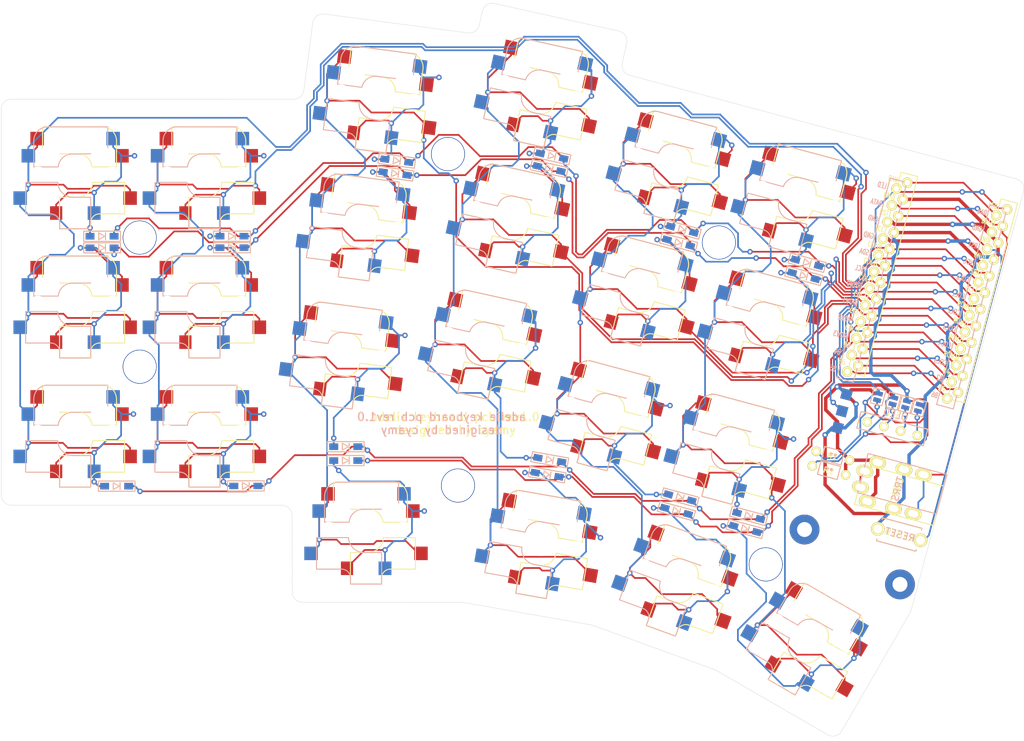
<source format=kicad_pcb>
(kicad_pcb (version 20171130) (host pcbnew "(5.1.2)-2")
  (layers (0 F.Cu signal) (31 B.Cu signal) (34 B.Paste user hide) (35 F.Paste user hide) (36 B.SilkS user hide) (37 F.SilkS user) (38 B.Mask user) (39 F.Mask user) (44 Edge.Cuts user))
  (net 0 "")
  (net 1 row0)
  (net 2 "Net-(D1-Pad2)")
  (net 3 "Net-(D2-Pad2)")
  (net 4 "Net-(D3-Pad2)")
  (net 5 "Net-(D4-Pad2)")
  (net 6 "Net-(D5-Pad2)")
  (net 7 "Net-(D6-Pad2)")
  (net 8 "Net-(D7-Pad2)")
  (net 9 row1)
  (net 10 "Net-(D8-Pad2)")
  (net 11 "Net-(D9-Pad2)")
  (net 12 "Net-(D10-Pad2)")
  (net 13 "Net-(D11-Pad2)")
  (net 14 "Net-(D12-Pad2)")
  (net 15 "Net-(D13-Pad2)")
  (net 16 row2)
  (net 17 "Net-(D14-Pad2)")
  (net 18 "Net-(D15-Pad2)")
  (net 19 "Net-(D16-Pad2)")
  (net 20 "Net-(D17-Pad2)")
  (net 21 "Net-(D18-Pad2)")
  (net 22 row3)
  (net 23 "Net-(D19-Pad2)")
  (net 24 "Net-(D20-Pad2)")
  (net 25 "Net-(D21-Pad2)")
  (net 26 VCC)
  (net 27 "Net-(J1-PadA)")
  (net 28 data)
  (net 29 GND)
  (net 30 led)
  (net 31 "Net-(J3-Pad1)")
  (net 32 "Net-(J3-Pad2)")
  (net 33 "Net-(J3-Pad3)")
  (net 34 "Net-(J3-Pad4)")
  (net 35 scl)
  (net 36 sda)
  (net 37 col0)
  (net 38 col1)
  (net 39 col2)
  (net 40 col3)
  (net 41 col4)
  (net 42 col5)
  (net 43 reset)
  (net 44 "Net-(U1-Pad24)")
  (net 45 "Net-(U1-Pad14)")
  (net 46 "Net-(U1-Pad13)")
  (net 47 "Net-(U1-Pad12)")
  (net 48 "Net-(U1-Pad11)")
  (net 49 "Net-(D22-Pad2)")
  (module kbd:CherryMX_Choc_Hotswap (layer F.Cu) (at 184.171645 135.863861 340)
    (fp_text reference SW21 hide)
    (fp_text value SW_PUSH hide)
    (pad 2 smd rect (at 5.6 -5.08 160) (size 2 2) (layers B.Cu B.Paste B.Mask) (net 25 "Net-(D21-Pad2)"))
    (pad "" np_thru_hole circle (at -3.81 -2.54 160) (size 3 3) (drill 3) (layers *.Cu *.Mask))
    (pad "" np_thru_hole circle (at -5.08 0 340) (size 1.7 1.7) (drill 1.7) (layers *.Cu *.Mask))
    (pad "" np_thru_hole circle (at 5.08 0 340) (size 1.7 1.7) (drill 1.7) (layers *.Cu *.Mask))
    (pad "" np_thru_hole circle (at 5.5 0 70) (size 1.9 1.9) (drill 1.9) (layers *.Cu *.Mask))
    (pad "" np_thru_hole circle (at -5.5 0 70) (size 1.9 1.9) (drill 1.9) (layers *.Cu *.Mask))
    (pad "" np_thru_hole circle (at 0 0 70) (size 4 4) (drill 4) (layers *.Cu *.Mask))
    (pad "" np_thru_hole circle (at 2.54 -5.08 160) (size 3 3) (drill 3) (layers *.Cu *.Mask))
    (pad 1 smd rect (at -6.9 -2.54 160) (size 2 2) (layers B.Cu B.Paste B.Mask) (net 41 col4))
    (pad "" np_thru_hole circle (at 0 5.9 70) (size 3 3) (drill 3) (layers *.Cu *.Mask))
    (pad "" np_thru_hole circle (at -5 3.7 70) (size 3 3) (drill 3) (layers *.Cu *.Mask))
    (pad 2 smd rect (at 2.8 5.9 160) (size 1.9 2) (layers B.Cu B.Paste B.Mask) (net 25 "Net-(D21-Pad2)"))
    (pad 1 smd rect (at -8.1 3.7 160) (size 2 2) (layers B.Cu B.Paste B.Mask) (net 41 col4))
    (pad 1 smd rect (at 8.1 3.7 160) (size 2 2) (layers F.Cu F.Paste F.Mask) (net 41 col4))
    (pad 2 smd rect (at -2.8 5.9 160) (size 1.8 2) (layers F.Cu F.Paste F.Mask) (net 25 "Net-(D21-Pad2)"))
    (pad "" np_thru_hole circle (at 5 3.7 250) (size 3 3) (drill 3) (layers *.Cu *.Mask))
    (pad 2 smd rect (at 6.9 -2.54 160) (size 2 2) (layers F.Cu F.Paste F.Mask) (net 25 "Net-(D21-Pad2)"))
    (pad "" np_thru_hole circle (at -2.54 -5.08 160) (size 3 3) (drill 3) (layers *.Cu *.Mask))
    (pad "" np_thru_hole circle (at 3.81 -2.54 160) (size 3 3) (drill 3) (layers *.Cu *.Mask))
    (pad 1 smd rect (at -5.6 -5.08 160) (size 2 2) (layers F.Cu F.Paste F.Mask) (net 41 col4))
  )
  (module kbd:CherryMX_Choc_Hotswap (layer F.Cu) (at 196.655166 97.992835 345)
    (fp_text reference SW12 hide)
    (fp_text value SW_PUSH hide)
    (pad 1 smd rect (at -5.6 -5.08 165) (size 2 2) (layers F.Cu F.Paste F.Mask) (net 42 col5))
    (pad "" np_thru_hole circle (at 3.81 -2.54 165) (size 3 3) (drill 3) (layers *.Cu *.Mask))
    (pad "" np_thru_hole circle (at -2.54 -5.08 165) (size 3 3) (drill 3) (layers *.Cu *.Mask))
    (pad 2 smd rect (at 6.9 -2.54 165) (size 2 2) (layers F.Cu F.Paste F.Mask) (net 14 "Net-(D12-Pad2)"))
    (pad "" np_thru_hole circle (at 5 3.7 255) (size 3 3) (drill 3) (layers *.Cu *.Mask))
    (pad 2 smd rect (at -2.8 5.9 165) (size 1.8 2) (layers F.Cu F.Paste F.Mask) (net 14 "Net-(D12-Pad2)"))
    (pad 1 smd rect (at 8.1 3.7 165) (size 2 2) (layers F.Cu F.Paste F.Mask) (net 42 col5))
    (pad 1 smd rect (at -8.1 3.7 165) (size 2 2) (layers B.Cu B.Paste B.Mask) (net 42 col5))
    (pad 2 smd rect (at 2.8 5.9 165) (size 1.9 2) (layers B.Cu B.Paste B.Mask) (net 14 "Net-(D12-Pad2)"))
    (pad "" np_thru_hole circle (at -5 3.7 75) (size 3 3) (drill 3) (layers *.Cu *.Mask))
    (pad "" np_thru_hole circle (at 0 5.9 75) (size 3 3) (drill 3) (layers *.Cu *.Mask))
    (pad 1 smd rect (at -6.9 -2.54 165) (size 2 2) (layers B.Cu B.Paste B.Mask) (net 42 col5))
    (pad "" np_thru_hole circle (at 2.54 -5.08 165) (size 3 3) (drill 3) (layers *.Cu *.Mask))
    (pad "" np_thru_hole circle (at 0 0 75) (size 4 4) (drill 4) (layers *.Cu *.Mask))
    (pad "" np_thru_hole circle (at -5.5 0 75) (size 1.9 1.9) (drill 1.9) (layers *.Cu *.Mask))
    (pad "" np_thru_hole circle (at 5.5 0 75) (size 1.9 1.9) (drill 1.9) (layers *.Cu *.Mask))
    (pad "" np_thru_hole circle (at 5.08 0 345) (size 1.7 1.7) (drill 1.7) (layers *.Cu *.Mask))
    (pad "" np_thru_hole circle (at -5.08 0 345) (size 1.7 1.7) (drill 1.7) (layers *.Cu *.Mask))
    (pad "" np_thru_hole circle (at -3.81 -2.54 165) (size 3 3) (drill 3) (layers *.Cu *.Mask))
    (pad 2 smd rect (at 5.6 -5.08 165) (size 2 2) (layers B.Cu B.Paste B.Mask) (net 14 "Net-(D12-Pad2)"))
  )
  (module kbd:CherryMX_Choc_Hotswap (layer F.Cu) (at 173.334944 111.454889 345)
    (fp_text reference SW17 hide)
    (fp_text value SW_PUSH hide)
    (pad 1 smd rect (at -5.6 -5.08 165) (size 2 2) (layers F.Cu F.Paste F.Mask) (net 41 col4))
    (pad "" np_thru_hole circle (at 3.81 -2.54 165) (size 3 3) (drill 3) (layers *.Cu *.Mask))
    (pad "" np_thru_hole circle (at -2.54 -5.08 165) (size 3 3) (drill 3) (layers *.Cu *.Mask))
    (pad 2 smd rect (at 6.9 -2.54 165) (size 2 2) (layers F.Cu F.Paste F.Mask) (net 20 "Net-(D17-Pad2)"))
    (pad "" np_thru_hole circle (at 5 3.7 255) (size 3 3) (drill 3) (layers *.Cu *.Mask))
    (pad 2 smd rect (at -2.8 5.9 165) (size 1.8 2) (layers F.Cu F.Paste F.Mask) (net 20 "Net-(D17-Pad2)"))
    (pad 1 smd rect (at 8.1 3.7 165) (size 2 2) (layers F.Cu F.Paste F.Mask) (net 41 col4))
    (pad 1 smd rect (at -8.1 3.7 165) (size 2 2) (layers B.Cu B.Paste B.Mask) (net 41 col4))
    (pad 2 smd rect (at 2.8 5.9 165) (size 1.9 2) (layers B.Cu B.Paste B.Mask) (net 20 "Net-(D17-Pad2)"))
    (pad "" np_thru_hole circle (at -5 3.7 75) (size 3 3) (drill 3) (layers *.Cu *.Mask))
    (pad "" np_thru_hole circle (at 0 5.9 75) (size 3 3) (drill 3) (layers *.Cu *.Mask))
    (pad 1 smd rect (at -6.9 -2.54 165) (size 2 2) (layers B.Cu B.Paste B.Mask) (net 41 col4))
    (pad "" np_thru_hole circle (at 2.54 -5.08 165) (size 3 3) (drill 3) (layers *.Cu *.Mask))
    (pad "" np_thru_hole circle (at 0 0 75) (size 4 4) (drill 4) (layers *.Cu *.Mask))
    (pad "" np_thru_hole circle (at -5.5 0 75) (size 1.9 1.9) (drill 1.9) (layers *.Cu *.Mask))
    (pad "" np_thru_hole circle (at 5.5 0 75) (size 1.9 1.9) (drill 1.9) (layers *.Cu *.Mask))
    (pad "" np_thru_hole circle (at 5.08 0 345) (size 1.7 1.7) (drill 1.7) (layers *.Cu *.Mask))
    (pad "" np_thru_hole circle (at -5.08 0 345) (size 1.7 1.7) (drill 1.7) (layers *.Cu *.Mask))
    (pad "" np_thru_hole circle (at -3.81 -2.54 165) (size 3 3) (drill 3) (layers *.Cu *.Mask))
    (pad 2 smd rect (at 5.6 -5.08 165) (size 2 2) (layers B.Cu B.Paste B.Mask) (net 20 "Net-(D17-Pad2)"))
  )
  (module kbd:CherryMX_Choc_Hotswap (layer F.Cu) (at 155.414476 100.928621 347.5)
    (fp_text reference SW16 hide)
    (fp_text value SW_PUSH hide)
    (pad 2 smd rect (at 5.6 -5.08 167.5) (size 2 2) (layers B.Cu B.Paste B.Mask) (net 19 "Net-(D16-Pad2)"))
    (pad "" np_thru_hole circle (at -3.81 -2.54 167.5) (size 3 3) (drill 3) (layers *.Cu *.Mask))
    (pad "" np_thru_hole circle (at -5.08 0 347.5) (size 1.7 1.7) (drill 1.7) (layers *.Cu *.Mask))
    (pad "" np_thru_hole circle (at 5.08 0 347.5) (size 1.7 1.7) (drill 1.7) (layers *.Cu *.Mask))
    (pad "" np_thru_hole circle (at 5.5 0 77.5) (size 1.9 1.9) (drill 1.9) (layers *.Cu *.Mask))
    (pad "" np_thru_hole circle (at -5.5 0 77.5) (size 1.9 1.9) (drill 1.9) (layers *.Cu *.Mask))
    (pad "" np_thru_hole circle (at 0 0 77.5) (size 4 4) (drill 4) (layers *.Cu *.Mask))
    (pad "" np_thru_hole circle (at 2.54 -5.08 167.5) (size 3 3) (drill 3) (layers *.Cu *.Mask))
    (pad 1 smd rect (at -6.9 -2.54 167.5) (size 2 2) (layers B.Cu B.Paste B.Mask) (net 40 col3))
    (pad "" np_thru_hole circle (at 0 5.9 77.5) (size 3 3) (drill 3) (layers *.Cu *.Mask))
    (pad "" np_thru_hole circle (at -5 3.7 77.5) (size 3 3) (drill 3) (layers *.Cu *.Mask))
    (pad 2 smd rect (at 2.8 5.9 167.5) (size 1.9 2) (layers B.Cu B.Paste B.Mask) (net 19 "Net-(D16-Pad2)"))
    (pad 1 smd rect (at -8.1 3.7 167.5) (size 2 2) (layers B.Cu B.Paste B.Mask) (net 40 col3))
    (pad 1 smd rect (at 8.1 3.7 167.5) (size 2 2) (layers F.Cu F.Paste F.Mask) (net 40 col3))
    (pad 2 smd rect (at -2.8 5.9 167.5) (size 1.8 2) (layers F.Cu F.Paste F.Mask) (net 19 "Net-(D16-Pad2)"))
    (pad "" np_thru_hole circle (at 5 3.7 257.5) (size 3 3) (drill 3) (layers *.Cu *.Mask))
    (pad 2 smd rect (at 6.9 -2.54 167.5) (size 2 2) (layers F.Cu F.Paste F.Mask) (net 19 "Net-(D16-Pad2)"))
    (pad "" np_thru_hole circle (at -2.54 -5.08 167.5) (size 3 3) (drill 3) (layers *.Cu *.Mask))
    (pad "" np_thru_hole circle (at 3.81 -2.54 167.5) (size 3 3) (drill 3) (layers *.Cu *.Mask))
    (pad 1 smd rect (at -5.6 -5.08 167.5) (size 2 2) (layers F.Cu F.Paste F.Mask) (net 40 col3))
  )
  (module kbd:D3_SMD (layer F.Cu) (at 134.92048 118.49174 180)
    (fp_text reference D19 hide)
    (fp_text value D hide)
    (pad 1 smd rect (at -1.775 0 180) (size 1.3 0.95) (layers F.Cu F.Paste F.Mask) (net 22 row3))
    (pad 2 smd rect (at 1.775 0 180) (size 1.3 0.95) (layers B.Cu B.Paste B.Mask) (net 23 "Net-(D19-Pad2)"))
    (pad 1 smd rect (at -1.775 0 180) (size 1.3 0.95) (layers B.Cu B.Paste B.Mask) (net 22 row3))
    (pad 2 smd rect (at 1.775 0 180) (size 1.3 0.95) (layers F.Cu F.Paste F.Mask) (net 23 "Net-(D19-Pad2)"))
  )
  (module Mounting_Holes:MountingHole_2.2mm_M2_Pad (layer F.Cu) (at 216.6048 136.74926)
    (fp_text reference REF** hide)
    (fp_text value MountingHole_2.2mm_M2_Pad hide)
    (pad 1 thru_hole circle (at 0 0) (size 4.4 4.4) (drill 2.2) (layers *.Cu *.Mask))
  )
  (module Mounting_Holes:MountingHole_2.2mm_M2_Pad (layer F.Cu) (at 202.5332 128.65682)
    (fp_text reference REF** hide)
    (fp_text value MountingHole_2.2mm_M2_Pad hide)
    (pad 1 thru_hole circle (at 0 0) (size 4.4 4.4) (drill 2.2) (layers *.Cu *.Mask))
  )
  (module kbd:HOLE (layer F.Cu) (at 151.45814 122.16892)
    (fp_text reference Ref**)
    (fp_text value Val**)
    (pad "" np_thru_hole circle (at 0 0) (size 5 5) (drill 4.8) (layers *.Cu *.Mask))
  )
  (module kbd:HOLE (layer F.Cu) (at 149.98314 73.27974)
    (fp_text reference Ref**)
    (fp_text value Val**)
    (pad "" np_thru_hole circle (at 0 0) (size 5 5) (drill 4.8) (layers *.Cu *.Mask))
  )
  (module kbd:HOLE (layer F.Cu) (at 196.82254 133.80212)
    (fp_text reference Ref**)
    (fp_text value Val**)
    (pad "" np_thru_hole circle (at 0 0) (size 5 5) (drill 4.8) (layers *.Cu *.Mask))
  )
  (module kbd:HOLE (layer F.Cu) (at 189.91374 86.32952)
    (fp_text reference Ref**)
    (fp_text value Val**)
    (pad "" np_thru_hole circle (at 0 0) (size 5 5) (drill 4.8) (layers *.Cu *.Mask))
  )
  (module kbd:HOLE (layer F.Cu) (at 104.54434 104.64292)
    (fp_text reference Ref**)
    (fp_text value Val**)
    (pad "" np_thru_hole circle (at 0 0) (size 5 5) (drill 4.8) (layers *.Cu *.Mask))
  )
  (module kbd:HOLE (layer F.Cu) (at 104.54434 85.59292)
    (fp_text reference Ref**)
    (fp_text value Val**)
    (pad "" np_thru_hole circle (at 0 0) (size 5 5) (drill 4.8) (layers *.Cu *.Mask))
  )
  (module kbd:D3_SMD (layer F.Cu) (at 99.00488 85.40316 180)
    (fp_text reference D1 hide)
    (fp_text value D hide)
    (pad 1 smd rect (at -1.775 0 180) (size 1.3 0.95) (layers F.Cu F.Paste F.Mask) (net 1 row0))
    (pad 2 smd rect (at 1.775 0 180) (size 1.3 0.95) (layers B.Cu B.Paste B.Mask) (net 2 "Net-(D1-Pad2)"))
    (pad 1 smd rect (at -1.775 0 180) (size 1.3 0.95) (layers B.Cu B.Paste B.Mask) (net 1 row0))
    (pad 2 smd rect (at 1.775 0 180) (size 1.3 0.95) (layers F.Cu F.Paste F.Mask) (net 2 "Net-(D1-Pad2)"))
  )
  (module kbd:D3_SMD (layer F.Cu) (at 118.14632 85.393 180)
    (fp_text reference D2 hide)
    (fp_text value D hide)
    (pad 2 smd rect (at 1.775 0 180) (size 1.3 0.95) (layers F.Cu F.Paste F.Mask) (net 3 "Net-(D2-Pad2)"))
    (pad 1 smd rect (at -1.775 0 180) (size 1.3 0.95) (layers B.Cu B.Paste B.Mask) (net 1 row0))
    (pad 2 smd rect (at 1.775 0 180) (size 1.3 0.95) (layers B.Cu B.Paste B.Mask) (net 3 "Net-(D2-Pad2)"))
    (pad 1 smd rect (at -1.775 0 180) (size 1.3 0.95) (layers F.Cu F.Paste F.Mask) (net 1 row0))
  )
  (module kbd:D3_SMD (layer F.Cu) (at 142.44696 74.2678 172.5)
    (fp_text reference D3 hide)
    (fp_text value D hide)
    (pad 2 smd rect (at 1.775 0 172.5) (size 1.3 0.95) (layers F.Cu F.Paste F.Mask) (net 4 "Net-(D3-Pad2)"))
    (pad 1 smd rect (at -1.775 0 172.5) (size 1.3 0.95) (layers B.Cu B.Paste B.Mask) (net 1 row0))
    (pad 2 smd rect (at 1.775 0 172.5) (size 1.3 0.95) (layers B.Cu B.Paste B.Mask) (net 4 "Net-(D3-Pad2)"))
    (pad 1 smd rect (at -1.775 0 172.5) (size 1.3 0.95) (layers F.Cu F.Paste F.Mask) (net 1 row0))
  )
  (module kbd:D3_SMD (layer F.Cu) (at 165.305065 73.5674 167.5)
    (fp_text reference D4 hide)
    (fp_text value D hide)
    (pad 1 smd rect (at -1.775 0 167.5) (size 1.3 0.95) (layers F.Cu F.Paste F.Mask) (net 1 row0))
    (pad 2 smd rect (at 1.775 0 167.5) (size 1.3 0.95) (layers B.Cu B.Paste B.Mask) (net 5 "Net-(D4-Pad2)"))
    (pad 1 smd rect (at -1.775 0 167.5) (size 1.3 0.95) (layers B.Cu B.Paste B.Mask) (net 1 row0))
    (pad 2 smd rect (at 1.775 0 167.5) (size 1.3 0.95) (layers F.Cu F.Paste F.Mask) (net 5 "Net-(D4-Pad2)"))
  )
  (module kbd:D3_SMD (layer F.Cu) (at 184.50682 84.41256 165)
    (fp_text reference D5 hide)
    (fp_text value D hide)
    (pad 2 smd rect (at 1.775 0 165) (size 1.3 0.95) (layers F.Cu F.Paste F.Mask) (net 6 "Net-(D5-Pad2)"))
    (pad 1 smd rect (at -1.775 0 165) (size 1.3 0.95) (layers B.Cu B.Paste B.Mask) (net 1 row0))
    (pad 2 smd rect (at 1.775 0 165) (size 1.3 0.95) (layers B.Cu B.Paste B.Mask) (net 6 "Net-(D5-Pad2)"))
    (pad 1 smd rect (at -1.775 0 165) (size 1.3 0.95) (layers F.Cu F.Paste F.Mask) (net 1 row0))
  )
  (module kbd:D3_SMD (layer F.Cu) (at 202.92182 89.31222 165)
    (fp_text reference D6 hide)
    (fp_text value D hide)
    (pad 1 smd rect (at -1.775 0 165) (size 1.3 0.95) (layers F.Cu F.Paste F.Mask) (net 1 row0))
    (pad 2 smd rect (at 1.775 0 165) (size 1.3 0.95) (layers B.Cu B.Paste B.Mask) (net 7 "Net-(D6-Pad2)"))
    (pad 1 smd rect (at -1.775 0 165) (size 1.3 0.95) (layers B.Cu B.Paste B.Mask) (net 1 row0))
    (pad 2 smd rect (at 1.775 0 165) (size 1.3 0.95) (layers F.Cu F.Paste F.Mask) (net 7 "Net-(D6-Pad2)"))
  )
  (module kbd:D3_SMD (layer F.Cu) (at 99.00326 87.11004 180)
    (fp_text reference D7 hide)
    (fp_text value D hide)
    (pad 1 smd rect (at -1.775 0 180) (size 1.3 0.95) (layers F.Cu F.Paste F.Mask) (net 9 row1))
    (pad 2 smd rect (at 1.775 0 180) (size 1.3 0.95) (layers B.Cu B.Paste B.Mask) (net 8 "Net-(D7-Pad2)"))
    (pad 1 smd rect (at -1.775 0 180) (size 1.3 0.95) (layers B.Cu B.Paste B.Mask) (net 9 row1))
    (pad 2 smd rect (at 1.775 0 180) (size 1.3 0.95) (layers F.Cu F.Paste F.Mask) (net 8 "Net-(D7-Pad2)"))
  )
  (module kbd:D3_SMD (layer F.Cu) (at 118.13962 87.08972 180)
    (fp_text reference D8 hide)
    (fp_text value D hide)
    (pad 1 smd rect (at -1.775 0 180) (size 1.3 0.95) (layers F.Cu F.Paste F.Mask) (net 9 row1))
    (pad 2 smd rect (at 1.775 0 180) (size 1.3 0.95) (layers B.Cu B.Paste B.Mask) (net 10 "Net-(D8-Pad2)"))
    (pad 1 smd rect (at -1.775 0 180) (size 1.3 0.95) (layers B.Cu B.Paste B.Mask) (net 9 row1))
    (pad 2 smd rect (at 1.775 0 180) (size 1.3 0.95) (layers F.Cu F.Paste F.Mask) (net 10 "Net-(D8-Pad2)"))
  )
  (module kbd:D3_SMD (layer F.Cu) (at 142.18788 76.1601 172.5)
    (fp_text reference D9 hide)
    (fp_text value D hide)
    (pad 1 smd rect (at -1.775 0 172.5) (size 1.3 0.95) (layers F.Cu F.Paste F.Mask) (net 9 row1))
    (pad 2 smd rect (at 1.775 0 172.5) (size 1.3 0.95) (layers B.Cu B.Paste B.Mask) (net 11 "Net-(D9-Pad2)"))
    (pad 1 smd rect (at -1.775 0 172.5) (size 1.3 0.95) (layers B.Cu B.Paste B.Mask) (net 9 row1))
    (pad 2 smd rect (at 1.775 0 172.5) (size 1.3 0.95) (layers F.Cu F.Paste F.Mask) (net 11 "Net-(D9-Pad2)"))
  )
  (module kbd:D3_SMD (layer F.Cu) (at 164.89548 75.4362 167.5)
    (fp_text reference D10 hide)
    (fp_text value D hide)
    (pad 2 smd rect (at 1.775 0 167.5) (size 1.3 0.95) (layers F.Cu F.Paste F.Mask) (net 12 "Net-(D10-Pad2)"))
    (pad 1 smd rect (at -1.775 0 167.5) (size 1.3 0.95) (layers B.Cu B.Paste B.Mask) (net 9 row1))
    (pad 2 smd rect (at 1.775 0 167.5) (size 1.3 0.95) (layers B.Cu B.Paste B.Mask) (net 12 "Net-(D10-Pad2)"))
    (pad 1 smd rect (at -1.775 0 167.5) (size 1.3 0.95) (layers F.Cu F.Paste F.Mask) (net 9 row1))
  )
  (module kbd:D3_SMD (layer F.Cu) (at 183.9785 86.35566 165)
    (fp_text reference D11 hide)
    (fp_text value D hide)
    (pad 1 smd rect (at -1.775 0 165) (size 1.3 0.95) (layers F.Cu F.Paste F.Mask) (net 9 row1))
    (pad 2 smd rect (at 1.775 0 165) (size 1.3 0.95) (layers B.Cu B.Paste B.Mask) (net 13 "Net-(D11-Pad2)"))
    (pad 1 smd rect (at -1.775 0 165) (size 1.3 0.95) (layers B.Cu B.Paste B.Mask) (net 9 row1))
    (pad 2 smd rect (at 1.775 0 165) (size 1.3 0.95) (layers F.Cu F.Paste F.Mask) (net 13 "Net-(D11-Pad2)"))
  )
  (module kbd:D3_SMD (layer F.Cu) (at 202.4207 91.24188 165)
    (fp_text reference D12 hide)
    (fp_text value D hide)
    (pad 2 smd rect (at 1.775 0 165) (size 1.3 0.95) (layers F.Cu F.Paste F.Mask) (net 14 "Net-(D12-Pad2)"))
    (pad 1 smd rect (at -1.775 0 165) (size 1.3 0.95) (layers B.Cu B.Paste B.Mask) (net 9 row1))
    (pad 2 smd rect (at 1.775 0 165) (size 1.3 0.95) (layers B.Cu B.Paste B.Mask) (net 14 "Net-(D12-Pad2)"))
    (pad 1 smd rect (at -1.775 0 165) (size 1.3 0.95) (layers F.Cu F.Paste F.Mask) (net 9 row1))
  )
  (module kbd:D3_SMD (layer F.Cu) (at 101.15418 122.25856 180)
    (fp_text reference D13 hide)
    (fp_text value D hide)
    (pad 2 smd rect (at 1.775 0 180) (size 1.3 0.95) (layers F.Cu F.Paste F.Mask) (net 15 "Net-(D13-Pad2)"))
    (pad 1 smd rect (at -1.775 0 180) (size 1.3 0.95) (layers B.Cu B.Paste B.Mask) (net 16 row2))
    (pad 2 smd rect (at 1.775 0 180) (size 1.3 0.95) (layers B.Cu B.Paste B.Mask) (net 15 "Net-(D13-Pad2)"))
    (pad 1 smd rect (at -1.775 0 180) (size 1.3 0.95) (layers F.Cu F.Paste F.Mask) (net 16 row2))
  )
  (module kbd:D3_SMD (layer F.Cu) (at 120.18894 122.22554 180)
    (fp_text reference D14 hide)
    (fp_text value D hide)
    (pad 1 smd rect (at -1.775 0 180) (size 1.3 0.95) (layers F.Cu F.Paste F.Mask) (net 16 row2))
    (pad 2 smd rect (at 1.775 0 180) (size 1.3 0.95) (layers B.Cu B.Paste B.Mask) (net 17 "Net-(D14-Pad2)"))
    (pad 1 smd rect (at -1.775 0 180) (size 1.3 0.95) (layers B.Cu B.Paste B.Mask) (net 16 row2))
    (pad 2 smd rect (at 1.775 0 180) (size 1.3 0.95) (layers F.Cu F.Paste F.Mask) (net 17 "Net-(D14-Pad2)"))
  )
  (module kbd:D3_SMD (layer F.Cu) (at 134.92048 116.43942 180)
    (fp_text reference D15 hide)
    (fp_text value D hide)
    (pad 2 smd rect (at 1.775 0 180) (size 1.3 0.95) (layers F.Cu F.Paste F.Mask) (net 18 "Net-(D15-Pad2)"))
    (pad 1 smd rect (at -1.775 0 180) (size 1.3 0.95) (layers B.Cu B.Paste B.Mask) (net 16 row2))
    (pad 2 smd rect (at 1.775 0 180) (size 1.3 0.95) (layers B.Cu B.Paste B.Mask) (net 18 "Net-(D15-Pad2)"))
    (pad 1 smd rect (at -1.775 0 180) (size 1.3 0.95) (layers F.Cu F.Paste F.Mask) (net 16 row2))
  )
  (module kbd:D3_SMD (layer F.Cu) (at 164.986406 118.379094 170)
    (fp_text reference D16 hide)
    (fp_text value D hide)
    (pad 1 smd rect (at -1.775 0 170) (size 1.3 0.95) (layers F.Cu F.Paste F.Mask) (net 16 row2))
    (pad 2 smd rect (at 1.775 0 170) (size 1.3 0.95) (layers B.Cu B.Paste B.Mask) (net 19 "Net-(D16-Pad2)"))
    (pad 1 smd rect (at -1.775 0 170) (size 1.3 0.95) (layers B.Cu B.Paste B.Mask) (net 16 row2))
    (pad 2 smd rect (at 1.775 0 170) (size 1.3 0.95) (layers F.Cu F.Paste F.Mask) (net 19 "Net-(D16-Pad2)"))
  )
  (module kbd:D3_SMD (layer F.Cu) (at 184.1817 123.94004 165)
    (fp_text reference D17 hide)
    (fp_text value D hide)
    (pad 1 smd rect (at -1.775 0 165) (size 1.3 0.95) (layers F.Cu F.Paste F.Mask) (net 16 row2))
    (pad 2 smd rect (at 1.775 0 165) (size 1.3 0.95) (layers B.Cu B.Paste B.Mask) (net 20 "Net-(D17-Pad2)"))
    (pad 1 smd rect (at -1.775 0 165) (size 1.3 0.95) (layers B.Cu B.Paste B.Mask) (net 16 row2))
    (pad 2 smd rect (at 1.775 0 165) (size 1.3 0.95) (layers F.Cu F.Paste F.Mask) (net 20 "Net-(D17-Pad2)"))
  )
  (module kbd:D3_SMD (layer F.Cu) (at 194.298502 126.650556 165)
    (fp_text reference D18 hide)
    (fp_text value D hide)
    (pad 2 smd rect (at 1.775 0 165) (size 1.3 0.95) (layers F.Cu F.Paste F.Mask) (net 21 "Net-(D18-Pad2)"))
    (pad 1 smd rect (at -1.775 0 165) (size 1.3 0.95) (layers B.Cu B.Paste B.Mask) (net 16 row2))
    (pad 2 smd rect (at 1.775 0 165) (size 1.3 0.95) (layers B.Cu B.Paste B.Mask) (net 21 "Net-(D18-Pad2)"))
    (pad 1 smd rect (at -1.775 0 165) (size 1.3 0.95) (layers F.Cu F.Paste F.Mask) (net 16 row2))
  )
  (module kbd:D3_SMD (layer F.Cu) (at 164.59322 120.57454 170)
    (fp_text reference D20 hide)
    (fp_text value D hide)
    (pad 2 smd rect (at 1.775 0 170) (size 1.3 0.95) (layers F.Cu F.Paste F.Mask) (net 24 "Net-(D20-Pad2)"))
    (pad 1 smd rect (at -1.775 0 170) (size 1.3 0.95) (layers B.Cu B.Paste B.Mask) (net 22 row3))
    (pad 2 smd rect (at 1.775 0 170) (size 1.3 0.95) (layers B.Cu B.Paste B.Mask) (net 24 "Net-(D20-Pad2)"))
    (pad 1 smd rect (at -1.775 0 170) (size 1.3 0.95) (layers F.Cu F.Paste F.Mask) (net 22 row3))
  )
  (module kbd:D3_SMD (layer F.Cu) (at 183.65592 125.9314 165)
    (fp_text reference D21 hide)
    (fp_text value D hide)
    (pad 2 smd rect (at 1.775 0 165) (size 1.3 0.95) (layers F.Cu F.Paste F.Mask) (net 25 "Net-(D21-Pad2)"))
    (pad 1 smd rect (at -1.775 0 165) (size 1.3 0.95) (layers B.Cu B.Paste B.Mask) (net 22 row3))
    (pad 2 smd rect (at 1.775 0 165) (size 1.3 0.95) (layers B.Cu B.Paste B.Mask) (net 25 "Net-(D21-Pad2)"))
    (pad 1 smd rect (at -1.775 0 165) (size 1.3 0.95) (layers F.Cu F.Paste F.Mask) (net 22 row3))
  )
  (module kbd:D3_SMD (layer F.Cu) (at 193.79814 128.57554 165)
    (fp_text reference D22 hide)
    (fp_text value D hide)
    (pad 1 smd rect (at -1.775 0 165) (size 1.3 0.95) (layers F.Cu F.Paste F.Mask) (net 22 row3))
    (pad 2 smd rect (at 1.775 0 165) (size 1.3 0.95) (layers B.Cu B.Paste B.Mask) (net 49 "Net-(D22-Pad2)"))
    (pad 1 smd rect (at -1.775 0 165) (size 1.3 0.95) (layers B.Cu B.Paste B.Mask) (net 22 row3))
    (pad 2 smd rect (at 1.775 0 165) (size 1.3 0.95) (layers F.Cu F.Paste F.Mask) (net 49 "Net-(D22-Pad2)"))
  )
  (module kbd:MJ-4PP-9 (layer F.Cu) (at 222.273895 125.138059 255)
    (fp_text reference J1)
    (fp_text value MJ-4PP-9 hide)
    (fp_text user TRRS (at -0.8255 6.4135 255) (layer B.SilkS) (effects (justify mirror)))
    (fp_text user TRRS (at -0.75 6.45 255) (layer F.SilkS))
    (pad "" np_thru_hole circle (at -1.75 8.5 255) (size 1.2 1.2) (drill 1.2) (layers *.Cu *.Mask F.SilkS))
    (pad "" np_thru_hole circle (at -1.75 1.5 255) (size 1.2 1.2) (drill 1.2) (layers *.Cu *.Mask F.SilkS))
    (pad D thru_hole oval (at -3.85 10.3 255) (size 1.7 2.5) (drill oval 1 1.5) (layers *.Cu *.Mask F.SilkS) (net 26 VCC) (clearance 0.15))
    (pad A thru_hole oval (at 0.35 11.8 255) (size 1.7 2.5) (drill oval 1 1.5) (layers *.Cu *.Mask F.SilkS) (net 27 "Net-(J1-PadA)") (clearance 0.15))
    (pad B thru_hole oval (at -3.85 3.3 255) (size 1.7 2.5) (drill oval 1 1.5) (layers *.Cu *.Mask F.SilkS) (net 28 data))
    (pad C thru_hole oval (at -3.85 6.3 255) (size 1.7 2.5) (drill oval 1 1.5) (layers *.Cu *.Mask F.SilkS) (net 29 GND))
    (pad "" np_thru_hole circle (at 0 1.5 255) (size 1.2 1.2) (drill 1.2) (layers *.Cu *.Mask F.SilkS))
    (pad "" np_thru_hole circle (at 0 8.5 255) (size 1.2 1.2) (drill 1.2) (layers *.Cu *.Mask F.SilkS))
    (pad B thru_hole oval (at 2.1 3.3 255) (size 1.7 2.5) (drill oval 1 1.5) (layers *.Cu *.Mask F.SilkS) (net 28 data))
    (pad C thru_hole oval (at 2.1 6.3 255) (size 1.7 2.5) (drill oval 1 1.5) (layers *.Cu *.Mask F.SilkS) (net 29 GND))
    (pad D thru_hole oval (at 2.1 10.3 255) (size 1.7 2.5) (drill oval 1 1.5) (layers *.Cu *.Mask F.SilkS) (net 26 VCC) (clearance 0.15))
    (pad A thru_hole oval (at -2.1 11.8 255) (size 1.7 2.5) (drill oval 1 1.5) (layers *.Cu *.Mask F.SilkS) (net 27 "Net-(J1-PadA)") (clearance 0.15))
  )
  (module kbd:StripLED_rev (layer F.Cu) (at 208.722261 108.743597 345)
    (fp_text reference J2 hide)
    (fp_text value Conn_01x03 hide)
    (pad 3 smd rect (at 0 0 345) (size 1.524 1.524) (layers B.Cu B.Paste B.Mask) (net 26 VCC))
    (pad 2 smd rect (at 0 2.54 345) (size 1.524 1.524) (layers B.Cu B.Paste B.Mask) (net 30 led))
    (pad 1 smd rect (at 0 5.08 345) (size 1.524 1.524) (layers B.Cu B.Paste B.Mask) (net 29 GND))
    (pad 1 smd rect (at 0 0 345) (size 1.524 1.524) (layers F.Cu F.Paste F.Mask) (net 29 GND))
    (pad 2 smd rect (at 0 2.54 345) (size 1.524 1.524) (layers F.Cu F.Paste F.Mask) (net 30 led))
    (pad 3 smd rect (at 0 5.08 345) (size 1.524 1.524) (layers F.Cu F.Paste F.Mask) (net 26 VCC))
  )
  (module kbd:OLED (layer F.Cu) (at 211.783517 112.792159 345)
    (fp_text reference J3)
    (fp_text value Conn_01x04 hide)
    (fp_text user OLED (at 3.8 -2.1 345) (layer F.SilkS))
    (fp_text user OLED (at 3.75 -2.1 345) (layer B.SilkS) (effects (justify mirror)))
    (pad 1 thru_hole circle (at 0 0 345) (size 1.397 1.397) (drill 0.8128) (layers *.Cu *.Mask F.SilkS) (net 31 "Net-(J3-Pad1)"))
    (pad 2 thru_hole circle (at 2.54 0 345) (size 1.397 1.397) (drill 0.8128) (layers *.Cu *.Mask F.SilkS) (net 32 "Net-(J3-Pad2)"))
    (pad 3 thru_hole circle (at 5.08 0 345) (size 1.397 1.397) (drill 0.8128) (layers *.Cu *.Mask F.SilkS) (net 33 "Net-(J3-Pad3)"))
    (pad 4 thru_hole circle (at 7.62 0 345) (size 1.397 1.397) (drill 0.8128) (layers *.Cu *.Mask F.SilkS) (net 34 "Net-(J3-Pad4)"))
  )
  (module kbd:Jumper (layer B.Cu) (at 219.380248 110.69755 75)
    (fp_text reference JP1 hide)
    (fp_text value Jumper_NO_Small hide)
    (pad 2 smd rect (at 0.50038 0 75) (size 0.635 1.143) (layers B.Cu B.Paste B.Mask) (net 29 GND) (clearance 0.1905))
    (pad 1 smd rect (at -0.50038 0 75) (size 0.635 1.143) (layers B.Cu B.Paste B.Mask) (net 34 "Net-(J3-Pad4)") (clearance 0.1905))
  )
  (module kbd:Jumper (layer B.Cu) (at 217.508268 110.19717 75)
    (fp_text reference JP2 hide)
    (fp_text value Jumper_NO_Small hide)
    (pad 1 smd rect (at -0.50038 0 75) (size 0.635 1.143) (layers B.Cu B.Paste B.Mask) (net 33 "Net-(J3-Pad3)") (clearance 0.1905))
    (pad 2 smd rect (at 0.50038 0 75) (size 0.635 1.143) (layers B.Cu B.Paste B.Mask) (net 26 VCC) (clearance 0.1905))
  )
  (module kbd:Jumper (layer B.Cu) (at 215.63378 109.69498 75)
    (fp_text reference JP3 hide)
    (fp_text value Jumper_NO_Small hide)
    (pad 2 smd rect (at 0.50038 0 75) (size 0.635 1.143) (layers B.Cu B.Paste B.Mask) (net 35 scl) (clearance 0.1905))
    (pad 1 smd rect (at -0.50038 0 75) (size 0.635 1.143) (layers B.Cu B.Paste B.Mask) (net 32 "Net-(J3-Pad2)") (clearance 0.1905))
  )
  (module kbd:Jumper (layer B.Cu) (at 213.362988 109.08211 75)
    (fp_text reference JP4 hide)
    (fp_text value Jumper_NO_Small hide)
    (pad 1 smd rect (at -0.50038 0 75) (size 0.635 1.143) (layers B.Cu B.Paste B.Mask) (net 31 "Net-(J3-Pad1)") (clearance 0.1905))
    (pad 2 smd rect (at 0.50038 0 75) (size 0.635 1.143) (layers B.Cu B.Paste B.Mask) (net 36 sda) (clearance 0.1905))
  )
  (module kbd:Jumper (layer F.Cu) (at 219.380312 110.69901 75)
    (fp_text reference JP5 hide)
    (fp_text value Jumper_NO_Small hide)
    (pad 2 smd rect (at 0.50038 0 75) (size 0.635 1.143) (layers F.Cu F.Paste F.Mask) (net 36 sda) (clearance 0.1905))
    (pad 1 smd rect (at -0.50038 0 75) (size 0.635 1.143) (layers F.Cu F.Paste F.Mask) (net 34 "Net-(J3-Pad4)") (clearance 0.1905))
  )
  (module kbd:Jumper (layer F.Cu) (at 217.508332 110.19609 75)
    (fp_text reference JP6 hide)
    (fp_text value Jumper_NO_Small hide)
    (pad 1 smd rect (at -0.50038 0 75) (size 0.635 1.143) (layers F.Cu F.Paste F.Mask) (net 33 "Net-(J3-Pad3)") (clearance 0.1905))
    (pad 2 smd rect (at 0.50038 0 75) (size 0.635 1.143) (layers F.Cu F.Paste F.Mask) (net 35 scl) (clearance 0.1905))
  )
  (module kbd:Jumper (layer F.Cu) (at 215.633812 109.69425 75)
    (fp_text reference JP7 hide)
    (fp_text value Jumper_NO_Small hide)
    (pad 2 smd rect (at 0.50038 0 75) (size 0.635 1.143) (layers F.Cu F.Paste F.Mask) (net 26 VCC) (clearance 0.1905))
    (pad 1 smd rect (at -0.50038 0 75) (size 0.635 1.143) (layers F.Cu F.Paste F.Mask) (net 32 "Net-(J3-Pad2)") (clearance 0.1905))
  )
  (module kbd:Jumper (layer F.Cu) (at 213.36302 109.08284 75)
    (fp_text reference JP8 hide)
    (fp_text value Jumper_NO_Small hide)
    (pad 1 smd rect (at -0.50038 0 75) (size 0.635 1.143) (layers F.Cu F.Paste F.Mask) (net 31 "Net-(J3-Pad1)") (clearance 0.1905))
    (pad 2 smd rect (at 0.50038 0 75) (size 0.635 1.143) (layers F.Cu F.Paste F.Mask) (net 29 GND) (clearance 0.1905))
  )
  (module kbd:R (layer F.Cu) (at 206.721848 117.77338 165)
    (fp_text reference R1 (at 0.05 -0.08 165) (layer F.SilkS) (effects (font (size 0.8128 0.8128))))
    (fp_text value R hide)
    (fp_text user ** (at 0 -0.0635 165) (layer B.SilkS) (effects (font (size 0.8128 0.8128)) (justify mirror)))
    (pad 1 thru_hole circle (at -2.54 0 165) (size 1.397 1.397) (drill 0.8128) (layers *.Cu *.Mask F.SilkS) (net 26 VCC))
    (pad 2 thru_hole circle (at 2.54 0 165) (size 1.397 1.397) (drill 0.8128) (layers *.Cu *.Mask F.SilkS) (net 36 sda))
  )
  (module kbd:R (layer F.Cu) (at 206.142728 119.93238 165)
    (fp_text reference R2 (at 0.05 -0.08 165) (layer F.SilkS) (effects (font (size 0.8128 0.8128))))
    (fp_text value R hide)
    (fp_text user ** (at 0 -0.0635 165) (layer B.SilkS) (effects (font (size 0.8128 0.8128)) (justify mirror)))
    (pad 2 thru_hole circle (at 2.54 0 165) (size 1.397 1.397) (drill 0.8128) (layers *.Cu *.Mask F.SilkS) (net 35 scl))
    (pad 1 thru_hole circle (at -2.54 0 165) (size 1.397 1.397) (drill 0.8128) (layers *.Cu *.Mask F.SilkS) (net 26 VCC))
  )
  (module kbd:ResetSW (layer F.Cu) (at 216.48542 129.3985 345)
    (fp_text reference SW23 hide)
    (fp_text value SW_PUSH)
    (fp_text user RESET (at 0.127 0 345) (layer B.SilkS) (effects (justify mirror)))
    (fp_text user RESET (at 0 0 345) (layer F.SilkS))
    (pad 1 thru_hole circle (at 3.25 0 345) (size 2 2) (drill 1.3) (layers *.Cu *.Mask F.SilkS) (net 43 reset))
    (pad 2 thru_hole circle (at -3.25 0 345) (size 2 2) (drill 1.3) (layers *.Cu *.Mask F.SilkS) (net 29 GND))
  )
  (module kbd:ProMicro_v2 (layer F.Cu) (at 221.238043 93.446352 345)
    (fp_text reference U1 hide)
    (fp_text value ProMicro hide)
    (fp_text user RAW (at 4.191 -13.1445 345) (layer B.SilkS) (effects (font (size 0.75 0.5) (thickness 0.125)) (justify mirror)))
    (fp_text user LED (at -11.049 -13.1445 345) (layer B.SilkS) (effects (font (size 0.75 0.5) (thickness 0.125)) (justify mirror)))
    (fp_text user GND (at 4.1275 -10.668 345) (layer B.SilkS) (effects (font (size 0.75 0.5) (thickness 0.125)) (justify mirror)))
    (fp_text user DATA (at -11.2 -10.5 345) (layer B.SilkS) (effects (font (size 0.75 0.5) (thickness 0.125)) (justify mirror)))
    (fp_text user RST (at 4.191 -8.0645 345) (layer B.SilkS) (effects (font (size 0.75 0.5) (thickness 0.125)) (justify mirror)))
    (fp_text user GND (at -11.049 -8.0645 345) (layer B.SilkS) (effects (font (size 0.75 0.5) (thickness 0.125)) (justify mirror)))
    (fp_text user VCC (at 4.1275 -5.5245 345) (layer B.SilkS) (effects (font (size 0.75 0.5) (thickness 0.125)) (justify mirror)))
    (fp_text user GND (at -11.049 -5.5245 345) (layer B.SilkS) (effects (font (size 0.75 0.5) (thickness 0.125)) (justify mirror)))
    (fp_text user COL3 (at 4 4.6 345) (layer B.SilkS) (effects (font (size 0.75 0.5) (thickness 0.125)) (justify mirror)))
    (fp_text user ROW0 (at -11.3 2.032 345) (layer B.SilkS) (effects (font (size 0.75 0.5) (thickness 0.125)) (justify mirror)))
    (fp_text user COL2 (at 4 2.1 345) (layer B.SilkS) (effects (font (size 0.75 0.5) (thickness 0.125)) (justify mirror)))
    (fp_text user SCL (at -11.049 -0.4445 345) (layer B.SilkS) (effects (font (size 0.75 0.5) (thickness 0.125)) (justify mirror)))
    (fp_text user COL1 (at 4 -0.4445 345) (layer B.SilkS) (effects (font (size 0.75 0.5) (thickness 0.125)) (justify mirror)))
    (fp_text user SDA (at -11.049 -2.9845 345) (layer B.SilkS) (effects (font (size 0.75 0.5) (thickness 0.125)) (justify mirror)))
    (fp_text user COL0 (at 4 -2.95 345) (layer B.SilkS) (effects (font (size 0.75 0.5) (thickness 0.125)) (justify mirror)))
    (fp_text user B6 (at 4.445 14.732 345) (layer B.SilkS) (effects (font (size 0.75 0.5) (thickness 0.125)) (justify mirror)))
    (fp_text user B5 (at -11.049 14.7955 345) (layer B.SilkS) (effects (font (size 0.75 0.5) (thickness 0.125)) (justify mirror)))
    (fp_text user B4 (at -11.049 12.2555 345) (layer B.SilkS) (effects (font (size 0.75 0.5) (thickness 0.125)) (justify mirror)))
    (fp_text user B2 (at 4.5085 12.1285 345) (layer B.SilkS) (effects (font (size 0.75 0.5) (thickness 0.125)) (justify mirror)))
    (fp_text user ROW3 (at -11.3 9.75 345) (layer B.SilkS) (effects (font (size 0.75 0.5) (thickness 0.125)) (justify mirror)))
    (fp_text user COL5 (at 4 9.75 345) (layer B.SilkS) (effects (font (size 0.75 0.5) (thickness 0.125)) (justify mirror)))
    (fp_text user ROW2 (at -11.3 7.239 345) (layer B.SilkS) (effects (font (size 0.75 0.5) (thickness 0.125)) (justify mirror)))
    (fp_text user COL4 (at 3.95 7.112 345) (layer B.SilkS) (effects (font (size 0.75 0.5) (thickness 0.125)) (justify mirror)))
    (fp_text user ROW1 (at -11.3 4.6355 345) (layer B.SilkS) (effects (font (size 0.75 0.5) (thickness 0.125)) (justify mirror)))
    (fp_text user ROW1 (at 5.25 3.302 345) (layer F.SilkS) (effects (font (size 0.75 0.5) (thickness 0.125))))
    (fp_text user COL4 (at -9.95 5.85 345) (layer F.SilkS) (effects (font (size 0.75 0.5) (thickness 0.125))))
    (fp_text user ROW2 (at 5.2 5.85 345) (layer F.SilkS) (effects (font (size 0.75 0.5) (thickness 0.125))))
    (fp_text user COL5 (at -9.95 8.4455 345) (layer F.SilkS) (effects (font (size 0.75 0.5) (thickness 0.125))))
    (fp_text user ROW3 (at 5.2 8.4455 345) (layer F.SilkS) (effects (font (size 0.75 0.5) (thickness 0.125))))
    (fp_text user B2 (at -9.95 10.95 345) (layer F.SilkS) (effects (font (size 0.75 0.5) (thickness 0.125))))
    (fp_text user B4 (at 5.2 10.922 345) (layer F.SilkS) (effects (font (size 0.75 0.5) (thickness 0.125))))
    (fp_text user B5 (at 5.2 13.5255 345) (layer F.SilkS) (effects (font (size 0.75 0.5) (thickness 0.125))))
    (fp_text user B6 (at -10.05 13.5 345) (layer F.SilkS) (effects (font (size 0.75 0.5) (thickness 0.125))))
    (fp_text user COL0 (at -9.9 -4.3 345) (layer F.SilkS) (effects (font (size 0.75 0.5) (thickness 0.125))))
    (fp_text user SDA (at 5.461 -4.318 345) (layer F.SilkS) (effects (font (size 0.75 0.5) (thickness 0.125))))
    (fp_text user COL1 (at -9.85 -1.778 345) (layer F.SilkS) (effects (font (size 0.75 0.5) (thickness 0.125))))
    (fp_text user SCL (at 5.461 -1.778 345) (layer F.SilkS) (effects (font (size 0.75 0.5) (thickness 0.125))))
    (fp_text user COL2 (at -9.9 0.762 345) (layer F.SilkS) (effects (font (size 0.75 0.5) (thickness 0.125))))
    (fp_text user ROW0 (at 5.2 0.8 345) (layer F.SilkS) (effects (font (size 0.75 0.5) (thickness 0.125))))
    (fp_text user COL3 (at -10 3.35 345) (layer F.SilkS) (effects (font (size 0.75 0.5) (thickness 0.125))))
    (fp_text user GND (at 5.461 -6.7945 345) (layer F.SilkS) (effects (font (size 0.75 0.5) (thickness 0.125))))
    (fp_text user VCC (at -9.7155 -6.858 345) (layer F.SilkS) (effects (font (size 0.75 0.5) (thickness 0.125))))
    (fp_text user GND (at 5.5245 -9.3345 345) (layer F.SilkS) (effects (font (size 0.75 0.5) (thickness 0.125))))
    (fp_text user RST (at -9.7155 -9.3345 345) (layer F.SilkS) (effects (font (size 0.75 0.5) (thickness 0.125))))
    (fp_text user DATA (at 5.35 -11.95 345) (layer F.SilkS) (effects (font (size 0.75 0.5) (thickness 0.125))))
    (fp_text user GND (at -9.7155 -11.938 345) (layer F.SilkS) (effects (font (size 0.75 0.5) (thickness 0.125))))
    (fp_text user LED (at 5.5 -14.478 345) (layer F.SilkS) (effects (font (size 0.75 0.5) (thickness 0.125))))
    (fp_text user RAW (at -9.7155 -14.478 345) (layer F.SilkS) (effects (font (size 0.75 0.5) (thickness 0.125))))
    (pad 24 thru_hole circle (at -7.5636 -14.478 345) (size 1.524 1.524) (drill 0.8128) (layers *.Cu *.Mask F.SilkS) (net 44 "Net-(U1-Pad24)"))
    (pad 23 thru_hole circle (at -7.5636 -11.938 345) (size 1.524 1.524) (drill 0.8128) (layers *.Cu *.Mask F.SilkS) (net 29 GND))
    (pad 22 thru_hole circle (at -7.5636 -9.398 345) (size 1.524 1.524) (drill 0.8128) (layers *.Cu *.Mask F.SilkS) (net 43 reset))
    (pad 21 thru_hole circle (at -7.5636 -6.858 345) (size 1.524 1.524) (drill 0.8128) (layers *.Cu *.Mask F.SilkS) (net 26 VCC))
    (pad 20 thru_hole circle (at -7.5636 -4.318 345) (size 1.524 1.524) (drill 0.8128) (layers *.Cu *.Mask F.SilkS) (net 37 col0))
    (pad 19 thru_hole circle (at -7.5636 -1.778 345) (size 1.524 1.524) (drill 0.8128) (layers *.Cu *.Mask F.SilkS) (net 38 col1))
    (pad 18 thru_hole circle (at -7.5636 0.762 345) (size 1.524 1.524) (drill 0.8128) (layers *.Cu *.Mask F.SilkS) (net 39 col2))
    (pad 17 thru_hole circle (at -7.5636 3.302 345) (size 1.524 1.524) (drill 0.8128) (layers *.Cu *.Mask F.SilkS) (net 40 col3))
    (pad 16 thru_hole circle (at -7.5636 5.842 345) (size 1.524 1.524) (drill 0.8128) (layers *.Cu *.Mask F.SilkS) (net 41 col4))
    (pad 15 thru_hole circle (at -7.5636 8.382 345) (size 1.524 1.524) (drill 0.8128) (layers *.Cu *.Mask F.SilkS) (net 42 col5))
    (pad 14 thru_hole circle (at -7.5636 10.922 345) (size 1.524 1.524) (drill 0.8128) (layers *.Cu *.Mask F.SilkS) (net 45 "Net-(U1-Pad14)"))
    (pad 13 thru_hole circle (at -7.5636 13.462 345) (size 1.524 1.524) (drill 0.8128) (layers *.Cu *.Mask F.SilkS) (net 46 "Net-(U1-Pad13)"))
    (pad 12 thru_hole circle (at 7.6564 13.462 345) (size 1.524 1.524) (drill 0.8128) (layers *.Cu *.Mask F.SilkS) (net 47 "Net-(U1-Pad12)"))
    (pad 11 thru_hole circle (at 7.6564 10.922 345) (size 1.524 1.524) (drill 0.8128) (layers *.Cu *.Mask F.SilkS) (net 48 "Net-(U1-Pad11)"))
    (pad 10 thru_hole circle (at 7.6564 8.382 345) (size 1.524 1.524) (drill 0.8128) (layers *.Cu *.Mask F.SilkS) (net 22 row3))
    (pad 9 thru_hole circle (at 7.6564 5.842 345) (size 1.524 1.524) (drill 0.8128) (layers *.Cu *.Mask F.SilkS) (net 16 row2))
    (pad 8 thru_hole circle (at 7.6564 3.302 345) (size 1.524 1.524) (drill 0.8128) (layers *.Cu *.Mask F.SilkS) (net 9 row1))
    (pad 7 thru_hole circle (at 7.6564 0.762 345) (size 1.524 1.524) (drill 0.8128) (layers *.Cu *.Mask F.SilkS) (net 1 row0))
    (pad 6 thru_hole circle (at 7.6564 -1.778 345) (size 1.524 1.524) (drill 0.8128) (layers *.Cu *.Mask F.SilkS) (net 35 scl))
    (pad 5 thru_hole circle (at 7.6564 -4.318 345) (size 1.524 1.524) (drill 0.8128) (layers *.Cu *.Mask F.SilkS) (net 36 sda))
    (pad 4 thru_hole circle (at 7.6564 -6.858 345) (size 1.524 1.524) (drill 0.8128) (layers *.Cu *.Mask F.SilkS) (net 29 GND))
    (pad 3 thru_hole circle (at 7.6564 -9.398 345) (size 1.524 1.524) (drill 0.8128) (layers *.Cu *.Mask F.SilkS) (net 29 GND))
    (pad 2 thru_hole circle (at 7.6564 -11.938 345) (size 1.524 1.524) (drill 0.8128) (layers *.Cu *.Mask F.SilkS) (net 28 data))
    (pad 1 thru_hole circle (at 7.6564 -14.478 345) (size 1.524 1.524) (drill 0.8128) (layers *.Cu *.Mask F.SilkS) (net 30 led))
    (pad 1 thru_hole circle (at -8.89 -13.208 345) (size 1.524 1.524) (drill 0.8128) (layers *.Cu *.Mask F.SilkS) (net 30 led))
    (pad 2 thru_hole circle (at -8.89 -10.668 345) (size 1.524 1.524) (drill 0.8128) (layers *.Cu *.Mask F.SilkS) (net 28 data))
    (pad 3 thru_hole circle (at -8.89 -8.128 345) (size 1.524 1.524) (drill 0.8128) (layers *.Cu *.Mask F.SilkS) (net 29 GND))
    (pad 4 thru_hole circle (at -8.89 -5.588 345) (size 1.524 1.524) (drill 0.8128) (layers *.Cu *.Mask F.SilkS) (net 29 GND))
    (pad 5 thru_hole circle (at -8.89 -3.048 345) (size 1.524 1.524) (drill 0.8128) (layers *.Cu *.Mask F.SilkS) (net 36 sda))
    (pad 6 thru_hole circle (at -8.89 -0.508 345) (size 1.524 1.524) (drill 0.8128) (layers *.Cu *.Mask F.SilkS) (net 35 scl))
    (pad 7 thru_hole circle (at -8.89 2.032 345) (size 1.524 1.524) (drill 0.8128) (layers *.Cu *.Mask F.SilkS) (net 1 row0))
    (pad 8 thru_hole circle (at -8.89 4.572 345) (size 1.524 1.524) (drill 0.8128) (layers *.Cu *.Mask F.SilkS) (net 9 row1))
    (pad 9 thru_hole circle (at -8.89 7.112 345) (size 1.524 1.524) (drill 0.8128) (layers *.Cu *.Mask F.SilkS) (net 16 row2))
    (pad 10 thru_hole circle (at -8.89 9.652 345) (size 1.524 1.524) (drill 0.8128) (layers *.Cu *.Mask F.SilkS) (net 22 row3))
    (pad 11 thru_hole circle (at -8.89 12.192 345) (size 1.524 1.524) (drill 0.8128) (layers *.Cu *.Mask F.SilkS) (net 48 "Net-(U1-Pad11)"))
    (pad 12 thru_hole circle (at -8.89 14.732 345) (size 1.524 1.524) (drill 0.8128) (layers *.Cu *.Mask F.SilkS) (net 47 "Net-(U1-Pad12)"))
    (pad 13 thru_hole circle (at 6.35 14.732 345) (size 1.524 1.524) (drill 0.8128) (layers *.Cu *.Mask F.SilkS) (net 46 "Net-(U1-Pad13)"))
    (pad 14 thru_hole circle (at 6.35 12.192 345) (size 1.524 1.524) (drill 0.8128) (layers *.Cu *.Mask F.SilkS) (net 45 "Net-(U1-Pad14)"))
    (pad 15 thru_hole circle (at 6.35 9.652 345) (size 1.524 1.524) (drill 0.8128) (layers *.Cu *.Mask F.SilkS) (net 42 col5))
    (pad 16 thru_hole circle (at 6.35 7.112 345) (size 1.524 1.524) (drill 0.8128) (layers *.Cu *.Mask F.SilkS) (net 41 col4))
    (pad 17 thru_hole circle (at 6.35 4.572 345) (size 1.524 1.524) (drill 0.8128) (layers *.Cu *.Mask F.SilkS) (net 40 col3))
    (pad 18 thru_hole circle (at 6.35 2.032 345) (size 1.524 1.524) (drill 0.8128) (layers *.Cu *.Mask F.SilkS) (net 39 col2))
    (pad 19 thru_hole circle (at 6.35 -0.508 345) (size 1.524 1.524) (drill 0.8128) (layers *.Cu *.Mask F.SilkS) (net 38 col1))
    (pad 20 thru_hole circle (at 6.35 -3.048 345) (size 1.524 1.524) (drill 0.8128) (layers *.Cu *.Mask F.SilkS) (net 37 col0))
    (pad 21 thru_hole circle (at 6.35 -5.588 345) (size 1.524 1.524) (drill 0.8128) (layers *.Cu *.Mask F.SilkS) (net 26 VCC))
    (pad 22 thru_hole circle (at 6.35 -8.128 345) (size 1.524 1.524) (drill 0.8128) (layers *.Cu *.Mask F.SilkS) (net 43 reset))
    (pad 23 thru_hole circle (at 6.35 -10.668 345) (size 1.524 1.524) (drill 0.8128) (layers *.Cu *.Mask F.SilkS) (net 29 GND))
    (pad 24 thru_hole circle (at 6.35 -13.208 345) (size 1.524 1.524) (drill 0.8128) (layers *.Cu *.Mask F.SilkS) (net 44 "Net-(U1-Pad24)"))
  )
  (module kbd:CherryMX_Choc_Hotswap (layer F.Cu) (at 95.03204 76.07554)
    (fp_text reference SW1 hide)
    (fp_text value SW_PUSH hide)
    (pad 2 smd rect (at 5.6 -5.08 180) (size 2 2) (layers B.Cu B.Paste B.Mask) (net 2 "Net-(D1-Pad2)"))
    (pad "" np_thru_hole circle (at -3.81 -2.54 180) (size 3 3) (drill 3) (layers *.Cu *.Mask))
    (pad "" np_thru_hole circle (at -5.08 0) (size 1.7 1.7) (drill 1.7) (layers *.Cu *.Mask))
    (pad "" np_thru_hole circle (at 5.08 0) (size 1.7 1.7) (drill 1.7) (layers *.Cu *.Mask))
    (pad "" np_thru_hole circle (at 5.5 0 90) (size 1.9 1.9) (drill 1.9) (layers *.Cu *.Mask))
    (pad "" np_thru_hole circle (at -5.5 0 90) (size 1.9 1.9) (drill 1.9) (layers *.Cu *.Mask))
    (pad "" np_thru_hole circle (at 0 0 90) (size 4 4) (drill 4) (layers *.Cu *.Mask))
    (pad "" np_thru_hole circle (at 2.54 -5.08 180) (size 3 3) (drill 3) (layers *.Cu *.Mask))
    (pad 1 smd rect (at -6.9 -2.54 180) (size 2 2) (layers B.Cu B.Paste B.Mask) (net 37 col0))
    (pad "" np_thru_hole circle (at 0 5.9 90) (size 3 3) (drill 3) (layers *.Cu *.Mask))
    (pad "" np_thru_hole circle (at -5 3.7 90) (size 3 3) (drill 3) (layers *.Cu *.Mask))
    (pad 2 smd rect (at 2.8 5.9 180) (size 1.9 2) (layers B.Cu B.Paste B.Mask) (net 2 "Net-(D1-Pad2)"))
    (pad 1 smd rect (at -8.1 3.7 180) (size 2 2) (layers B.Cu B.Paste B.Mask) (net 37 col0))
    (pad 1 smd rect (at 8.1 3.7 180) (size 2 2) (layers F.Cu F.Paste F.Mask) (net 37 col0))
    (pad 2 smd rect (at -2.8 5.9 180) (size 1.8 2) (layers F.Cu F.Paste F.Mask) (net 2 "Net-(D1-Pad2)"))
    (pad "" np_thru_hole circle (at 5 3.7 270) (size 3 3) (drill 3) (layers *.Cu *.Mask))
    (pad 2 smd rect (at 6.9 -2.54 180) (size 2 2) (layers F.Cu F.Paste F.Mask) (net 2 "Net-(D1-Pad2)"))
    (pad "" np_thru_hole circle (at -2.54 -5.08 180) (size 3 3) (drill 3) (layers *.Cu *.Mask))
    (pad "" np_thru_hole circle (at 3.81 -2.54 180) (size 3 3) (drill 3) (layers *.Cu *.Mask))
    (pad 1 smd rect (at -5.6 -5.08 180) (size 2 2) (layers F.Cu F.Paste F.Mask) (net 37 col0))
  )
  (module kbd:CherryMX_Choc_Hotswap (layer F.Cu) (at 114.08204 76.07554)
    (fp_text reference SW2 hide)
    (fp_text value SW_PUSH hide)
    (pad 1 smd rect (at -5.6 -5.08 180) (size 2 2) (layers F.Cu F.Paste F.Mask) (net 38 col1))
    (pad "" np_thru_hole circle (at 3.81 -2.54 180) (size 3 3) (drill 3) (layers *.Cu *.Mask))
    (pad "" np_thru_hole circle (at -2.54 -5.08 180) (size 3 3) (drill 3) (layers *.Cu *.Mask))
    (pad 2 smd rect (at 6.9 -2.54 180) (size 2 2) (layers F.Cu F.Paste F.Mask) (net 3 "Net-(D2-Pad2)"))
    (pad "" np_thru_hole circle (at 5 3.7 270) (size 3 3) (drill 3) (layers *.Cu *.Mask))
    (pad 2 smd rect (at -2.8 5.9 180) (size 1.8 2) (layers F.Cu F.Paste F.Mask) (net 3 "Net-(D2-Pad2)"))
    (pad 1 smd rect (at 8.1 3.7 180) (size 2 2) (layers F.Cu F.Paste F.Mask) (net 38 col1))
    (pad 1 smd rect (at -8.1 3.7 180) (size 2 2) (layers B.Cu B.Paste B.Mask) (net 38 col1))
    (pad 2 smd rect (at 2.8 5.9 180) (size 1.9 2) (layers B.Cu B.Paste B.Mask) (net 3 "Net-(D2-Pad2)"))
    (pad "" np_thru_hole circle (at -5 3.7 90) (size 3 3) (drill 3) (layers *.Cu *.Mask))
    (pad "" np_thru_hole circle (at 0 5.9 90) (size 3 3) (drill 3) (layers *.Cu *.Mask))
    (pad 1 smd rect (at -6.9 -2.54 180) (size 2 2) (layers B.Cu B.Paste B.Mask) (net 38 col1))
    (pad "" np_thru_hole circle (at 2.54 -5.08 180) (size 3 3) (drill 3) (layers *.Cu *.Mask))
    (pad "" np_thru_hole circle (at 0 0 90) (size 4 4) (drill 4) (layers *.Cu *.Mask))
    (pad "" np_thru_hole circle (at -5.5 0 90) (size 1.9 1.9) (drill 1.9) (layers *.Cu *.Mask))
    (pad "" np_thru_hole circle (at 5.5 0 90) (size 1.9 1.9) (drill 1.9) (layers *.Cu *.Mask))
    (pad "" np_thru_hole circle (at 5.08 0) (size 1.7 1.7) (drill 1.7) (layers *.Cu *.Mask))
    (pad "" np_thru_hole circle (at -5.08 0) (size 1.7 1.7) (drill 1.7) (layers *.Cu *.Mask))
    (pad "" np_thru_hole circle (at -3.81 -2.54 180) (size 3 3) (drill 3) (layers *.Cu *.Mask))
    (pad 2 smd rect (at 5.6 -5.08 180) (size 2 2) (layers B.Cu B.Paste B.Mask) (net 3 "Net-(D2-Pad2)"))
  )
  (module kbd:CherryMX_Choc_Hotswap (layer F.Cu) (at 139.631362 64.656757 352.5)
    (fp_text reference SW3 hide)
    (fp_text value SW_PUSH hide)
    (pad 2 smd rect (at 5.6 -5.08 172.5) (size 2 2) (layers B.Cu B.Paste B.Mask) (net 4 "Net-(D3-Pad2)"))
    (pad "" np_thru_hole circle (at -3.81 -2.54 172.5) (size 3 3) (drill 3) (layers *.Cu *.Mask))
    (pad "" np_thru_hole circle (at -5.08 0 352.5) (size 1.7 1.7) (drill 1.7) (layers *.Cu *.Mask))
    (pad "" np_thru_hole circle (at 5.08 0 352.5) (size 1.7 1.7) (drill 1.7) (layers *.Cu *.Mask))
    (pad "" np_thru_hole circle (at 5.5 0 82.5) (size 1.9 1.9) (drill 1.9) (layers *.Cu *.Mask))
    (pad "" np_thru_hole circle (at -5.5 0 82.5) (size 1.9 1.9) (drill 1.9) (layers *.Cu *.Mask))
    (pad "" np_thru_hole circle (at 0 0 82.5) (size 4 4) (drill 4) (layers *.Cu *.Mask))
    (pad "" np_thru_hole circle (at 2.54 -5.08 172.5) (size 3 3) (drill 3) (layers *.Cu *.Mask))
    (pad 1 smd rect (at -6.9 -2.54 172.5) (size 2 2) (layers B.Cu B.Paste B.Mask) (net 39 col2))
    (pad "" np_thru_hole circle (at 0 5.9 82.5) (size 3 3) (drill 3) (layers *.Cu *.Mask))
    (pad "" np_thru_hole circle (at -5 3.7 82.5) (size 3 3) (drill 3) (layers *.Cu *.Mask))
    (pad 2 smd rect (at 2.8 5.9 172.5) (size 1.9 2) (layers B.Cu B.Paste B.Mask) (net 4 "Net-(D3-Pad2)"))
    (pad 1 smd rect (at -8.1 3.7 172.5) (size 2 2) (layers B.Cu B.Paste B.Mask) (net 39 col2))
    (pad 1 smd rect (at 8.1 3.7 172.5) (size 2 2) (layers F.Cu F.Paste F.Mask) (net 39 col2))
    (pad 2 smd rect (at -2.8 5.9 172.5) (size 1.8 2) (layers F.Cu F.Paste F.Mask) (net 4 "Net-(D3-Pad2)"))
    (pad "" np_thru_hole circle (at 5 3.7 262.5) (size 3 3) (drill 3) (layers *.Cu *.Mask))
    (pad 2 smd rect (at 6.9 -2.54 172.5) (size 2 2) (layers F.Cu F.Paste F.Mask) (net 4 "Net-(D3-Pad2)"))
    (pad "" np_thru_hole circle (at -2.54 -5.08 172.5) (size 3 3) (drill 3) (layers *.Cu *.Mask))
    (pad "" np_thru_hole circle (at 3.81 -2.54 172.5) (size 3 3) (drill 3) (layers *.Cu *.Mask))
    (pad 1 smd rect (at -5.6 -5.08 172.5) (size 2 2) (layers F.Cu F.Paste F.Mask) (net 39 col2))
  )
  (module kbd:CherryMX_Choc_Hotswap (layer F.Cu) (at 163.654236 63.753181 347.5)
    (fp_text reference SW4 hide)
    (fp_text value SW_PUSH hide)
    (pad 1 smd rect (at -5.6 -5.08 167.5) (size 2 2) (layers F.Cu F.Paste F.Mask) (net 40 col3))
    (pad "" np_thru_hole circle (at 3.81 -2.54 167.5) (size 3 3) (drill 3) (layers *.Cu *.Mask))
    (pad "" np_thru_hole circle (at -2.54 -5.08 167.5) (size 3 3) (drill 3) (layers *.Cu *.Mask))
    (pad 2 smd rect (at 6.9 -2.54 167.5) (size 2 2) (layers F.Cu F.Paste F.Mask) (net 5 "Net-(D4-Pad2)"))
    (pad "" np_thru_hole circle (at 5 3.7 257.5) (size 3 3) (drill 3) (layers *.Cu *.Mask))
    (pad 2 smd rect (at -2.8 5.9 167.5) (size 1.8 2) (layers F.Cu F.Paste F.Mask) (net 5 "Net-(D4-Pad2)"))
    (pad 1 smd rect (at 8.1 3.7 167.5) (size 2 2) (layers F.Cu F.Paste F.Mask) (net 40 col3))
    (pad 1 smd rect (at -8.1 3.7 167.5) (size 2 2) (layers B.Cu B.Paste B.Mask) (net 40 col3))
    (pad 2 smd rect (at 2.8 5.9 167.5) (size 1.9 2) (layers B.Cu B.Paste B.Mask) (net 5 "Net-(D4-Pad2)"))
    (pad "" np_thru_hole circle (at -5 3.7 77.5) (size 3 3) (drill 3) (layers *.Cu *.Mask))
    (pad "" np_thru_hole circle (at 0 5.9 77.5) (size 3 3) (drill 3) (layers *.Cu *.Mask))
    (pad 1 smd rect (at -6.9 -2.54 167.5) (size 2 2) (layers B.Cu B.Paste B.Mask) (net 40 col3))
    (pad "" np_thru_hole circle (at 2.54 -5.08 167.5) (size 3 3) (drill 3) (layers *.Cu *.Mask))
    (pad "" np_thru_hole circle (at 0 0 77.5) (size 4 4) (drill 4) (layers *.Cu *.Mask))
    (pad "" np_thru_hole circle (at -5.5 0 77.5) (size 1.9 1.9) (drill 1.9) (layers *.Cu *.Mask))
    (pad "" np_thru_hole circle (at 5.5 0 77.5) (size 1.9 1.9) (drill 1.9) (layers *.Cu *.Mask))
    (pad "" np_thru_hole circle (at 5.08 0 347.5) (size 1.7 1.7) (drill 1.7) (layers *.Cu *.Mask))
    (pad "" np_thru_hole circle (at -5.08 0 347.5) (size 1.7 1.7) (drill 1.7) (layers *.Cu *.Mask))
    (pad "" np_thru_hole circle (at -3.81 -2.54 167.5) (size 3 3) (drill 3) (layers *.Cu *.Mask))
    (pad 2 smd rect (at 5.6 -5.08 167.5) (size 2 2) (layers B.Cu B.Paste B.Mask) (net 5 "Net-(D4-Pad2)"))
  )
  (module kbd:CherryMX_Choc_Hotswap (layer F.Cu) (at 183.192684 74.668069 345)
    (fp_text reference SW5 hide)
    (fp_text value SW_PUSH hide)
    (pad 2 smd rect (at 5.6 -5.08 165) (size 2 2) (layers B.Cu B.Paste B.Mask) (net 6 "Net-(D5-Pad2)"))
    (pad "" np_thru_hole circle (at -3.81 -2.54 165) (size 3 3) (drill 3) (layers *.Cu *.Mask))
    (pad "" np_thru_hole circle (at -5.08 0 345) (size 1.7 1.7) (drill 1.7) (layers *.Cu *.Mask))
    (pad "" np_thru_hole circle (at 5.08 0 345) (size 1.7 1.7) (drill 1.7) (layers *.Cu *.Mask))
    (pad "" np_thru_hole circle (at 5.5 0 75) (size 1.9 1.9) (drill 1.9) (layers *.Cu *.Mask))
    (pad "" np_thru_hole circle (at -5.5 0 75) (size 1.9 1.9) (drill 1.9) (layers *.Cu *.Mask))
    (pad "" np_thru_hole circle (at 0 0 75) (size 4 4) (drill 4) (layers *.Cu *.Mask))
    (pad "" np_thru_hole circle (at 2.54 -5.08 165) (size 3 3) (drill 3) (layers *.Cu *.Mask))
    (pad 1 smd rect (at -6.9 -2.54 165) (size 2 2) (layers B.Cu B.Paste B.Mask) (net 41 col4))
    (pad "" np_thru_hole circle (at 0 5.9 75) (size 3 3) (drill 3) (layers *.Cu *.Mask))
    (pad "" np_thru_hole circle (at -5 3.7 75) (size 3 3) (drill 3) (layers *.Cu *.Mask))
    (pad 2 smd rect (at 2.8 5.9 165) (size 1.9 2) (layers B.Cu B.Paste B.Mask) (net 6 "Net-(D5-Pad2)"))
    (pad 1 smd rect (at -8.1 3.7 165) (size 2 2) (layers B.Cu B.Paste B.Mask) (net 41 col4))
    (pad 1 smd rect (at 8.1 3.7 165) (size 2 2) (layers F.Cu F.Paste F.Mask) (net 41 col4))
    (pad 2 smd rect (at -2.8 5.9 165) (size 1.8 2) (layers F.Cu F.Paste F.Mask) (net 6 "Net-(D5-Pad2)"))
    (pad "" np_thru_hole circle (at 5 3.7 255) (size 3 3) (drill 3) (layers *.Cu *.Mask))
    (pad 2 smd rect (at 6.9 -2.54 165) (size 2 2) (layers F.Cu F.Paste F.Mask) (net 6 "Net-(D5-Pad2)"))
    (pad "" np_thru_hole circle (at -2.54 -5.08 165) (size 3 3) (drill 3) (layers *.Cu *.Mask))
    (pad "" np_thru_hole circle (at 3.81 -2.54 165) (size 3 3) (drill 3) (layers *.Cu *.Mask))
    (pad 1 smd rect (at -5.6 -5.08 165) (size 2 2) (layers F.Cu F.Paste F.Mask) (net 41 col4))
  )
  (module kbd:CherryMX_Choc_Hotswap (layer F.Cu) (at 201.582284 79.595669 345)
    (fp_text reference SW6 hide)
    (fp_text value SW_PUSH hide)
    (pad 1 smd rect (at -5.6 -5.08 165) (size 2 2) (layers F.Cu F.Paste F.Mask) (net 42 col5))
    (pad "" np_thru_hole circle (at 3.81 -2.54 165) (size 3 3) (drill 3) (layers *.Cu *.Mask))
    (pad "" np_thru_hole circle (at -2.54 -5.08 165) (size 3 3) (drill 3) (layers *.Cu *.Mask))
    (pad 2 smd rect (at 6.9 -2.54 165) (size 2 2) (layers F.Cu F.Paste F.Mask) (net 7 "Net-(D6-Pad2)"))
    (pad "" np_thru_hole circle (at 5 3.7 255) (size 3 3) (drill 3) (layers *.Cu *.Mask))
    (pad 2 smd rect (at -2.8 5.9 165) (size 1.8 2) (layers F.Cu F.Paste F.Mask) (net 7 "Net-(D6-Pad2)"))
    (pad 1 smd rect (at 8.1 3.7 165) (size 2 2) (layers F.Cu F.Paste F.Mask) (net 42 col5))
    (pad 1 smd rect (at -8.1 3.7 165) (size 2 2) (layers B.Cu B.Paste B.Mask) (net 42 col5))
    (pad 2 smd rect (at 2.8 5.9 165) (size 1.9 2) (layers B.Cu B.Paste B.Mask) (net 7 "Net-(D6-Pad2)"))
    (pad "" np_thru_hole circle (at -5 3.7 75) (size 3 3) (drill 3) (layers *.Cu *.Mask))
    (pad "" np_thru_hole circle (at 0 5.9 75) (size 3 3) (drill 3) (layers *.Cu *.Mask))
    (pad 1 smd rect (at -6.9 -2.54 165) (size 2 2) (layers B.Cu B.Paste B.Mask) (net 42 col5))
    (pad "" np_thru_hole circle (at 2.54 -5.08 165) (size 3 3) (drill 3) (layers *.Cu *.Mask))
    (pad "" np_thru_hole circle (at 0 0 75) (size 4 4) (drill 4) (layers *.Cu *.Mask))
    (pad "" np_thru_hole circle (at -5.5 0 75) (size 1.9 1.9) (drill 1.9) (layers *.Cu *.Mask))
    (pad "" np_thru_hole circle (at 5.5 0 75) (size 1.9 1.9) (drill 1.9) (layers *.Cu *.Mask))
    (pad "" np_thru_hole circle (at 5.08 0 345) (size 1.7 1.7) (drill 1.7) (layers *.Cu *.Mask))
    (pad "" np_thru_hole circle (at -5.08 0 345) (size 1.7 1.7) (drill 1.7) (layers *.Cu *.Mask))
    (pad "" np_thru_hole circle (at -3.81 -2.54 165) (size 3 3) (drill 3) (layers *.Cu *.Mask))
    (pad 2 smd rect (at 5.6 -5.08 165) (size 2 2) (layers B.Cu B.Paste B.Mask) (net 7 "Net-(D6-Pad2)"))
  )
  (module kbd:CherryMX_Choc_Hotswap (layer F.Cu) (at 95.03204 95.12554)
    (fp_text reference SW7 hide)
    (fp_text value SW_PUSH hide)
    (pad 1 smd rect (at -5.6 -5.08 180) (size 2 2) (layers F.Cu F.Paste F.Mask) (net 37 col0))
    (pad "" np_thru_hole circle (at 3.81 -2.54 180) (size 3 3) (drill 3) (layers *.Cu *.Mask))
    (pad "" np_thru_hole circle (at -2.54 -5.08 180) (size 3 3) (drill 3) (layers *.Cu *.Mask))
    (pad 2 smd rect (at 6.9 -2.54 180) (size 2 2) (layers F.Cu F.Paste F.Mask) (net 8 "Net-(D7-Pad2)"))
    (pad "" np_thru_hole circle (at 5 3.7 270) (size 3 3) (drill 3) (layers *.Cu *.Mask))
    (pad 2 smd rect (at -2.8 5.9 180) (size 1.8 2) (layers F.Cu F.Paste F.Mask) (net 8 "Net-(D7-Pad2)"))
    (pad 1 smd rect (at 8.1 3.7 180) (size 2 2) (layers F.Cu F.Paste F.Mask) (net 37 col0))
    (pad 1 smd rect (at -8.1 3.7 180) (size 2 2) (layers B.Cu B.Paste B.Mask) (net 37 col0))
    (pad 2 smd rect (at 2.8 5.9 180) (size 1.9 2) (layers B.Cu B.Paste B.Mask) (net 8 "Net-(D7-Pad2)"))
    (pad "" np_thru_hole circle (at -5 3.7 90) (size 3 3) (drill 3) (layers *.Cu *.Mask))
    (pad "" np_thru_hole circle (at 0 5.9 90) (size 3 3) (drill 3) (layers *.Cu *.Mask))
    (pad 1 smd rect (at -6.9 -2.54 180) (size 2 2) (layers B.Cu B.Paste B.Mask) (net 37 col0))
    (pad "" np_thru_hole circle (at 2.54 -5.08 180) (size 3 3) (drill 3) (layers *.Cu *.Mask))
    (pad "" np_thru_hole circle (at 0 0 90) (size 4 4) (drill 4) (layers *.Cu *.Mask))
    (pad "" np_thru_hole circle (at -5.5 0 90) (size 1.9 1.9) (drill 1.9) (layers *.Cu *.Mask))
    (pad "" np_thru_hole circle (at 5.5 0 90) (size 1.9 1.9) (drill 1.9) (layers *.Cu *.Mask))
    (pad "" np_thru_hole circle (at 5.08 0) (size 1.7 1.7) (drill 1.7) (layers *.Cu *.Mask))
    (pad "" np_thru_hole circle (at -5.08 0) (size 1.7 1.7) (drill 1.7) (layers *.Cu *.Mask))
    (pad "" np_thru_hole circle (at -3.81 -2.54 180) (size 3 3) (drill 3) (layers *.Cu *.Mask))
    (pad 2 smd rect (at 5.6 -5.08 180) (size 2 2) (layers B.Cu B.Paste B.Mask) (net 8 "Net-(D7-Pad2)"))
  )
  (module kbd:CherryMX_Choc_Hotswap (layer F.Cu) (at 114.08204 95.12554)
    (fp_text reference SW8 hide)
    (fp_text value SW_PUSH hide)
    (pad 2 smd rect (at 5.6 -5.08 180) (size 2 2) (layers B.Cu B.Paste B.Mask) (net 10 "Net-(D8-Pad2)"))
    (pad "" np_thru_hole circle (at -3.81 -2.54 180) (size 3 3) (drill 3) (layers *.Cu *.Mask))
    (pad "" np_thru_hole circle (at -5.08 0) (size 1.7 1.7) (drill 1.7) (layers *.Cu *.Mask))
    (pad "" np_thru_hole circle (at 5.08 0) (size 1.7 1.7) (drill 1.7) (layers *.Cu *.Mask))
    (pad "" np_thru_hole circle (at 5.5 0 90) (size 1.9 1.9) (drill 1.9) (layers *.Cu *.Mask))
    (pad "" np_thru_hole circle (at -5.5 0 90) (size 1.9 1.9) (drill 1.9) (layers *.Cu *.Mask))
    (pad "" np_thru_hole circle (at 0 0 90) (size 4 4) (drill 4) (layers *.Cu *.Mask))
    (pad "" np_thru_hole circle (at 2.54 -5.08 180) (size 3 3) (drill 3) (layers *.Cu *.Mask))
    (pad 1 smd rect (at -6.9 -2.54 180) (size 2 2) (layers B.Cu B.Paste B.Mask) (net 38 col1))
    (pad "" np_thru_hole circle (at 0 5.9 90) (size 3 3) (drill 3) (layers *.Cu *.Mask))
    (pad "" np_thru_hole circle (at -5 3.7 90) (size 3 3) (drill 3) (layers *.Cu *.Mask))
    (pad 2 smd rect (at 2.8 5.9 180) (size 1.9 2) (layers B.Cu B.Paste B.Mask) (net 10 "Net-(D8-Pad2)"))
    (pad 1 smd rect (at -8.1 3.7 180) (size 2 2) (layers B.Cu B.Paste B.Mask) (net 38 col1))
    (pad 1 smd rect (at 8.1 3.7 180) (size 2 2) (layers F.Cu F.Paste F.Mask) (net 38 col1))
    (pad 2 smd rect (at -2.8 5.9 180) (size 1.8 2) (layers F.Cu F.Paste F.Mask) (net 10 "Net-(D8-Pad2)"))
    (pad "" np_thru_hole circle (at 5 3.7 270) (size 3 3) (drill 3) (layers *.Cu *.Mask))
    (pad 2 smd rect (at 6.9 -2.54 180) (size 2 2) (layers F.Cu F.Paste F.Mask) (net 10 "Net-(D8-Pad2)"))
    (pad "" np_thru_hole circle (at -2.54 -5.08 180) (size 3 3) (drill 3) (layers *.Cu *.Mask))
    (pad "" np_thru_hole circle (at 3.81 -2.54 180) (size 3 3) (drill 3) (layers *.Cu *.Mask))
    (pad 1 smd rect (at -5.6 -5.08 180) (size 2 2) (layers F.Cu F.Paste F.Mask) (net 38 col1))
  )
  (module kbd:CherryMX_Choc_Hotswap (layer F.Cu) (at 137.144702 83.536577 352.5)
    (fp_text reference SW9 hide)
    (fp_text value SW_PUSH hide)
    (pad 1 smd rect (at -5.6 -5.08 172.5) (size 2 2) (layers F.Cu F.Paste F.Mask) (net 39 col2))
    (pad "" np_thru_hole circle (at 3.81 -2.54 172.5) (size 3 3) (drill 3) (layers *.Cu *.Mask))
    (pad "" np_thru_hole circle (at -2.54 -5.08 172.5) (size 3 3) (drill 3) (layers *.Cu *.Mask))
    (pad 2 smd rect (at 6.9 -2.54 172.5) (size 2 2) (layers F.Cu F.Paste F.Mask) (net 11 "Net-(D9-Pad2)"))
    (pad "" np_thru_hole circle (at 5 3.7 262.5) (size 3 3) (drill 3) (layers *.Cu *.Mask))
    (pad 2 smd rect (at -2.8 5.9 172.5) (size 1.8 2) (layers F.Cu F.Paste F.Mask) (net 11 "Net-(D9-Pad2)"))
    (pad 1 smd rect (at 8.1 3.7 172.5) (size 2 2) (layers F.Cu F.Paste F.Mask) (net 39 col2))
    (pad 1 smd rect (at -8.1 3.7 172.5) (size 2 2) (layers B.Cu B.Paste B.Mask) (net 39 col2))
    (pad 2 smd rect (at 2.8 5.9 172.5) (size 1.9 2) (layers B.Cu B.Paste B.Mask) (net 11 "Net-(D9-Pad2)"))
    (pad "" np_thru_hole circle (at -5 3.7 82.5) (size 3 3) (drill 3) (layers *.Cu *.Mask))
    (pad "" np_thru_hole circle (at 0 5.9 82.5) (size 3 3) (drill 3) (layers *.Cu *.Mask))
    (pad 1 smd rect (at -6.9 -2.54 172.5) (size 2 2) (layers B.Cu B.Paste B.Mask) (net 39 col2))
    (pad "" np_thru_hole circle (at 2.54 -5.08 172.5) (size 3 3) (drill 3) (layers *.Cu *.Mask))
    (pad "" np_thru_hole circle (at 0 0 82.5) (size 4 4) (drill 4) (layers *.Cu *.Mask))
    (pad "" np_thru_hole circle (at -5.5 0 82.5) (size 1.9 1.9) (drill 1.9) (layers *.Cu *.Mask))
    (pad "" np_thru_hole circle (at 5.5 0 82.5) (size 1.9 1.9) (drill 1.9) (layers *.Cu *.Mask))
    (pad "" np_thru_hole circle (at 5.08 0 352.5) (size 1.7 1.7) (drill 1.7) (layers *.Cu *.Mask))
    (pad "" np_thru_hole circle (at -5.08 0 352.5) (size 1.7 1.7) (drill 1.7) (layers *.Cu *.Mask))
    (pad "" np_thru_hole circle (at -3.81 -2.54 172.5) (size 3 3) (drill 3) (layers *.Cu *.Mask))
    (pad 2 smd rect (at 5.6 -5.08 172.5) (size 2 2) (layers B.Cu B.Paste B.Mask) (net 11 "Net-(D9-Pad2)"))
  )
  (module kbd:CherryMX_Choc_Hotswap (layer F.Cu) (at 159.531816 82.345981 347.5)
    (fp_text reference SW10 hide)
    (fp_text value SW_PUSH hide)
    (pad 1 smd rect (at -5.6 -5.08 167.5) (size 2 2) (layers F.Cu F.Paste F.Mask) (net 40 col3))
    (pad "" np_thru_hole circle (at 3.81 -2.54 167.5) (size 3 3) (drill 3) (layers *.Cu *.Mask))
    (pad "" np_thru_hole circle (at -2.54 -5.08 167.5) (size 3 3) (drill 3) (layers *.Cu *.Mask))
    (pad 2 smd rect (at 6.9 -2.54 167.5) (size 2 2) (layers F.Cu F.Paste F.Mask) (net 12 "Net-(D10-Pad2)"))
    (pad "" np_thru_hole circle (at 5 3.7 257.5) (size 3 3) (drill 3) (layers *.Cu *.Mask))
    (pad 2 smd rect (at -2.8 5.9 167.5) (size 1.8 2) (layers F.Cu F.Paste F.Mask) (net 12 "Net-(D10-Pad2)"))
    (pad 1 smd rect (at 8.1 3.7 167.5) (size 2 2) (layers F.Cu F.Paste F.Mask) (net 40 col3))
    (pad 1 smd rect (at -8.1 3.7 167.5) (size 2 2) (layers B.Cu B.Paste B.Mask) (net 40 col3))
    (pad 2 smd rect (at 2.8 5.9 167.5) (size 1.9 2) (layers B.Cu B.Paste B.Mask) (net 12 "Net-(D10-Pad2)"))
    (pad "" np_thru_hole circle (at -5 3.7 77.5) (size 3 3) (drill 3) (layers *.Cu *.Mask))
    (pad "" np_thru_hole circle (at 0 5.9 77.5) (size 3 3) (drill 3) (layers *.Cu *.Mask))
    (pad 1 smd rect (at -6.9 -2.54 167.5) (size 2 2) (layers B.Cu B.Paste B.Mask) (net 40 col3))
    (pad "" np_thru_hole circle (at 2.54 -5.08 167.5) (size 3 3) (drill 3) (layers *.Cu *.Mask))
    (pad "" np_thru_hole circle (at 0 0 77.5) (size 4 4) (drill 4) (layers *.Cu *.Mask))
    (pad "" np_thru_hole circle (at -5.5 0 77.5) (size 1.9 1.9) (drill 1.9) (layers *.Cu *.Mask))
    (pad "" np_thru_hole circle (at 5.5 0 77.5) (size 1.9 1.9) (drill 1.9) (layers *.Cu *.Mask))
    (pad "" np_thru_hole circle (at 5.08 0 347.5) (size 1.7 1.7) (drill 1.7) (layers *.Cu *.Mask))
    (pad "" np_thru_hole circle (at -5.08 0 347.5) (size 1.7 1.7) (drill 1.7) (layers *.Cu *.Mask))
    (pad "" np_thru_hole circle (at -3.81 -2.54 167.5) (size 3 3) (drill 3) (layers *.Cu *.Mask))
    (pad 2 smd rect (at 5.6 -5.08 167.5) (size 2 2) (layers B.Cu B.Paste B.Mask) (net 12 "Net-(D10-Pad2)"))
  )
  (module kbd:CherryMX_Choc_Hotswap (layer F.Cu) (at 178.262544 93.062749 345)
    (fp_text reference SW11 hide)
    (fp_text value SW_PUSH hide)
    (pad 2 smd rect (at 5.6 -5.08 165) (size 2 2) (layers B.Cu B.Paste B.Mask) (net 13 "Net-(D11-Pad2)"))
    (pad "" np_thru_hole circle (at -3.81 -2.54 165) (size 3 3) (drill 3) (layers *.Cu *.Mask))
    (pad "" np_thru_hole circle (at -5.08 0 345) (size 1.7 1.7) (drill 1.7) (layers *.Cu *.Mask))
    (pad "" np_thru_hole circle (at 5.08 0 345) (size 1.7 1.7) (drill 1.7) (layers *.Cu *.Mask))
    (pad "" np_thru_hole circle (at 5.5 0 75) (size 1.9 1.9) (drill 1.9) (layers *.Cu *.Mask))
    (pad "" np_thru_hole circle (at -5.5 0 75) (size 1.9 1.9) (drill 1.9) (layers *.Cu *.Mask))
    (pad "" np_thru_hole circle (at 0 0 75) (size 4 4) (drill 4) (layers *.Cu *.Mask))
    (pad "" np_thru_hole circle (at 2.54 -5.08 165) (size 3 3) (drill 3) (layers *.Cu *.Mask))
    (pad 1 smd rect (at -6.9 -2.54 165) (size 2 2) (layers B.Cu B.Paste B.Mask) (net 41 col4))
    (pad "" np_thru_hole circle (at 0 5.9 75) (size 3 3) (drill 3) (layers *.Cu *.Mask))
    (pad "" np_thru_hole circle (at -5 3.7 75) (size 3 3) (drill 3) (layers *.Cu *.Mask))
    (pad 2 smd rect (at 2.8 5.9 165) (size 1.9 2) (layers B.Cu B.Paste B.Mask) (net 13 "Net-(D11-Pad2)"))
    (pad 1 smd rect (at -8.1 3.7 165) (size 2 2) (layers B.Cu B.Paste B.Mask) (net 41 col4))
    (pad 1 smd rect (at 8.1 3.7 165) (size 2 2) (layers F.Cu F.Paste F.Mask) (net 41 col4))
    (pad 2 smd rect (at -2.8 5.9 165) (size 1.8 2) (layers F.Cu F.Paste F.Mask) (net 13 "Net-(D11-Pad2)"))
    (pad "" np_thru_hole circle (at 5 3.7 255) (size 3 3) (drill 3) (layers *.Cu *.Mask))
    (pad 2 smd rect (at 6.9 -2.54 165) (size 2 2) (layers F.Cu F.Paste F.Mask) (net 13 "Net-(D11-Pad2)"))
    (pad "" np_thru_hole circle (at -2.54 -5.08 165) (size 3 3) (drill 3) (layers *.Cu *.Mask))
    (pad "" np_thru_hole circle (at 3.81 -2.54 165) (size 3 3) (drill 3) (layers *.Cu *.Mask))
    (pad 1 smd rect (at -5.6 -5.08 165) (size 2 2) (layers F.Cu F.Paste F.Mask) (net 41 col4))
  )
  (module kbd:CherryMX_Choc_Hotswap (layer F.Cu) (at 95.03204 114.17554)
    (fp_text reference SW13 hide)
    (fp_text value SW_PUSH hide)
    (pad 2 smd rect (at 5.6 -5.08 180) (size 2 2) (layers B.Cu B.Paste B.Mask) (net 15 "Net-(D13-Pad2)"))
    (pad "" np_thru_hole circle (at -3.81 -2.54 180) (size 3 3) (drill 3) (layers *.Cu *.Mask))
    (pad "" np_thru_hole circle (at -5.08 0) (size 1.7 1.7) (drill 1.7) (layers *.Cu *.Mask))
    (pad "" np_thru_hole circle (at 5.08 0) (size 1.7 1.7) (drill 1.7) (layers *.Cu *.Mask))
    (pad "" np_thru_hole circle (at 5.5 0 90) (size 1.9 1.9) (drill 1.9) (layers *.Cu *.Mask))
    (pad "" np_thru_hole circle (at -5.5 0 90) (size 1.9 1.9) (drill 1.9) (layers *.Cu *.Mask))
    (pad "" np_thru_hole circle (at 0 0 90) (size 4 4) (drill 4) (layers *.Cu *.Mask))
    (pad "" np_thru_hole circle (at 2.54 -5.08 180) (size 3 3) (drill 3) (layers *.Cu *.Mask))
    (pad 1 smd rect (at -6.9 -2.54 180) (size 2 2) (layers B.Cu B.Paste B.Mask) (net 37 col0))
    (pad "" np_thru_hole circle (at 0 5.9 90) (size 3 3) (drill 3) (layers *.Cu *.Mask))
    (pad "" np_thru_hole circle (at -5 3.7 90) (size 3 3) (drill 3) (layers *.Cu *.Mask))
    (pad 2 smd rect (at 2.8 5.9 180) (size 1.9 2) (layers B.Cu B.Paste B.Mask) (net 15 "Net-(D13-Pad2)"))
    (pad 1 smd rect (at -8.1 3.7 180) (size 2 2) (layers B.Cu B.Paste B.Mask) (net 37 col0))
    (pad 1 smd rect (at 8.1 3.7 180) (size 2 2) (layers F.Cu F.Paste F.Mask) (net 37 col0))
    (pad 2 smd rect (at -2.8 5.9 180) (size 1.8 2) (layers F.Cu F.Paste F.Mask) (net 15 "Net-(D13-Pad2)"))
    (pad "" np_thru_hole circle (at 5 3.7 270) (size 3 3) (drill 3) (layers *.Cu *.Mask))
    (pad 2 smd rect (at 6.9 -2.54 180) (size 2 2) (layers F.Cu F.Paste F.Mask) (net 15 "Net-(D13-Pad2)"))
    (pad "" np_thru_hole circle (at -2.54 -5.08 180) (size 3 3) (drill 3) (layers *.Cu *.Mask))
    (pad "" np_thru_hole circle (at 3.81 -2.54 180) (size 3 3) (drill 3) (layers *.Cu *.Mask))
    (pad 1 smd rect (at -5.6 -5.08 180) (size 2 2) (layers F.Cu F.Paste F.Mask) (net 37 col0))
  )
  (module kbd:CherryMX_Choc_Hotswap (layer F.Cu) (at 114.08204 114.17554)
    (fp_text reference SW14 hide)
    (fp_text value SW_PUSH hide)
    (pad 1 smd rect (at -5.6 -5.08 180) (size 2 2) (layers F.Cu F.Paste F.Mask) (net 38 col1))
    (pad "" np_thru_hole circle (at 3.81 -2.54 180) (size 3 3) (drill 3) (layers *.Cu *.Mask))
    (pad "" np_thru_hole circle (at -2.54 -5.08 180) (size 3 3) (drill 3) (layers *.Cu *.Mask))
    (pad 2 smd rect (at 6.9 -2.54 180) (size 2 2) (layers F.Cu F.Paste F.Mask) (net 17 "Net-(D14-Pad2)"))
    (pad "" np_thru_hole circle (at 5 3.7 270) (size 3 3) (drill 3) (layers *.Cu *.Mask))
    (pad 2 smd rect (at -2.8 5.9 180) (size 1.8 2) (layers F.Cu F.Paste F.Mask) (net 17 "Net-(D14-Pad2)"))
    (pad 1 smd rect (at 8.1 3.7 180) (size 2 2) (layers F.Cu F.Paste F.Mask) (net 38 col1))
    (pad 1 smd rect (at -8.1 3.7 180) (size 2 2) (layers B.Cu B.Paste B.Mask) (net 38 col1))
    (pad 2 smd rect (at 2.8 5.9 180) (size 1.9 2) (layers B.Cu B.Paste B.Mask) (net 17 "Net-(D14-Pad2)"))
    (pad "" np_thru_hole circle (at -5 3.7 90) (size 3 3) (drill 3) (layers *.Cu *.Mask))
    (pad "" np_thru_hole circle (at 0 5.9 90) (size 3 3) (drill 3) (layers *.Cu *.Mask))
    (pad 1 smd rect (at -6.9 -2.54 180) (size 2 2) (layers B.Cu B.Paste B.Mask) (net 38 col1))
    (pad "" np_thru_hole circle (at 2.54 -5.08 180) (size 3 3) (drill 3) (layers *.Cu *.Mask))
    (pad "" np_thru_hole circle (at 0 0 90) (size 4 4) (drill 4) (layers *.Cu *.Mask))
    (pad "" np_thru_hole circle (at -5.5 0 90) (size 1.9 1.9) (drill 1.9) (layers *.Cu *.Mask))
    (pad "" np_thru_hole circle (at 5.5 0 90) (size 1.9 1.9) (drill 1.9) (layers *.Cu *.Mask))
    (pad "" np_thru_hole circle (at 5.08 0) (size 1.7 1.7) (drill 1.7) (layers *.Cu *.Mask))
    (pad "" np_thru_hole circle (at -5.08 0) (size 1.7 1.7) (drill 1.7) (layers *.Cu *.Mask))
    (pad "" np_thru_hole circle (at -3.81 -2.54 180) (size 3 3) (drill 3) (layers *.Cu *.Mask))
    (pad 2 smd rect (at 5.6 -5.08 180) (size 2 2) (layers B.Cu B.Paste B.Mask) (net 17 "Net-(D14-Pad2)"))
  )
  (module kbd:CherryMX_Choc_Hotswap (layer F.Cu) (at 134.655502 102.431637 352.5)
    (fp_text reference SW15 hide)
    (fp_text value SW_PUSH hide)
    (pad 2 smd rect (at 5.6 -5.08 172.5) (size 2 2) (layers B.Cu B.Paste B.Mask) (net 18 "Net-(D15-Pad2)"))
    (pad "" np_thru_hole circle (at -3.81 -2.54 172.5) (size 3 3) (drill 3) (layers *.Cu *.Mask))
    (pad "" np_thru_hole circle (at -5.08 0 352.5) (size 1.7 1.7) (drill 1.7) (layers *.Cu *.Mask))
    (pad "" np_thru_hole circle (at 5.08 0 352.5) (size 1.7 1.7) (drill 1.7) (layers *.Cu *.Mask))
    (pad "" np_thru_hole circle (at 5.5 0 82.5) (size 1.9 1.9) (drill 1.9) (layers *.Cu *.Mask))
    (pad "" np_thru_hole circle (at -5.5 0 82.5) (size 1.9 1.9) (drill 1.9) (layers *.Cu *.Mask))
    (pad "" np_thru_hole circle (at 0 0 82.5) (size 4 4) (drill 4) (layers *.Cu *.Mask))
    (pad "" np_thru_hole circle (at 2.54 -5.08 172.5) (size 3 3) (drill 3) (layers *.Cu *.Mask))
    (pad 1 smd rect (at -6.9 -2.54 172.5) (size 2 2) (layers B.Cu B.Paste B.Mask) (net 39 col2))
    (pad "" np_thru_hole circle (at 0 5.9 82.5) (size 3 3) (drill 3) (layers *.Cu *.Mask))
    (pad "" np_thru_hole circle (at -5 3.7 82.5) (size 3 3) (drill 3) (layers *.Cu *.Mask))
    (pad 2 smd rect (at 2.8 5.9 172.5) (size 1.9 2) (layers B.Cu B.Paste B.Mask) (net 18 "Net-(D15-Pad2)"))
    (pad 1 smd rect (at -8.1 3.7 172.5) (size 2 2) (layers B.Cu B.Paste B.Mask) (net 39 col2))
    (pad 1 smd rect (at 8.1 3.7 172.5) (size 2 2) (layers F.Cu F.Paste F.Mask) (net 39 col2))
    (pad 2 smd rect (at -2.8 5.9 172.5) (size 1.8 2) (layers F.Cu F.Paste F.Mask) (net 18 "Net-(D15-Pad2)"))
    (pad "" np_thru_hole circle (at 5 3.7 262.5) (size 3 3) (drill 3) (layers *.Cu *.Mask))
    (pad 2 smd rect (at 6.9 -2.54 172.5) (size 2 2) (layers F.Cu F.Paste F.Mask) (net 18 "Net-(D15-Pad2)"))
    (pad "" np_thru_hole circle (at -2.54 -5.08 172.5) (size 3 3) (drill 3) (layers *.Cu *.Mask))
    (pad "" np_thru_hole circle (at 3.81 -2.54 172.5) (size 3 3) (drill 3) (layers *.Cu *.Mask))
    (pad 1 smd rect (at -5.6 -5.08 172.5) (size 2 2) (layers F.Cu F.Paste F.Mask) (net 39 col2))
  )
  (module kbd:CherryMX_Choc_Hotswap (layer F.Cu) (at 191.725026 116.397675 345)
    (fp_text reference SW18 hide)
    (fp_text value SW_PUSH hide)
    (pad 2 smd rect (at 5.6 -5.08 165) (size 2 2) (layers B.Cu B.Paste B.Mask) (net 21 "Net-(D18-Pad2)"))
    (pad "" np_thru_hole circle (at -3.81 -2.54 165) (size 3 3) (drill 3) (layers *.Cu *.Mask))
    (pad "" np_thru_hole circle (at -5.08 0 345) (size 1.7 1.7) (drill 1.7) (layers *.Cu *.Mask))
    (pad "" np_thru_hole circle (at 5.08 0 345) (size 1.7 1.7) (drill 1.7) (layers *.Cu *.Mask))
    (pad "" np_thru_hole circle (at 5.5 0 75) (size 1.9 1.9) (drill 1.9) (layers *.Cu *.Mask))
    (pad "" np_thru_hole circle (at -5.5 0 75) (size 1.9 1.9) (drill 1.9) (layers *.Cu *.Mask))
    (pad "" np_thru_hole circle (at 0 0 75) (size 4 4) (drill 4) (layers *.Cu *.Mask))
    (pad "" np_thru_hole circle (at 2.54 -5.08 165) (size 3 3) (drill 3) (layers *.Cu *.Mask))
    (pad 1 smd rect (at -6.9 -2.54 165) (size 2 2) (layers B.Cu B.Paste B.Mask) (net 42 col5))
    (pad "" np_thru_hole circle (at 0 5.9 75) (size 3 3) (drill 3) (layers *.Cu *.Mask))
    (pad "" np_thru_hole circle (at -5 3.7 75) (size 3 3) (drill 3) (layers *.Cu *.Mask))
    (pad 2 smd rect (at 2.8 5.9 165) (size 1.9 2) (layers B.Cu B.Paste B.Mask) (net 21 "Net-(D18-Pad2)"))
    (pad 1 smd rect (at -8.1 3.7 165) (size 2 2) (layers B.Cu B.Paste B.Mask) (net 42 col5))
    (pad 1 smd rect (at 8.1 3.7 165) (size 2 2) (layers F.Cu F.Paste F.Mask) (net 42 col5))
    (pad 2 smd rect (at -2.8 5.9 165) (size 1.8 2) (layers F.Cu F.Paste F.Mask) (net 21 "Net-(D18-Pad2)"))
    (pad "" np_thru_hole circle (at 5 3.7 255) (size 3 3) (drill 3) (layers *.Cu *.Mask))
    (pad 2 smd rect (at 6.9 -2.54 165) (size 2 2) (layers F.Cu F.Paste F.Mask) (net 21 "Net-(D18-Pad2)"))
    (pad "" np_thru_hole circle (at -2.54 -5.08 165) (size 3 3) (drill 3) (layers *.Cu *.Mask))
    (pad "" np_thru_hole circle (at 3.81 -2.54 165) (size 3 3) (drill 3) (layers *.Cu *.Mask))
    (pad 1 smd rect (at -5.6 -5.08 165) (size 2 2) (layers F.Cu F.Paste F.Mask) (net 42 col5))
  )
  (module kbd:CherryMX_Choc_Hotswap (layer F.Cu) (at 137.9024 128.4751)
    (fp_text reference SW19 hide)
    (fp_text value SW_PUSH hide)
    (pad 2 smd rect (at 5.6 -5.08 180) (size 2 2) (layers B.Cu B.Paste B.Mask) (net 23 "Net-(D19-Pad2)"))
    (pad "" np_thru_hole circle (at -3.81 -2.54 180) (size 3 3) (drill 3) (layers *.Cu *.Mask))
    (pad "" np_thru_hole circle (at -5.08 0) (size 1.7 1.7) (drill 1.7) (layers *.Cu *.Mask))
    (pad "" np_thru_hole circle (at 5.08 0) (size 1.7 1.7) (drill 1.7) (layers *.Cu *.Mask))
    (pad "" np_thru_hole circle (at 5.5 0 90) (size 1.9 1.9) (drill 1.9) (layers *.Cu *.Mask))
    (pad "" np_thru_hole circle (at -5.5 0 90) (size 1.9 1.9) (drill 1.9) (layers *.Cu *.Mask))
    (pad "" np_thru_hole circle (at 0 0 90) (size 4 4) (drill 4) (layers *.Cu *.Mask))
    (pad "" np_thru_hole circle (at 2.54 -5.08 180) (size 3 3) (drill 3) (layers *.Cu *.Mask))
    (pad 1 smd rect (at -6.9 -2.54 180) (size 2 2) (layers B.Cu B.Paste B.Mask) (net 39 col2))
    (pad "" np_thru_hole circle (at 0 5.9 90) (size 3 3) (drill 3) (layers *.Cu *.Mask))
    (pad "" np_thru_hole circle (at -5 3.7 90) (size 3 3) (drill 3) (layers *.Cu *.Mask))
    (pad 2 smd rect (at 2.8 5.9 180) (size 1.9 2) (layers B.Cu B.Paste B.Mask) (net 23 "Net-(D19-Pad2)"))
    (pad 1 smd rect (at -8.1 3.7 180) (size 2 2) (layers B.Cu B.Paste B.Mask) (net 39 col2))
    (pad 1 smd rect (at 8.1 3.7 180) (size 2 2) (layers F.Cu F.Paste F.Mask) (net 39 col2))
    (pad 2 smd rect (at -2.8 5.9 180) (size 1.8 2) (layers F.Cu F.Paste F.Mask) (net 23 "Net-(D19-Pad2)"))
    (pad "" np_thru_hole circle (at 5 3.7 270) (size 3 3) (drill 3) (layers *.Cu *.Mask))
    (pad 2 smd rect (at 6.9 -2.54 180) (size 2 2) (layers F.Cu F.Paste F.Mask) (net 23 "Net-(D19-Pad2)"))
    (pad "" np_thru_hole circle (at -2.54 -5.08 180) (size 3 3) (drill 3) (layers *.Cu *.Mask))
    (pad "" np_thru_hole circle (at 3.81 -2.54 180) (size 3 3) (drill 3) (layers *.Cu *.Mask))
    (pad 1 smd rect (at -5.6 -5.08 180) (size 2 2) (layers F.Cu F.Paste F.Mask) (net 39 col2))
  )
  (module kbd:CherryMX_Choc_Hotswap (layer F.Cu) (at 163.642446 130.35231 350)
    (fp_text reference SW20 hide)
    (fp_text value SW_PUSH hide)
    (pad 1 smd rect (at -5.6 -5.08 170) (size 2 2) (layers F.Cu F.Paste F.Mask) (net 40 col3))
    (pad "" np_thru_hole circle (at 3.81 -2.54 170) (size 3 3) (drill 3) (layers *.Cu *.Mask))
    (pad "" np_thru_hole circle (at -2.54 -5.08 170) (size 3 3) (drill 3) (layers *.Cu *.Mask))
    (pad 2 smd rect (at 6.9 -2.54 170) (size 2 2) (layers F.Cu F.Paste F.Mask) (net 24 "Net-(D20-Pad2)"))
    (pad "" np_thru_hole circle (at 5 3.7 260) (size 3 3) (drill 3) (layers *.Cu *.Mask))
    (pad 2 smd rect (at -2.8 5.9 170) (size 1.8 2) (layers F.Cu F.Paste F.Mask) (net 24 "Net-(D20-Pad2)"))
    (pad 1 smd rect (at 8.1 3.7 170) (size 2 2) (layers F.Cu F.Paste F.Mask) (net 40 col3))
    (pad 1 smd rect (at -8.1 3.7 170) (size 2 2) (layers B.Cu B.Paste B.Mask) (net 40 col3))
    (pad 2 smd rect (at 2.8 5.9 170) (size 1.9 2) (layers B.Cu B.Paste B.Mask) (net 24 "Net-(D20-Pad2)"))
    (pad "" np_thru_hole circle (at -5 3.7 80) (size 3 3) (drill 3) (layers *.Cu *.Mask))
    (pad "" np_thru_hole circle (at 0 5.9 80) (size 3 3) (drill 3) (layers *.Cu *.Mask))
    (pad 1 smd rect (at -6.9 -2.54 170) (size 2 2) (layers B.Cu B.Paste B.Mask) (net 40 col3))
    (pad "" np_thru_hole circle (at 2.54 -5.08 170) (size 3 3) (drill 3) (layers *.Cu *.Mask))
    (pad "" np_thru_hole circle (at 0 0 80) (size 4 4) (drill 4) (layers *.Cu *.Mask))
    (pad "" np_thru_hole circle (at -5.5 0 80) (size 1.9 1.9) (drill 1.9) (layers *.Cu *.Mask))
    (pad "" np_thru_hole circle (at 5.5 0 80) (size 1.9 1.9) (drill 1.9) (layers *.Cu *.Mask))
    (pad "" np_thru_hole circle (at 5.08 0 350) (size 1.7 1.7) (drill 1.7) (layers *.Cu *.Mask))
    (pad "" np_thru_hole circle (at -5.08 0 350) (size 1.7 1.7) (drill 1.7) (layers *.Cu *.Mask))
    (pad "" np_thru_hole circle (at -3.81 -2.54 170) (size 3 3) (drill 3) (layers *.Cu *.Mask))
    (pad 2 smd rect (at 5.6 -5.08 170) (size 2 2) (layers B.Cu B.Paste B.Mask) (net 24 "Net-(D20-Pad2)"))
  )
  (module kbd:CherryMX_Choc_Hotswap (layer F.Cu) (at 203.270505 144.79203 330)
    (fp_text reference SW22 hide)
    (fp_text value SW_PUSH hide)
    (pad 1 smd rect (at -5.6 -5.08 150) (size 2 2) (layers F.Cu F.Paste F.Mask) (net 42 col5))
    (pad "" np_thru_hole circle (at 3.81 -2.54 150) (size 3 3) (drill 3) (layers *.Cu *.Mask))
    (pad "" np_thru_hole circle (at -2.54 -5.08 150) (size 3 3) (drill 3) (layers *.Cu *.Mask))
    (pad 2 smd rect (at 6.9 -2.54 150) (size 2 2) (layers F.Cu F.Paste F.Mask) (net 49 "Net-(D22-Pad2)"))
    (pad "" np_thru_hole circle (at 5 3.7 240) (size 3 3) (drill 3) (layers *.Cu *.Mask))
    (pad 2 smd rect (at -2.8 5.9 150) (size 1.8 2) (layers F.Cu F.Paste F.Mask) (net 49 "Net-(D22-Pad2)"))
    (pad 1 smd rect (at 8.1 3.7 150) (size 2 2) (layers F.Cu F.Paste F.Mask) (net 42 col5))
    (pad 1 smd rect (at -8.1 3.7 150) (size 2 2) (layers B.Cu B.Paste B.Mask) (net 42 col5))
    (pad 2 smd rect (at 2.8 5.9 150) (size 1.9 2) (layers B.Cu B.Paste B.Mask) (net 49 "Net-(D22-Pad2)"))
    (pad "" np_thru_hole circle (at -5 3.7 60) (size 3 3) (drill 3) (layers *.Cu *.Mask))
    (pad "" np_thru_hole circle (at 0 5.9 60) (size 3 3) (drill 3) (layers *.Cu *.Mask))
    (pad 1 smd rect (at -6.9 -2.54 150) (size 2 2) (layers B.Cu B.Paste B.Mask) (net 42 col5))
    (pad "" np_thru_hole circle (at 2.54 -5.08 150) (size 3 3) (drill 3) (layers *.Cu *.Mask))
    (pad "" np_thru_hole circle (at 0 0 60) (size 4 4) (drill 4) (layers *.Cu *.Mask))
    (pad "" np_thru_hole circle (at -5.5 0 60) (size 1.9 1.9) (drill 1.9) (layers *.Cu *.Mask))
    (pad "" np_thru_hole circle (at 5.5 0 60) (size 1.9 1.9) (drill 1.9) (layers *.Cu *.Mask))
    (pad "" np_thru_hole circle (at 5.08 0 330) (size 1.7 1.7) (drill 1.7) (layers *.Cu *.Mask))
    (pad "" np_thru_hole circle (at -5.08 0 330) (size 1.7 1.7) (drill 1.7) (layers *.Cu *.Mask))
    (pad "" np_thru_hole circle (at -3.81 -2.54 150) (size 3 3) (drill 3) (layers *.Cu *.Mask))
    (pad 2 smd rect (at 5.6 -5.08 150) (size 2 2) (layers B.Cu B.Paste B.Mask) (net 49 "Net-(D22-Pad2)"))
  )
  (gr_text "adelie keyboard pcb rev1.0\ndesigined by cyamy" (at 149.04588 113.00026) (layer B.SilkS) (effects (font (size 1.2 1.2) (thickness 0.2)) (justify mirror)))
  (gr_text "adelie keyboard pcb rev1.0\ndesigined by cyamy" (at 151.01692 113.00788) (layer F.SilkS) (effects (font (size 1.2 1.2) (thickness 0.2))))
  (gr_line (start 84.136075 123.571635) (end 84.13364 66.67574) (layer Edge.Cuts) (width 0.05))
  (gr_line (start 125.51278 125.07288) (end 85.63732 125.07288) (layer Edge.Cuts) (width 0.05))
  (gr_line (start 127.013912 137.869392) (end 127.010296 126.570396) (layer Edge.Cuts) (width 0.05))
  (gr_line (start 151.911 139.372968) (end 128.5176 139.37308) (layer Edge.Cuts) (width 0.05))
  (gr_line (start 171.127428 142.737042) (end 152.17262 139.39594) (layer Edge.Cuts) (width 0.05))
  (gr_line (start 189.269611 149.31377) (end 171.3801 142.80462) (layer Edge.Cuts) (width 0.05))
  (gr_line (start 205.957161 158.925932) (end 189.50554 149.42386) (layer Edge.Cuts) (width 0.05))
  (gr_line (start 218.11356 140.8793) (end 208.01198 158.37482) (layer Edge.Cuts) (width 0.05))
  (gr_line (start 234.81152 78.789) (end 218.263851 140.517041) (layer Edge.Cuts) (width 0.05))
  (gr_line (start 176.812558 61.677186) (end 233.75004 76.950106) (layer Edge.Cuts) (width 0.05))
  (gr_line (start 176.32802 56.93738) (end 175.68794 59.82282) (layer Edge.Cuts) (width 0.05))
  (gr_line (start 156.830911 51.0776) (end 175.188326 55.146852) (layer Edge.Cuts) (width 0.05))
  (gr_line (start 154.611188 54.185594) (end 155.0479 52.215215) (layer Edge.Cuts) (width 0.05))
  (gr_line (start 131.735665 52.625321) (end 152.93462 55.41592) (layer Edge.Cuts) (width 0.05))
  (gr_line (start 127.25776 65.17714) (end 85.632724 65.176656) (layer Edge.Cuts) (width 0.05))
  (gr_line (start 128.741063 63.876551) (end 130.05176 53.91732) (layer Edge.Cuts) (width 0.05))
  (gr_arc (start 127.25776 63.681003) (end 127.25776 65.17714) (angle -82.48984582) (layer Edge.Cuts) (width 0.05))
  (gr_arc (start 131.540086 54.11376) (end 131.735665 52.625321) (angle -89.96686976) (layer Edge.Cuts) (width 0.05))
  (gr_arc (start 153.130199 53.924941) (end 152.93462 55.41592) (angle -87.49130295) (layer Edge.Cuts) (width 0.05))
  (gr_arc (start 177.138279 60.211439) (end 175.68794 59.82282) (angle -92.47128695) (layer Edge.Cuts) (width 0.05))
  (gr_arc (start 156.508332 52.538099) (end 156.830911 51.0776) (angle -89.98804352) (layer Edge.Cuts) (width 0.05))
  (gr_arc (start 174.862441 56.612261) (end 176.32802 56.93738) (angle -89.97003585) (layer Edge.Cuts) (width 0.05))
  (gr_arc (start 233.361181 78.400381) (end 234.81152 78.789) (angle -89.9905278) (layer Edge.Cuts) (width 0.05))
  (gr_arc (start 216.813081 140.127461) (end 218.11356 140.8793) (angle -15.0020347) (layer Edge.Cuts) (width 0.05))
  (gr_arc (start 206.709 157.622913) (end 205.957161 158.925932) (angle -89.99700754) (layer Edge.Cuts) (width 0.05))
  (gr_arc (start 188.756241 150.721799) (end 189.50554 149.42386) (angle -9.965869487) (layer Edge.Cuts) (width 0.05))
  (gr_arc (start 170.867021 144.216859) (end 171.3801 142.80462) (angle -9.986231884) (layer Edge.Cuts) (width 0.05))
  (gr_arc (start 151.911001 140.874219) (end 152.17262 139.39594) (angle -10.03605771) (layer Edge.Cuts) (width 0.05))
  (gr_arc (start 128.5176 137.869392) (end 127.013912 137.869392) (angle -90) (layer Edge.Cuts) (width 0.05))
  (gr_arc (start 125.51278 126.570396) (end 127.010296 126.570396) (angle -90) (layer Edge.Cuts) (width 0.05))
  (gr_arc (start 85.63732 123.571635) (end 84.136075 123.571635) (angle -90) (layer Edge.Cuts) (width 0.05))
  (gr_arc (start 85.632724 66.67574) (end 85.632724 65.176656) (angle -90) (layer Edge.Cuts) (width 0.05))
  (segment (start 100.77988 84.67816) (end 100.77988 85.40316) (width 0.25) (layer F.Cu) (net 1))
  (segment (start 102.690121 82.767919) (end 101.28779 84.17025) (width 0.25) (layer F.Cu) (net 1))
  (segment (start 105.900341 82.767919) (end 102.690121 82.767919) (width 0.25) (layer F.Cu) (net 1))
  (segment (start 107.369341 84.236919) (end 105.900341 82.767919) (width 0.25) (layer F.Cu) (net 1))
  (segment (start 117.865239 84.236919) (end 107.369341 84.236919) (width 0.25) (layer F.Cu) (net 1))
  (segment (start 119.02132 85.393) (end 117.865239 84.236919) (width 0.25) (layer F.Cu) (net 1))
  (segment (start 119.92132 85.393) (end 119.02132 85.393) (width 0.25) (layer F.Cu) (net 1))
  (segment (start 101.28779 84.17025) (end 100.77988 84.67816) (width 0.25) (layer F.Cu) (net 1))
  (via (at 101.28779 84.17025) (size 0.8) (drill 0.4) (layers F.Cu B.Cu) (net 1))
  (segment (start 100.77988 84.67816) (end 101.28779 84.17025) (width 0.25) (layer B.Cu) (net 1))
  (segment (start 100.77988 85.40316) (end 100.77988 84.67816) (width 0.25) (layer B.Cu) (net 1))
  (segment (start 120.82132 85.393) (end 121.61003 84.60429) (width 0.25) (layer F.Cu) (net 1))
  (segment (start 119.92132 85.393) (end 120.82132 85.393) (width 0.25) (layer F.Cu) (net 1))
  (segment (start 161.828374 72.253784) (end 165.340194 72.253784) (width 0.25) (layer F.Cu) (net 1))
  (segment (start 166.422315 73.335905) (end 167.03799 73.95158) (width 0.25) (layer F.Cu) (net 1))
  (segment (start 160.486424 73.595734) (end 161.828374 72.253784) (width 0.25) (layer F.Cu) (net 1))
  (segment (start 165.340194 72.253784) (end 166.422315 73.335905) (width 0.25) (layer F.Cu) (net 1))
  (segment (start 148.627139 70.454739) (end 151.557419 70.454739) (width 0.25) (layer F.Cu) (net 1))
  (segment (start 151.557419 70.454739) (end 154.698414 73.595734) (width 0.25) (layer F.Cu) (net 1))
  (segment (start 154.698414 73.595734) (end 160.486424 73.595734) (width 0.25) (layer F.Cu) (net 1))
  (via (at 121.61003 84.60429) (size 0.8) (drill 0.4) (layers F.Cu B.Cu) (net 1))
  (segment (start 120.82132 85.393) (end 121.61003 84.60429) (width 0.25) (layer B.Cu) (net 1))
  (segment (start 119.92132 85.393) (end 120.82132 85.393) (width 0.25) (layer B.Cu) (net 1))
  (segment (start 145.568539 73.513339) (end 148.627139 70.454739) (width 0.25) (layer F.Cu) (net 1))
  (via (at 145.568539 73.513339) (size 0.8) (drill 0.4) (layers F.Cu B.Cu) (net 1))
  (segment (start 144.582394 74.499484) (end 145.568539 73.513339) (width 0.25) (layer B.Cu) (net 1))
  (segment (start 144.206775 74.499484) (end 144.582394 74.499484) (width 0.25) (layer B.Cu) (net 1))
  (segment (start 144.582394 74.499484) (end 145.568539 73.513339) (width 0.25) (layer F.Cu) (net 1))
  (segment (start 144.206775 74.499484) (end 144.582394 74.499484) (width 0.25) (layer F.Cu) (net 1))
  (segment (start 187.588783 83.504519) (end 187.588783 83.504519) (width 0.25) (layer F.Cu) (net 1))
  (segment (start 186.679883 84.413419) (end 186.221338 84.871964) (width 0.25) (layer F.Cu) (net 1))
  (segment (start 187.588783 83.504519) (end 186.679883 84.413419) (width 0.25) (layer F.Cu) (net 1))
  (via (at 187.588783 83.504519) (size 0.8) (drill 0.4) (layers F.Cu B.Cu) (net 1))
  (segment (start 187.588783 83.504519) (end 186.221338 84.871964) (width 0.25) (layer B.Cu) (net 1))
  (segment (start 204.636338 89.771624) (end 206.109856 89.771624) (width 0.25) (layer F.Cu) (net 1))
  (via (at 206.109856 89.771624) (size 0.8) (drill 0.4) (layers F.Cu B.Cu) (net 1))
  (segment (start 206.109856 89.771624) (end 204.636338 89.771624) (width 0.25) (layer B.Cu) (net 1))
  (segment (start 212.608064 93.591234) (end 221.821074 93.591234) (width 0.25) (layer F.Cu) (net 1))
  (segment (start 212.125042 93.108212) (end 212.608064 93.591234) (width 0.25) (layer F.Cu) (net 1))
  (segment (start 221.821074 93.591234) (end 221.821074 93.591234) (width 0.25) (layer F.Cu) (net 1))
  (via (at 221.821074 93.591234) (size 0.8) (drill 0.4) (layers F.Cu B.Cu) (net 1))
  (segment (start 221.821074 93.591234) (end 224.734454 93.591234) (width 0.25) (layer B.Cu) (net 1))
  (segment (start 224.734454 93.591234) (end 224.734454 93.591234) (width 0.25) (layer B.Cu) (net 1))
  (via (at 224.734454 93.591234) (size 0.8) (drill 0.4) (layers F.Cu B.Cu) (net 1))
  (segment (start 227.958491 95.686164) (end 228.436337 96.16401) (width 0.25) (layer F.Cu) (net 1))
  (segment (start 226.829384 95.686164) (end 227.958491 95.686164) (width 0.25) (layer F.Cu) (net 1))
  (segment (start 224.734454 93.591234) (end 226.829384 95.686164) (width 0.25) (layer F.Cu) (net 1))
  (segment (start 167.03799 73.95158) (end 167.03799 74.709874) (width 0.25) (layer B.Cu) (net 1))
  (segment (start 168.97726 76.649144) (end 168.97726 76.649144) (width 0.25) (layer B.Cu) (net 1))
  (segment (start 168.855928 76.527812) (end 168.97726 76.649144) (width 0.25) (layer B.Cu) (net 1))
  (via (at 168.855928 76.527812) (size 0.8) (drill 0.4) (layers F.Cu B.Cu) (net 1))
  (segment (start 167.03799 74.709874) (end 168.855928 76.527812) (width 0.25) (layer B.Cu) (net 1))
  (segment (start 167.03799 74.709874) (end 167.03799 73.95158) (width 0.25) (layer F.Cu) (net 1))
  (segment (start 168.855928 76.527812) (end 167.03799 74.709874) (width 0.25) (layer F.Cu) (net 1))
  (segment (start 206.675541 89.771624) (end 206.109856 89.771624) (width 0.25) (layer F.Cu) (net 1))
  (segment (start 207.195201 90.291284) (end 206.675541 89.771624) (width 0.25) (layer F.Cu) (net 1))
  (segment (start 211.15269 93.108212) (end 210.678522 93.58238) (width 0.25) (layer F.Cu) (net 1))
  (segment (start 212.125042 93.108212) (end 211.15269 93.108212) (width 0.25) (layer F.Cu) (net 1))
  (segment (start 210.678522 93.58238) (end 208.450131 93.582381) (width 0.25) (layer F.Cu) (net 1))
  (segment (start 208.450131 93.582381) (end 207.1952 92.32745) (width 0.25) (layer F.Cu) (net 1))
  (segment (start 207.1952 92.32745) (end 207.195201 91.825711) (width 0.25) (layer F.Cu) (net 1))
  (segment (start 207.195201 91.825711) (end 207.195201 90.291284) (width 0.25) (layer F.Cu) (net 1))
  (segment (start 193.428399 87.685521) (end 193.428399 87.685521) (width 0.25) (layer B.Cu) (net 1))
  (segment (start 203.14199 87.685521) (end 194.502819 87.685521) (width 0.25) (layer F.Cu) (net 1))
  (segment (start 204.636338 89.771624) (end 204.636338 89.179869) (width 0.25) (layer F.Cu) (net 1))
  (segment (start 204.636338 89.179869) (end 203.14199 87.685521) (width 0.25) (layer F.Cu) (net 1))
  (segment (start 194.502819 87.685521) (end 194.502819 87.685521) (width 0.25) (layer F.Cu) (net 1))
  (via (at 194.502819 87.685521) (size 0.8) (drill 0.4) (layers F.Cu B.Cu) (net 1))
  (segment (start 191.269741 83.504519) (end 187.588783 83.504519) (width 0.25) (layer B.Cu) (net 1))
  (segment (start 192.738741 84.973519) (end 191.269741 83.504519) (width 0.25) (layer B.Cu) (net 1))
  (segment (start 192.738741 86.995863) (end 192.738741 84.973519) (width 0.25) (layer B.Cu) (net 1))
  (segment (start 194.502819 87.685521) (end 193.428399 87.685521) (width 0.25) (layer B.Cu) (net 1))
  (segment (start 193.428399 87.685521) (end 192.738741 86.995863) (width 0.25) (layer B.Cu) (net 1))
  (segment (start 168.855928 82.844558) (end 168.855928 76.527812) (width 0.25) (layer F.Cu) (net 1))
  (segment (start 168.855928 87.711198) (end 168.855928 82.844558) (width 0.25) (layer F.Cu) (net 1))
  (segment (start 169.2297 88.08497) (end 168.855928 87.711198) (width 0.25) (layer F.Cu) (net 1))
  (segment (start 184.350473 83.001099) (end 181.190219 83.001099) (width 0.25) (layer F.Cu) (net 1))
  (segment (start 186.221338 84.871964) (end 184.350473 83.001099) (width 0.25) (layer F.Cu) (net 1))
  (segment (start 181.190219 83.001099) (end 179.736115 84.455203) (width 0.25) (layer F.Cu) (net 1))
  (segment (start 179.736115 84.455203) (end 173.391517 84.455204) (width 0.25) (layer F.Cu) (net 1))
  (segment (start 173.391517 84.455204) (end 169.761751 88.08497) (width 0.25) (layer F.Cu) (net 1))
  (segment (start 169.761751 88.08497) (end 169.2297 88.08497) (width 0.25) (layer F.Cu) (net 1))
  (segment (start 131.616702 74.597618) (end 121.61003 84.60429) (width 0.25) (layer F.Cu) (net 1))
  (segment (start 137.50846 74.597618) (end 131.616702 74.597618) (width 0.25) (layer F.Cu) (net 1))
  (segment (start 138.95075 73.155328) (end 137.50846 74.597618) (width 0.25) (layer F.Cu) (net 1))
  (segment (start 144.206775 74.499484) (end 142.862619 73.155328) (width 0.25) (layer F.Cu) (net 1))
  (segment (start 142.862619 73.155328) (end 138.95075 73.155328) (width 0.25) (layer F.Cu) (net 1))
  (segment (start 97.22988 82.5777) (end 97.83204 81.97554) (width 0.25) (layer B.Cu) (net 2))
  (segment (start 97.22988 85.40316) (end 97.22988 84.1611) (width 0.25) (layer B.Cu) (net 2))
  (segment (start 97.22988 84.1611) (end 97.22988 82.5777) (width 0.25) (layer B.Cu) (net 2))
  (via (at 97.22988 84.1611) (size 0.8) (drill 0.4) (layers F.Cu B.Cu) (net 2))
  (segment (start 97.22988 85.40316) (end 97.22988 84.1611) (width 0.25) (layer F.Cu) (net 2))
  (segment (start 101.807041 73.420541) (end 100.63204 72.24554) (width 0.25) (layer B.Cu) (net 2))
  (segment (start 101.807041 76.687541) (end 101.807041 73.420541) (width 0.25) (layer B.Cu) (net 2))
  (segment (start 101.144041 77.350541) (end 101.807041 76.687541) (width 0.25) (layer B.Cu) (net 2))
  (segment (start 100.63204 72.24554) (end 100.63204 70.99554) (width 0.25) (layer B.Cu) (net 2))
  (segment (start 99.448039 77.350541) (end 101.144041 77.350541) (width 0.25) (layer B.Cu) (net 2))
  (segment (start 97.83204 78.96654) (end 99.448039 77.350541) (width 0.25) (layer B.Cu) (net 2))
  (segment (start 97.83204 81.97554) (end 97.83204 78.96654) (width 0.25) (layer B.Cu) (net 2))
  (segment (start 97.83204 78.96654) (end 97.83204 78.96654) (width 0.25) (layer B.Cu) (net 2))
  (via (at 97.83204 78.96654) (size 0.8) (drill 0.4) (layers F.Cu B.Cu) (net 2))
  (segment (start 97.266355 78.96654) (end 97.83204 78.96654) (width 0.25) (layer F.Cu) (net 2))
  (segment (start 93.99104 78.96654) (end 97.266355 78.96654) (width 0.25) (layer F.Cu) (net 2))
  (segment (start 92.23204 80.72554) (end 93.99104 78.96654) (width 0.25) (layer F.Cu) (net 2))
  (segment (start 92.23204 81.97554) (end 92.23204 80.72554) (width 0.25) (layer F.Cu) (net 2))
  (segment (start 101.93204 73.53554) (end 103.18204 73.53554) (width 0.25) (layer F.Cu) (net 2))
  (segment (start 103.18278 73.53628) (end 103.78308 73.53628) (width 0.25) (layer F.Cu) (net 2))
  (segment (start 103.78308 73.53628) (end 103.78308 73.53628) (width 0.25) (layer F.Cu) (net 2))
  (via (at 103.78308 73.53628) (size 0.8) (drill 0.4) (layers F.Cu B.Cu) (net 2))
  (segment (start 103.217395 73.53628) (end 103.214855 73.53882) (width 0.25) (layer B.Cu) (net 2))
  (segment (start 103.78308 73.53628) (end 103.217395 73.53628) (width 0.25) (layer B.Cu) (net 2))
  (segment (start 101.92278 73.53628) (end 101.807041 73.420541) (width 0.25) (layer B.Cu) (net 2))
  (segment (start 103.217395 73.53628) (end 101.92278 73.53628) (width 0.25) (layer B.Cu) (net 2))
  (segment (start 116.37132 82.48626) (end 116.88204 81.97554) (width 0.25) (layer B.Cu) (net 3))
  (segment (start 116.37132 85.393) (end 116.37132 82.48626) (width 0.25) (layer B.Cu) (net 3))
  (segment (start 116.37132 85.393) (end 115.47132 85.393) (width 0.25) (layer B.Cu) (net 3))
  (segment (start 115.47132 85.393) (end 114.9159 85.393) (width 0.25) (layer B.Cu) (net 3))
  (segment (start 114.9159 85.393) (end 114.9159 85.393) (width 0.25) (layer B.Cu) (net 3))
  (via (at 114.9159 85.393) (size 0.8) (drill 0.4) (layers F.Cu B.Cu) (net 3))
  (segment (start 114.9159 85.393) (end 116.37132 85.393) (width 0.25) (layer F.Cu) (net 3))
  (segment (start 120.857041 73.420541) (end 119.68204 72.24554) (width 0.25) (layer B.Cu) (net 3))
  (segment (start 120.857041 76.687541) (end 120.857041 73.420541) (width 0.25) (layer B.Cu) (net 3))
  (segment (start 120.194041 77.350541) (end 120.857041 76.687541) (width 0.25) (layer B.Cu) (net 3))
  (segment (start 119.68204 72.24554) (end 119.68204 70.99554) (width 0.25) (layer B.Cu) (net 3))
  (segment (start 118.806037 77.350541) (end 120.194041 77.350541) (width 0.25) (layer B.Cu) (net 3))
  (segment (start 116.88204 79.274538) (end 118.806037 77.350541) (width 0.25) (layer B.Cu) (net 3))
  (segment (start 116.88204 81.97554) (end 116.88204 79.274538) (width 0.25) (layer B.Cu) (net 3))
  (segment (start 116.88204 79.274538) (end 116.88204 79.274538) (width 0.25) (layer B.Cu) (net 3))
  (via (at 116.88204 79.274538) (size 0.8) (drill 0.4) (layers F.Cu B.Cu) (net 3))
  (segment (start 116.316355 79.274538) (end 116.88204 79.274538) (width 0.25) (layer F.Cu) (net 3))
  (segment (start 112.733042 79.274538) (end 116.316355 79.274538) (width 0.25) (layer F.Cu) (net 3))
  (segment (start 111.28204 80.72554) (end 112.733042 79.274538) (width 0.25) (layer F.Cu) (net 3))
  (segment (start 111.28204 81.97554) (end 111.28204 80.72554) (width 0.25) (layer F.Cu) (net 3))
  (segment (start 120.98204 73.53554) (end 122.23204 73.53554) (width 0.25) (layer F.Cu) (net 3))
  (segment (start 122.23384 73.53374) (end 122.8407 73.53374) (width 0.25) (layer F.Cu) (net 3))
  (segment (start 122.8407 73.53374) (end 122.8407 73.53374) (width 0.25) (layer F.Cu) (net 3))
  (via (at 122.8407 73.53374) (size 0.8) (drill 0.4) (layers F.Cu B.Cu) (net 3))
  (segment (start 120.97024 73.53374) (end 120.857041 73.420541) (width 0.25) (layer B.Cu) (net 3))
  (segment (start 122.8407 73.53374) (end 120.97024 73.53374) (width 0.25) (layer B.Cu) (net 3))
  (segment (start 140.684061 74.0392) (end 140.687145 74.036116) (width 0.25) (layer F.Cu) (net 4))
  (segment (start 139.931537 74.036116) (end 139.930993 74.03666) (width 0.25) (layer F.Cu) (net 4))
  (segment (start 140.687145 74.036116) (end 139.931537 74.036116) (width 0.25) (layer F.Cu) (net 4))
  (segment (start 139.930993 74.03666) (end 139.29482 74.03666) (width 0.25) (layer F.Cu) (net 4))
  (segment (start 139.29482 74.03666) (end 139.14242 74.03666) (width 0.25) (layer F.Cu) (net 4))
  (segment (start 139.14242 74.03666) (end 139.14242 74.03666) (width 0.25) (layer F.Cu) (net 4))
  (via (at 139.14242 74.03666) (size 0.8) (drill 0.4) (layers F.Cu B.Cu) (net 4))
  (segment (start 140.686601 74.03666) (end 140.687145 74.036116) (width 0.25) (layer B.Cu) (net 4))
  (segment (start 139.14242 74.03666) (end 140.686601 74.03666) (width 0.25) (layer B.Cu) (net 4))
  (segment (start 145.846526 61.459793) (end 145.846526 60.351164) (width 0.25) (layer B.Cu) (net 4))
  (segment (start 146.35931 61.972577) (end 145.846526 61.459793) (width 0.25) (layer B.Cu) (net 4))
  (segment (start 145.69631 66.649652) (end 146.35931 65.986652) (width 0.25) (layer B.Cu) (net 4))
  (segment (start 143.732719 66.649652) (end 145.69631 66.649652) (width 0.25) (layer B.Cu) (net 4))
  (segment (start 141.637303 68.745068) (end 141.637303 68.745068) (width 0.25) (layer B.Cu) (net 4))
  (segment (start 141.637303 70.871755) (end 141.637303 68.745068) (width 0.25) (layer B.Cu) (net 4))
  (segment (start 141.637303 68.745068) (end 143.732719 66.649652) (width 0.25) (layer B.Cu) (net 4))
  (via (at 141.637303 68.745068) (size 0.8) (drill 0.4) (layers F.Cu B.Cu) (net 4))
  (segment (start 141.237304 68.345069) (end 141.637303 68.745068) (width 0.25) (layer F.Cu) (net 4))
  (segment (start 137.880951 68.345069) (end 141.237304 68.345069) (width 0.25) (layer F.Cu) (net 4))
  (segment (start 136.085212 70.140808) (end 137.880951 68.345069) (width 0.25) (layer F.Cu) (net 4))
  (segment (start 146.35931 65.986652) (end 146.35931 63.03771) (width 0.25) (layer B.Cu) (net 4))
  (segment (start 146.35931 63.03771) (end 146.35931 61.972577) (width 0.25) (layer B.Cu) (net 4))
  (segment (start 146.35931 61.972577) (end 148.656343 61.972577) (width 0.25) (layer B.Cu) (net 4))
  (segment (start 148.656343 61.972577) (end 148.656343 61.972577) (width 0.25) (layer B.Cu) (net 4))
  (via (at 148.656343 61.972577) (size 0.8) (drill 0.4) (layers F.Cu B.Cu) (net 4))
  (segment (start 147.870409 61.972577) (end 146.803868 63.039118) (width 0.25) (layer F.Cu) (net 4))
  (segment (start 148.656343 61.972577) (end 147.870409 61.972577) (width 0.25) (layer F.Cu) (net 4))
  (segment (start 141.637303 73.085958) (end 140.687145 74.036116) (width 0.25) (layer B.Cu) (net 4))
  (segment (start 141.637303 70.871755) (end 141.637303 73.085958) (width 0.25) (layer B.Cu) (net 4))
  (segment (start 162.806359 73.18322) (end 162.803819 73.18068) (width 0.25) (layer F.Cu) (net 5))
  (segment (start 163.57214 73.18322) (end 162.806359 73.18322) (width 0.25) (layer F.Cu) (net 5))
  (segment (start 162.803819 73.18068) (end 161.97448 73.18068) (width 0.25) (layer F.Cu) (net 5))
  (segment (start 161.97448 73.18068) (end 161.97448 73.18068) (width 0.25) (layer F.Cu) (net 5))
  (via (at 161.97448 73.18068) (size 0.8) (drill 0.4) (layers F.Cu B.Cu) (net 5))
  (segment (start 163.5696 73.18068) (end 163.57214 73.18322) (width 0.25) (layer B.Cu) (net 5))
  (segment (start 161.97448 73.18068) (end 163.5696 73.18068) (width 0.25) (layer B.Cu) (net 5))
  (segment (start 171.130125 60.914777) (end 170.221007 60.005659) (width 0.25) (layer B.Cu) (net 5))
  (segment (start 171.130125 64.72434) (end 171.130125 60.914777) (width 0.25) (layer B.Cu) (net 5))
  (segment (start 169.635865 66.2186) (end 171.130125 64.72434) (width 0.25) (layer B.Cu) (net 5))
  (segment (start 167.262961 66.2186) (end 169.635865 66.2186) (width 0.25) (layer B.Cu) (net 5))
  (segment (start 165.110871 68.37069) (end 165.110871 68.37069) (width 0.25) (layer B.Cu) (net 5))
  (segment (start 165.110871 70.119358) (end 165.110871 68.37069) (width 0.25) (layer B.Cu) (net 5))
  (segment (start 165.110871 68.37069) (end 167.262961 66.2186) (width 0.25) (layer B.Cu) (net 5))
  (via (at 165.110871 68.37069) (size 0.8) (drill 0.4) (layers F.Cu B.Cu) (net 5))
  (segment (start 160.552731 67.998179) (end 159.643613 68.907297) (width 0.25) (layer F.Cu) (net 5))
  (segment (start 160.862584 67.688326) (end 160.552731 67.998179) (width 0.25) (layer F.Cu) (net 5))
  (segment (start 163.253243 67.688326) (end 160.862584 67.688326) (width 0.25) (layer F.Cu) (net 5))
  (segment (start 163.935607 68.37069) (end 163.253243 67.688326) (width 0.25) (layer F.Cu) (net 5))
  (segment (start 165.110871 68.37069) (end 163.935607 68.37069) (width 0.25) (layer F.Cu) (net 5))
  (segment (start 165.110871 71.644489) (end 163.57214 73.18322) (width 0.25) (layer B.Cu) (net 5))
  (segment (start 165.110871 70.119358) (end 165.110871 71.644489) (width 0.25) (layer B.Cu) (net 5))
  (segment (start 171.130125 64.72434) (end 171.130125 64.72434) (width 0.25) (layer B.Cu) (net 5))
  (via (at 171.130125 64.72434) (size 0.8) (drill 0.4) (layers F.Cu B.Cu) (net 5))
  (segment (start 171.130125 62.956512) (end 170.940435 62.766822) (width 0.25) (layer F.Cu) (net 5))
  (segment (start 171.130125 64.72434) (end 171.130125 62.956512) (width 0.25) (layer F.Cu) (net 5))
  (segment (start 182.019373 83.953156) (end 182.017169 83.95536) (width 0.25) (layer B.Cu) (net 6))
  (segment (start 182.792302 83.953156) (end 182.019373 83.953156) (width 0.25) (layer B.Cu) (net 6))
  (segment (start 182.017169 83.95536) (end 181.30896 83.95536) (width 0.25) (layer B.Cu) (net 6))
  (segment (start 181.30896 83.95536) (end 181.30896 83.95536) (width 0.25) (layer B.Cu) (net 6))
  (via (at 181.30896 83.95536) (size 0.8) (drill 0.4) (layers F.Cu B.Cu) (net 6))
  (segment (start 182.790098 83.95536) (end 182.792302 83.953156) (width 0.25) (layer F.Cu) (net 6))
  (segment (start 181.30896 83.95536) (end 182.790098 83.95536) (width 0.25) (layer F.Cu) (net 6))
  (segment (start 184.370244 79.956449) (end 184.370244 81.091725) (width 0.25) (layer B.Cu) (net 6))
  (segment (start 184.370244 78.611439) (end 184.370244 78.611439) (width 0.25) (layer B.Cu) (net 6))
  (segment (start 185.270594 77.711089) (end 184.370244 78.611439) (width 0.25) (layer B.Cu) (net 6))
  (segment (start 188.772763 77.711089) (end 185.270594 77.711089) (width 0.25) (layer B.Cu) (net 6))
  (segment (start 189.916669 76.567183) (end 188.772763 77.711089) (width 0.25) (layer B.Cu) (net 6))
  (segment (start 189.916669 71.210552) (end 189.916669 76.567183) (width 0.25) (layer B.Cu) (net 6))
  (segment (start 184.370244 78.611439) (end 184.370244 79.956449) (width 0.25) (layer B.Cu) (net 6))
  (via (at 184.370244 78.611439) (size 0.8) (drill 0.4) (layers F.Cu B.Cu) (net 6))
  (segment (start 183.970245 78.21144) (end 184.370244 78.611439) (width 0.25) (layer F.Cu) (net 6))
  (segment (start 178.961059 79.642338) (end 180.391957 78.21144) (width 0.25) (layer F.Cu) (net 6))
  (segment (start 180.391957 78.21144) (end 183.970245 78.21144) (width 0.25) (layer F.Cu) (net 6))
  (segment (start 184.370244 82.375214) (end 182.792302 83.953156) (width 0.25) (layer B.Cu) (net 6))
  (segment (start 184.370244 81.091725) (end 184.370244 82.375214) (width 0.25) (layer B.Cu) (net 6))
  (segment (start 191.051945 71.210552) (end 191.8144 71.973007) (width 0.25) (layer B.Cu) (net 6))
  (segment (start 189.916669 71.210552) (end 191.051945 71.210552) (width 0.25) (layer B.Cu) (net 6))
  (segment (start 191.8144 71.973007) (end 191.8144 71.973007) (width 0.25) (layer B.Cu) (net 6))
  (via (at 191.8144 71.973007) (size 0.8) (drill 0.4) (layers F.Cu B.Cu) (net 6))
  (segment (start 191.8144 72.701042) (end 191.8144 71.973007) (width 0.25) (layer F.Cu) (net 6))
  (segment (start 190.514973 74.000469) (end 191.8144 72.701042) (width 0.25) (layer F.Cu) (net 6))
  (segment (start 200.434373 88.852816) (end 200.432169 88.85502) (width 0.25) (layer B.Cu) (net 7))
  (segment (start 201.207302 88.852816) (end 200.434373 88.852816) (width 0.25) (layer B.Cu) (net 7))
  (segment (start 200.432169 88.85502) (end 199.5487 88.85502) (width 0.25) (layer B.Cu) (net 7))
  (segment (start 199.5487 88.85502) (end 199.5487 88.85502) (width 0.25) (layer B.Cu) (net 7))
  (via (at 199.5487 88.85502) (size 0.8) (drill 0.4) (layers F.Cu B.Cu) (net 7))
  (segment (start 201.205098 88.85502) (end 201.207302 88.852816) (width 0.25) (layer F.Cu) (net 7))
  (segment (start 199.5487 88.85502) (end 201.205098 88.85502) (width 0.25) (layer F.Cu) (net 7))
  (segment (start 202.759844 84.884049) (end 202.759844 86.019325) (width 0.25) (layer B.Cu) (net 7))
  (segment (start 202.759844 84.457127) (end 202.759844 84.457127) (width 0.25) (layer B.Cu) (net 7))
  (segment (start 204.578282 82.638689) (end 202.759844 84.457127) (width 0.25) (layer B.Cu) (net 7))
  (segment (start 207.162363 82.638689) (end 204.578282 82.638689) (width 0.25) (layer B.Cu) (net 7))
  (segment (start 208.306269 81.494783) (end 207.162363 82.638689) (width 0.25) (layer B.Cu) (net 7))
  (segment (start 208.306269 76.138152) (end 208.306269 81.494783) (width 0.25) (layer B.Cu) (net 7))
  (segment (start 202.759844 84.457127) (end 202.759844 84.884049) (width 0.25) (layer B.Cu) (net 7))
  (via (at 202.759844 84.457127) (size 0.8) (drill 0.4) (layers F.Cu B.Cu) (net 7))
  (segment (start 202.359845 84.057128) (end 202.759844 84.457127) (width 0.25) (layer F.Cu) (net 7))
  (segment (start 201.772347 83.46963) (end 202.359845 84.057128) (width 0.25) (layer F.Cu) (net 7))
  (segment (start 198.450967 83.46963) (end 201.772347 83.46963) (width 0.25) (layer F.Cu) (net 7))
  (segment (start 197.350659 84.569938) (end 198.450967 83.46963) (width 0.25) (layer F.Cu) (net 7))
  (segment (start 209.441545 76.138152) (end 210.14558 76.842187) (width 0.25) (layer B.Cu) (net 7))
  (segment (start 208.306269 76.138152) (end 209.441545 76.138152) (width 0.25) (layer B.Cu) (net 7))
  (segment (start 210.14558 76.842187) (end 210.14558 76.842187) (width 0.25) (layer B.Cu) (net 7))
  (via (at 210.14558 76.842187) (size 0.8) (drill 0.4) (layers F.Cu B.Cu) (net 7))
  (segment (start 210.14558 77.687062) (end 210.14558 76.842187) (width 0.25) (layer F.Cu) (net 7))
  (segment (start 208.904573 78.928069) (end 210.14558 77.687062) (width 0.25) (layer F.Cu) (net 7))
  (segment (start 202.759844 87.300274) (end 202.759844 86.019325) (width 0.25) (layer B.Cu) (net 7))
  (segment (start 201.207302 88.852816) (end 202.759844 87.300274) (width 0.25) (layer B.Cu) (net 7))
  (segment (start 97.22826 87.11004) (end 96.32826 87.11004) (width 0.25) (layer B.Cu) (net 8))
  (segment (start 96.32826 87.11004) (end 95.81764 87.11004) (width 0.25) (layer B.Cu) (net 8))
  (segment (start 95.81764 87.11004) (end 95.81764 87.11004) (width 0.25) (layer B.Cu) (net 8))
  (via (at 95.81764 87.11004) (size 0.8) (drill 0.4) (layers F.Cu B.Cu) (net 8))
  (segment (start 95.81764 87.11004) (end 97.22826 87.11004) (width 0.25) (layer F.Cu) (net 8))
  (segment (start 100.63204 89.61382) (end 100.63204 90.04554) (width 0.25) (layer B.Cu) (net 8))
  (segment (start 98.12826 87.11004) (end 100.63204 89.61382) (width 0.25) (layer B.Cu) (net 8))
  (segment (start 97.22826 87.11004) (end 98.12826 87.11004) (width 0.25) (layer B.Cu) (net 8))
  (segment (start 100.63204 91.29554) (end 100.63204 90.04554) (width 0.25) (layer B.Cu) (net 8))
  (segment (start 101.807041 92.470541) (end 100.63204 91.29554) (width 0.25) (layer B.Cu) (net 8))
  (segment (start 101.807041 95.737541) (end 101.807041 92.470541) (width 0.25) (layer B.Cu) (net 8))
  (segment (start 101.144041 96.400541) (end 101.807041 95.737541) (width 0.25) (layer B.Cu) (net 8))
  (segment (start 99.756037 96.400541) (end 101.144041 96.400541) (width 0.25) (layer B.Cu) (net 8))
  (segment (start 97.83204 98.324538) (end 99.756037 96.400541) (width 0.25) (layer B.Cu) (net 8))
  (segment (start 97.83204 101.02554) (end 97.83204 98.324538) (width 0.25) (layer B.Cu) (net 8))
  (segment (start 97.83204 98.324538) (end 97.83204 98.324538) (width 0.25) (layer B.Cu) (net 8))
  (via (at 97.83204 98.324538) (size 0.8) (drill 0.4) (layers F.Cu B.Cu) (net 8))
  (segment (start 97.266355 98.324538) (end 97.83204 98.324538) (width 0.25) (layer F.Cu) (net 8))
  (segment (start 93.683042 98.324538) (end 97.266355 98.324538) (width 0.25) (layer F.Cu) (net 8))
  (segment (start 92.23204 99.77554) (end 93.683042 98.324538) (width 0.25) (layer F.Cu) (net 8))
  (segment (start 92.23204 101.02554) (end 92.23204 99.77554) (width 0.25) (layer F.Cu) (net 8))
  (segment (start 101.92204 92.58554) (end 101.807041 92.470541) (width 0.25) (layer B.Cu) (net 8))
  (segment (start 101.93204 91.33554) (end 101.93204 92.58554) (width 0.25) (layer F.Cu) (net 8))
  (segment (start 97.70654 87.11004) (end 101.93204 91.33554) (width 0.25) (layer F.Cu) (net 8))
  (segment (start 97.22826 87.11004) (end 97.70654 87.11004) (width 0.25) (layer F.Cu) (net 8))
  (segment (start 100.77826 87.11004) (end 100.77826 87.83504) (width 0.25) (layer B.Cu) (net 9))
  (segment (start 100.77826 87.83504) (end 100.77826 88.10826) (width 0.25) (layer B.Cu) (net 9))
  (segment (start 100.77826 88.10826) (end 100.77826 88.10826) (width 0.25) (layer B.Cu) (net 9))
  (via (at 100.77826 88.10826) (size 0.8) (drill 0.4) (layers F.Cu B.Cu) (net 9))
  (segment (start 100.77826 88.10826) (end 100.77826 87.11004) (width 0.25) (layer F.Cu) (net 9))
  (segment (start 143.32525 75.769339) (end 143.947695 76.391784) (width 0.25) (layer F.Cu) (net 9))
  (segment (start 142.603539 75.047628) (end 143.32525 75.769339) (width 0.25) (layer F.Cu) (net 9))
  (segment (start 119.91462 87.08972) (end 120.08962 87.08972) (width 0.25) (layer F.Cu) (net 9))
  (segment (start 152.534395 76.391784) (end 154.880435 74.045744) (width 0.25) (layer F.Cu) (net 9))
  (segment (start 143.947695 76.391784) (end 145.385196 76.391784) (width 0.25) (layer F.Cu) (net 9))
  (segment (start 163.67637 74.045744) (end 154.880435 74.045744) (width 0.25) (layer F.Cu) (net 9))
  (segment (start 165.451006 75.82038) (end 163.67637 74.045744) (width 0.25) (layer F.Cu) (net 9))
  (segment (start 166.628405 75.82038) (end 165.451006 75.82038) (width 0.25) (layer F.Cu) (net 9))
  (segment (start 132.534622 75.047628) (end 132.716268 75.047628) (width 0.25) (layer F.Cu) (net 9))
  (segment (start 120.49253 87.08972) (end 121.648835 85.933415) (width 0.25) (layer F.Cu) (net 9))
  (segment (start 119.91462 87.08972) (end 120.49253 87.08972) (width 0.25) (layer F.Cu) (net 9))
  (segment (start 132.716268 75.047628) (end 142.603539 75.047628) (width 0.25) (layer F.Cu) (net 9))
  (segment (start 121.648835 85.933415) (end 132.534622 75.047628) (width 0.25) (layer F.Cu) (net 9))
  (via (at 121.648835 85.933415) (size 0.8) (drill 0.4) (layers F.Cu B.Cu) (net 9))
  (segment (start 120.49253 87.08972) (end 121.648835 85.933415) (width 0.25) (layer B.Cu) (net 9))
  (segment (start 119.91462 87.08972) (end 120.49253 87.08972) (width 0.25) (layer B.Cu) (net 9))
  (segment (start 145.385196 76.391784) (end 152.534395 76.391784) (width 0.25) (layer F.Cu) (net 9))
  (via (at 145.385196 76.391784) (size 0.8) (drill 0.4) (layers F.Cu B.Cu) (net 9))
  (segment (start 143.947695 76.391784) (end 145.385196 76.391784) (width 0.25) (layer B.Cu) (net 9))
  (segment (start 186.29445 87.416496) (end 185.693018 86.815064) (width 0.25) (layer F.Cu) (net 9))
  (segment (start 204.135218 91.701284) (end 202.264353 89.830419) (width 0.25) (layer F.Cu) (net 9))
  (segment (start 186.839987 87.962033) (end 186.29445 87.416496) (width 0.25) (layer F.Cu) (net 9))
  (via (at 186.839987 87.962033) (size 0.8) (drill 0.4) (layers F.Cu B.Cu) (net 9))
  (segment (start 186.839987 87.962033) (end 185.693018 86.815064) (width 0.25) (layer B.Cu) (net 9))
  (segment (start 204.135218 91.701284) (end 205.610216 91.701284) (width 0.25) (layer F.Cu) (net 9))
  (via (at 205.610216 91.701284) (size 0.8) (drill 0.4) (layers F.Cu B.Cu) (net 9))
  (segment (start 205.610216 91.701284) (end 204.135218 91.701284) (width 0.25) (layer B.Cu) (net 9))
  (segment (start 211.950664 96.044686) (end 221.162634 96.044686) (width 0.25) (layer F.Cu) (net 9))
  (segment (start 211.467642 95.561664) (end 211.950664 96.044686) (width 0.25) (layer F.Cu) (net 9))
  (segment (start 221.162634 96.044686) (end 221.162634 96.044686) (width 0.25) (layer F.Cu) (net 9))
  (via (at 221.162634 96.044686) (size 0.8) (drill 0.4) (layers F.Cu B.Cu) (net 9))
  (segment (start 221.728319 96.044686) (end 221.729785 96.04322) (width 0.25) (layer B.Cu) (net 9))
  (segment (start 221.162634 96.044686) (end 221.728319 96.044686) (width 0.25) (layer B.Cu) (net 9))
  (segment (start 221.729785 96.04322) (end 224.06986 96.04322) (width 0.25) (layer B.Cu) (net 9))
  (segment (start 224.06986 96.04322) (end 224.06986 96.04322) (width 0.25) (layer B.Cu) (net 9))
  (via (at 224.06986 96.04322) (size 0.8) (drill 0.4) (layers F.Cu B.Cu) (net 9))
  (segment (start 227.580541 98.419065) (end 227.778937 98.617461) (width 0.25) (layer F.Cu) (net 9))
  (segment (start 226.445705 98.419065) (end 227.580541 98.419065) (width 0.25) (layer F.Cu) (net 9))
  (segment (start 224.06986 96.04322) (end 226.445705 98.419065) (width 0.25) (layer F.Cu) (net 9))
  (segment (start 167.24408 76.436055) (end 166.628405 75.82038) (width 0.25) (layer F.Cu) (net 9))
  (segment (start 167.803782 76.995758) (end 167.24408 76.436055) (width 0.25) (layer F.Cu) (net 9))
  (via (at 167.803782 76.995758) (size 0.8) (drill 0.4) (layers F.Cu B.Cu) (net 9))
  (segment (start 167.803782 76.995757) (end 166.628405 75.82038) (width 0.25) (layer B.Cu) (net 9))
  (segment (start 167.803782 76.995758) (end 167.803782 76.995757) (width 0.25) (layer B.Cu) (net 9))
  (segment (start 101.67826 87.11004) (end 100.77826 87.11004) (width 0.25) (layer F.Cu) (net 9))
  (segment (start 102.986141 88.417921) (end 101.67826 87.11004) (width 0.25) (layer F.Cu) (net 9))
  (segment (start 105.900341 88.417921) (end 102.986141 88.417921) (width 0.25) (layer F.Cu) (net 9))
  (segment (start 119.01462 87.08972) (end 118.214619 86.289719) (width 0.25) (layer F.Cu) (net 9))
  (segment (start 119.91462 87.08972) (end 119.01462 87.08972) (width 0.25) (layer F.Cu) (net 9))
  (segment (start 118.214619 86.289719) (end 114.739617 86.289719) (width 0.25) (layer F.Cu) (net 9))
  (segment (start 114.739617 86.289719) (end 113.136827 84.686929) (width 0.25) (layer F.Cu) (net 9))
  (segment (start 113.136827 84.686929) (end 109.631333 84.686929) (width 0.25) (layer F.Cu) (net 9))
  (segment (start 109.631333 84.686929) (end 105.900341 88.417921) (width 0.25) (layer F.Cu) (net 9))
  (segment (start 206.02019 92.425259) (end 208.077333 94.482399) (width 0.25) (layer F.Cu) (net 9))
  (segment (start 206.02019 91.93307) (end 206.02019 92.425259) (width 0.25) (layer F.Cu) (net 9))
  (segment (start 205.610216 91.701284) (end 205.788404 91.701284) (width 0.25) (layer F.Cu) (net 9))
  (segment (start 205.788404 91.701284) (end 206.02019 91.93307) (width 0.25) (layer F.Cu) (net 9))
  (segment (start 210.388377 94.482399) (end 211.467642 95.561664) (width 0.25) (layer F.Cu) (net 9))
  (segment (start 208.077333 94.482399) (end 210.388377 94.482399) (width 0.25) (layer F.Cu) (net 9))
  (segment (start 199.451097 89.830419) (end 198.23552 88.614842) (width 0.25) (layer F.Cu) (net 9))
  (segment (start 202.264353 89.830419) (end 199.451097 89.830419) (width 0.25) (layer F.Cu) (net 9))
  (segment (start 198.23552 88.614842) (end 195.407082 88.614842) (width 0.25) (layer F.Cu) (net 9))
  (segment (start 195.407082 88.614842) (end 195.407082 88.614842) (width 0.25) (layer F.Cu) (net 9))
  (segment (start 195.407082 88.614842) (end 195.407082 88.614842) (width 0.25) (layer F.Cu) (net 9))
  (via (at 195.407082 88.614842) (size 0.8) (drill 0.4) (layers F.Cu B.Cu) (net 9))
  (segment (start 188.032475 89.154521) (end 186.839987 87.962033) (width 0.25) (layer B.Cu) (net 9))
  (segment (start 191.269741 89.154521) (end 188.032475 89.154521) (width 0.25) (layer B.Cu) (net 9))
  (segment (start 195.407082 88.614842) (end 191.80942 88.614842) (width 0.25) (layer B.Cu) (net 9))
  (segment (start 191.80942 88.614842) (end 191.269741 89.154521) (width 0.25) (layer B.Cu) (net 9))
  (segment (start 168.335761 87.827441) (end 168.335761 77.527737) (width 0.25) (layer F.Cu) (net 9))
  (segment (start 185.693018 86.223309) (end 184.374922 84.905213) (width 0.25) (layer F.Cu) (net 9))
  (segment (start 185.693018 86.815064) (end 185.693018 86.223309) (width 0.25) (layer F.Cu) (net 9))
  (segment (start 184.374922 84.905213) (end 173.577918 84.905213) (width 0.25) (layer F.Cu) (net 9))
  (segment (start 168.335761 77.527737) (end 167.803782 76.995758) (width 0.25) (layer F.Cu) (net 9))
  (segment (start 173.577918 84.905213) (end 169.948151 88.53498) (width 0.25) (layer F.Cu) (net 9))
  (segment (start 169.948151 88.53498) (end 169.0433 88.53498) (width 0.25) (layer F.Cu) (net 9))
  (segment (start 169.0433 88.53498) (end 168.335761 87.827441) (width 0.25) (layer F.Cu) (net 9))
  (segment (start 119.68204 88.79554) (end 119.68204 90.04554) (width 0.25) (layer B.Cu) (net 10))
  (segment (start 117.97622 87.08972) (end 119.68204 88.79554) (width 0.25) (layer B.Cu) (net 10))
  (segment (start 116.36462 87.08972) (end 117.97622 87.08972) (width 0.25) (layer B.Cu) (net 10))
  (segment (start 115.46462 87.08972) (end 115.46208 87.09226) (width 0.25) (layer F.Cu) (net 10))
  (segment (start 116.36462 87.08972) (end 115.46462 87.08972) (width 0.25) (layer F.Cu) (net 10))
  (segment (start 115.46208 87.09226) (end 114.9159 87.09226) (width 0.25) (layer F.Cu) (net 10))
  (segment (start 114.9159 87.09226) (end 114.9159 87.09226) (width 0.25) (layer F.Cu) (net 10))
  (via (at 114.9159 87.09226) (size 0.8) (drill 0.4) (layers F.Cu B.Cu) (net 10))
  (segment (start 114.91844 87.08972) (end 114.9159 87.09226) (width 0.25) (layer B.Cu) (net 10))
  (segment (start 116.36462 87.08972) (end 114.91844 87.08972) (width 0.25) (layer B.Cu) (net 10))
  (segment (start 116.88204 99.77554) (end 116.88204 101.02554) (width 0.25) (layer B.Cu) (net 10))
  (segment (start 118.206039 97.000539) (end 116.88204 98.324538) (width 0.25) (layer B.Cu) (net 10))
  (segment (start 116.88204 98.324538) (end 116.88204 99.77554) (width 0.25) (layer B.Cu) (net 10))
  (segment (start 119.594043 97.000539) (end 118.206039 97.000539) (width 0.25) (layer B.Cu) (net 10))
  (segment (start 120.857041 95.737541) (end 119.594043 97.000539) (width 0.25) (layer B.Cu) (net 10))
  (segment (start 120.857041 92.470541) (end 120.857041 95.737541) (width 0.25) (layer B.Cu) (net 10))
  (segment (start 119.68204 91.29554) (end 120.857041 92.470541) (width 0.25) (layer B.Cu) (net 10))
  (segment (start 119.68204 90.04554) (end 119.68204 91.29554) (width 0.25) (layer B.Cu) (net 10))
  (segment (start 116.88204 98.324538) (end 116.88204 98.324538) (width 0.25) (layer B.Cu) (net 10))
  (via (at 116.88204 98.324538) (size 0.8) (drill 0.4) (layers F.Cu B.Cu) (net 10))
  (segment (start 116.316355 98.324538) (end 116.88204 98.324538) (width 0.25) (layer F.Cu) (net 10))
  (segment (start 112.733042 98.324538) (end 116.316355 98.324538) (width 0.25) (layer F.Cu) (net 10))
  (segment (start 111.28204 99.77554) (end 112.733042 98.324538) (width 0.25) (layer F.Cu) (net 10))
  (segment (start 111.28204 101.02554) (end 111.28204 99.77554) (width 0.25) (layer F.Cu) (net 10))
  (segment (start 120.97024 92.58374) (end 120.857041 92.470541) (width 0.25) (layer B.Cu) (net 10))
  (segment (start 120.98204 91.33554) (end 120.98204 92.58554) (width 0.25) (layer F.Cu) (net 10))
  (segment (start 120.98204 90.80714) (end 120.98204 91.33554) (width 0.25) (layer F.Cu) (net 10))
  (segment (start 117.26462 87.08972) (end 120.98204 90.80714) (width 0.25) (layer F.Cu) (net 10))
  (segment (start 116.36462 87.08972) (end 117.26462 87.08972) (width 0.25) (layer F.Cu) (net 10))
  (segment (start 140.427521 75.92896) (end 140.428065 75.928416) (width 0.25) (layer F.Cu) (net 11))
  (segment (start 140.428065 75.928416) (end 139.019956 75.928416) (width 0.25) (layer F.Cu) (net 11))
  (segment (start 139.019956 75.928416) (end 138.895496 75.928416) (width 0.25) (layer F.Cu) (net 11))
  (segment (start 138.895496 75.928416) (end 138.895496 75.928416) (width 0.25) (layer F.Cu) (net 11))
  (via (at 138.895496 75.928416) (size 0.8) (drill 0.4) (layers F.Cu B.Cu) (net 11))
  (segment (start 138.895496 75.928416) (end 140.428065 75.928416) (width 0.25) (layer B.Cu) (net 11))
  (segment (start 139.150643 88.642946) (end 139.150643 89.751575) (width 0.25) (layer B.Cu) (net 11))
  (segment (start 139.150643 87.624888) (end 139.150643 87.624888) (width 0.25) (layer B.Cu) (net 11))
  (segment (start 140.742978 86.032553) (end 139.150643 87.624888) (width 0.25) (layer B.Cu) (net 11))
  (segment (start 142.706569 86.032553) (end 140.742978 86.032553) (width 0.25) (layer B.Cu) (net 11))
  (segment (start 143.87265 84.866472) (end 142.706569 86.032553) (width 0.25) (layer B.Cu) (net 11))
  (segment (start 143.359866 80.339613) (end 143.87265 80.852397) (width 0.25) (layer B.Cu) (net 11))
  (segment (start 143.359866 79.230984) (end 143.359866 80.339613) (width 0.25) (layer B.Cu) (net 11))
  (segment (start 139.150643 87.624888) (end 139.150643 88.642946) (width 0.25) (layer B.Cu) (net 11))
  (via (at 139.150643 87.624888) (size 0.8) (drill 0.4) (layers F.Cu B.Cu) (net 11))
  (segment (start 138.750644 87.224889) (end 139.150643 87.624888) (width 0.25) (layer F.Cu) (net 11))
  (segment (start 134.285663 87.224889) (end 138.750644 87.224889) (width 0.25) (layer F.Cu) (net 11))
  (segment (start 133.598552 87.912) (end 134.285663 87.224889) (width 0.25) (layer F.Cu) (net 11))
  (segment (start 133.598552 89.020628) (end 133.598552 87.912) (width 0.25) (layer F.Cu) (net 11))
  (segment (start 143.87265 80.852397) (end 143.87265 81.92261) (width 0.25) (layer B.Cu) (net 11))
  (segment (start 143.87265 81.92261) (end 143.87265 84.866472) (width 0.25) (layer B.Cu) (net 11))
  (segment (start 141.05051 76.550861) (end 140.428065 75.928416) (width 0.25) (layer F.Cu) (net 11))
  (segment (start 142.151046 77.651397) (end 141.05051 76.550861) (width 0.25) (layer F.Cu) (net 11))
  (segment (start 142.151046 78.644147) (end 142.151046 77.651397) (width 0.25) (layer F.Cu) (net 11))
  (segment (start 144.317208 80.810309) (end 142.151046 78.644147) (width 0.25) (layer F.Cu) (net 11))
  (segment (start 144.317208 81.918938) (end 144.317208 80.810309) (width 0.25) (layer F.Cu) (net 11))
  (segment (start 140.428065 76.299183) (end 140.428065 75.928416) (width 0.25) (layer B.Cu) (net 11))
  (segment (start 143.359866 79.230984) (end 140.428065 76.299183) (width 0.25) (layer B.Cu) (net 11))
  (segment (start 162.396774 75.05202) (end 162.396134 75.05266) (width 0.25) (layer B.Cu) (net 12))
  (segment (start 163.162555 75.05202) (end 162.396774 75.05202) (width 0.25) (layer B.Cu) (net 12))
  (segment (start 162.396134 75.05266) (end 161.71286 75.05266) (width 0.25) (layer B.Cu) (net 12))
  (segment (start 161.71286 75.05266) (end 161.58078 75.05266) (width 0.25) (layer B.Cu) (net 12))
  (segment (start 161.58078 75.05266) (end 161.58078 75.05266) (width 0.25) (layer B.Cu) (net 12))
  (via (at 161.58078 75.05266) (size 0.8) (drill 0.4) (layers F.Cu B.Cu) (net 12))
  (segment (start 163.161915 75.05266) (end 163.162555 75.05202) (width 0.25) (layer F.Cu) (net 12))
  (segment (start 161.58078 75.05266) (end 163.161915 75.05266) (width 0.25) (layer F.Cu) (net 12))
  (segment (start 160.988451 87.587879) (end 160.988451 88.712158) (width 0.25) (layer B.Cu) (net 12))
  (segment (start 160.988451 86.96349) (end 160.988451 86.96349) (width 0.25) (layer B.Cu) (net 12))
  (segment (start 162.736468 85.215473) (end 160.988451 86.96349) (width 0.25) (layer B.Cu) (net 12))
  (segment (start 165.109372 85.215473) (end 162.736468 85.215473) (width 0.25) (layer B.Cu) (net 12))
  (segment (start 166.176445 84.1484) (end 165.109372 85.215473) (width 0.25) (layer B.Cu) (net 12))
  (segment (start 166.176445 79.800596) (end 166.176445 84.1484) (width 0.25) (layer B.Cu) (net 12))
  (segment (start 160.988451 86.96349) (end 160.988451 87.587879) (width 0.25) (layer B.Cu) (net 12))
  (via (at 160.988451 86.96349) (size 0.8) (drill 0.4) (layers F.Cu B.Cu) (net 12))
  (segment (start 156.430311 86.590979) (end 155.521193 87.500097) (width 0.25) (layer F.Cu) (net 12))
  (segment (start 156.740164 86.281126) (end 156.430311 86.590979) (width 0.25) (layer F.Cu) (net 12))
  (segment (start 159.740402 86.281126) (end 156.740164 86.281126) (width 0.25) (layer F.Cu) (net 12))
  (segment (start 160.422766 86.96349) (end 159.740402 86.281126) (width 0.25) (layer F.Cu) (net 12))
  (segment (start 160.988451 86.96349) (end 160.422766 86.96349) (width 0.25) (layer F.Cu) (net 12))
  (segment (start 163.676427 75.05202) (end 163.162555 75.05202) (width 0.25) (layer B.Cu) (net 12))
  (segment (start 166.098587 77.47418) (end 163.676427 75.05202) (width 0.25) (layer B.Cu) (net 12))
  (segment (start 166.098587 78.598459) (end 166.098587 77.47418) (width 0.25) (layer B.Cu) (net 12))
  (segment (start 166.098587 79.722738) (end 166.098587 78.598459) (width 0.25) (layer B.Cu) (net 12))
  (segment (start 166.176445 79.800596) (end 166.098587 79.722738) (width 0.25) (layer B.Cu) (net 12))
  (segment (start 166.818015 78.70748) (end 163.162555 75.05202) (width 0.25) (layer F.Cu) (net 12))
  (segment (start 166.818015 81.359622) (end 166.818015 78.70748) (width 0.25) (layer F.Cu) (net 12))
  (segment (start 181.491053 85.896256) (end 181.488849 85.89846) (width 0.25) (layer B.Cu) (net 13))
  (segment (start 182.263982 85.896256) (end 181.491053 85.896256) (width 0.25) (layer B.Cu) (net 13))
  (segment (start 181.488849 85.89846) (end 180.9305 85.89846) (width 0.25) (layer B.Cu) (net 13))
  (segment (start 180.9305 85.89846) (end 180.80858 85.89846) (width 0.25) (layer B.Cu) (net 13))
  (segment (start 180.80858 85.89846) (end 180.78572 85.89846) (width 0.25) (layer B.Cu) (net 13))
  (via (at 180.80858 85.89846) (size 0.8) (drill 0.4) (layers F.Cu B.Cu) (net 13))
  (segment (start 182.261778 85.89846) (end 182.263982 85.896256) (width 0.25) (layer F.Cu) (net 13))
  (segment (start 180.80858 85.89846) (end 182.261778 85.89846) (width 0.25) (layer F.Cu) (net 13))
  (segment (start 182.412829 85.896256) (end 182.263982 85.896256) (width 0.25) (layer B.Cu) (net 13))
  (segment (start 184.986529 88.469956) (end 182.412829 85.896256) (width 0.25) (layer B.Cu) (net 13))
  (segment (start 184.986529 89.605232) (end 184.986529 88.469956) (width 0.25) (layer B.Cu) (net 13))
  (segment (start 185.584833 89.217107) (end 182.263982 85.896256) (width 0.25) (layer F.Cu) (net 13))
  (segment (start 185.584833 92.395149) (end 185.584833 89.217107) (width 0.25) (layer F.Cu) (net 13))
  (segment (start 179.440104 98.351129) (end 179.440104 99.486405) (width 0.25) (layer B.Cu) (net 13))
  (segment (start 179.440104 97.924207) (end 179.440104 97.924207) (width 0.25) (layer B.Cu) (net 13))
  (segment (start 181.258542 96.105769) (end 179.440104 97.924207) (width 0.25) (layer B.Cu) (net 13))
  (segment (start 183.842623 96.105769) (end 181.258542 96.105769) (width 0.25) (layer B.Cu) (net 13))
  (segment (start 184.986529 94.961863) (end 183.842623 96.105769) (width 0.25) (layer B.Cu) (net 13))
  (segment (start 184.986529 89.605232) (end 184.986529 94.961863) (width 0.25) (layer B.Cu) (net 13))
  (segment (start 179.440104 97.924207) (end 179.440104 98.351129) (width 0.25) (layer B.Cu) (net 13))
  (via (at 179.440104 97.924207) (size 0.8) (drill 0.4) (layers F.Cu B.Cu) (net 13))
  (segment (start 174.918125 97.149812) (end 174.030919 98.037018) (width 0.25) (layer F.Cu) (net 13))
  (segment (start 175.131227 96.93671) (end 174.918125 97.149812) (width 0.25) (layer F.Cu) (net 13))
  (segment (start 178.452607 96.93671) (end 175.131227 96.93671) (width 0.25) (layer F.Cu) (net 13))
  (segment (start 179.440104 97.924207) (end 178.452607 96.93671) (width 0.25) (layer F.Cu) (net 13))
  (segment (start 199.933253 90.782476) (end 199.931117 90.78034) (width 0.25) (layer B.Cu) (net 14))
  (segment (start 200.706182 90.782476) (end 199.933253 90.782476) (width 0.25) (layer B.Cu) (net 14))
  (segment (start 199.931117 90.78034) (end 199.07118 90.78034) (width 0.25) (layer B.Cu) (net 14))
  (segment (start 199.07118 90.78034) (end 199.07118 90.78034) (width 0.25) (layer B.Cu) (net 14))
  (via (at 199.07118 90.78034) (size 0.8) (drill 0.4) (layers F.Cu B.Cu) (net 14))
  (segment (start 200.704046 90.78034) (end 200.706182 90.782476) (width 0.25) (layer F.Cu) (net 14))
  (segment (start 199.07118 90.78034) (end 200.704046 90.78034) (width 0.25) (layer F.Cu) (net 14))
  (segment (start 203.379151 93.400042) (end 203.379151 94.535318) (width 0.25) (layer B.Cu) (net 14))
  (segment (start 201.363017 91.383908) (end 203.379151 93.400042) (width 0.25) (layer B.Cu) (net 14))
  (segment (start 201.307614 91.383908) (end 201.363017 91.383908) (width 0.25) (layer B.Cu) (net 14))
  (segment (start 200.706182 90.782476) (end 201.307614 91.383908) (width 0.25) (layer B.Cu) (net 14))
  (segment (start 203.977455 94.053749) (end 203.977455 97.325235) (width 0.25) (layer F.Cu) (net 14))
  (segment (start 200.706182 90.782476) (end 203.977455 94.053749) (width 0.25) (layer F.Cu) (net 14))
  (segment (start 197.832726 103.281215) (end 197.832726 104.416491) (width 0.25) (layer B.Cu) (net 14))
  (segment (start 197.832726 102.854293) (end 197.832726 102.854293) (width 0.25) (layer B.Cu) (net 14))
  (segment (start 199.651164 101.035855) (end 197.832726 102.854293) (width 0.25) (layer B.Cu) (net 14))
  (segment (start 202.235245 101.035855) (end 199.651164 101.035855) (width 0.25) (layer B.Cu) (net 14))
  (segment (start 203.379151 99.891949) (end 202.235245 101.035855) (width 0.25) (layer B.Cu) (net 14))
  (segment (start 203.379151 94.535318) (end 203.379151 99.891949) (width 0.25) (layer B.Cu) (net 14))
  (segment (start 197.832726 102.854293) (end 197.832726 103.281215) (width 0.25) (layer B.Cu) (net 14))
  (via (at 197.832726 102.854293) (size 0.8) (drill 0.4) (layers F.Cu B.Cu) (net 14))
  (segment (start 197.432727 102.454294) (end 197.832726 102.854293) (width 0.25) (layer F.Cu) (net 14))
  (segment (start 196.845229 101.866796) (end 197.432727 102.454294) (width 0.25) (layer F.Cu) (net 14))
  (segment (start 193.523849 101.866796) (end 196.845229 101.866796) (width 0.25) (layer F.Cu) (net 14))
  (segment (start 192.423541 102.967104) (end 193.523849 101.866796) (width 0.25) (layer F.Cu) (net 14))
  (segment (start 100.63204 110.34554) (end 100.63204 109.09554) (width 0.25) (layer B.Cu) (net 15))
  (segment (start 101.807041 111.520541) (end 100.63204 110.34554) (width 0.25) (layer B.Cu) (net 15))
  (segment (start 101.807041 114.787541) (end 101.807041 111.520541) (width 0.25) (layer B.Cu) (net 15))
  (segment (start 101.144041 115.450541) (end 101.807041 114.787541) (width 0.25) (layer B.Cu) (net 15))
  (segment (start 99.717359 115.450541) (end 101.144041 115.450541) (width 0.25) (layer B.Cu) (net 15))
  (segment (start 97.83204 117.33586) (end 97.83204 117.33586) (width 0.25) (layer B.Cu) (net 15))
  (segment (start 97.83204 120.07554) (end 97.83204 117.33586) (width 0.25) (layer B.Cu) (net 15))
  (segment (start 97.83204 117.33586) (end 99.717359 115.450541) (width 0.25) (layer B.Cu) (net 15))
  (via (at 97.83204 117.33586) (size 0.8) (drill 0.4) (layers F.Cu B.Cu) (net 15))
  (segment (start 97.266355 117.33586) (end 97.83204 117.33586) (width 0.25) (layer F.Cu) (net 15))
  (segment (start 93.72172 117.33586) (end 97.266355 117.33586) (width 0.25) (layer F.Cu) (net 15))
  (segment (start 92.23204 118.82554) (end 93.72172 117.33586) (width 0.25) (layer F.Cu) (net 15))
  (segment (start 92.23204 120.07554) (end 92.23204 118.82554) (width 0.25) (layer F.Cu) (net 15))
  (segment (start 103.18204 111.63554) (end 103.18384 111.63374) (width 0.25) (layer F.Cu) (net 15))
  (segment (start 101.93204 111.63554) (end 103.18204 111.63554) (width 0.25) (layer F.Cu) (net 15))
  (segment (start 103.18384 111.63374) (end 103.62814 111.63374) (width 0.25) (layer F.Cu) (net 15))
  (segment (start 103.62814 111.63374) (end 103.62814 111.63374) (width 0.25) (layer F.Cu) (net 15))
  (via (at 103.62814 111.63374) (size 0.8) (drill 0.4) (layers F.Cu B.Cu) (net 15))
  (segment (start 101.92024 111.63374) (end 101.807041 111.520541) (width 0.25) (layer B.Cu) (net 15))
  (segment (start 103.62814 111.63374) (end 101.92024 111.63374) (width 0.25) (layer B.Cu) (net 15))
  (segment (start 97.83204 121.32554) (end 97.83204 120.07554) (width 0.25) (layer B.Cu) (net 15))
  (segment (start 97.83204 121.61142) (end 97.83204 121.61142) (width 0.25) (layer B.Cu) (net 15))
  (segment (start 98.47918 122.25856) (end 97.83204 121.61142) (width 0.25) (layer B.Cu) (net 15))
  (segment (start 99.37918 122.25856) (end 98.47918 122.25856) (width 0.25) (layer B.Cu) (net 15))
  (segment (start 97.83204 121.61142) (end 97.83204 121.32554) (width 0.25) (layer B.Cu) (net 15))
  (via (at 97.83204 121.61142) (size 0.8) (drill 0.4) (layers F.Cu B.Cu) (net 15))
  (segment (start 98.47918 122.25856) (end 97.83204 121.61142) (width 0.25) (layer F.Cu) (net 15))
  (segment (start 99.37918 122.25856) (end 98.47918 122.25856) (width 0.25) (layer F.Cu) (net 15))
  (segment (start 102.503661 122.548219) (end 102.503661 122.548219) (width 0.25) (layer F.Cu) (net 16))
  (segment (start 135.79548 116.43942) (end 134.543161 117.691739) (width 0.25) (layer F.Cu) (net 16))
  (segment (start 136.69548 116.43942) (end 135.79548 116.43942) (width 0.25) (layer F.Cu) (net 16))
  (segment (start 166.061111 119.360649) (end 166.73444 118.68732) (width 0.25) (layer F.Cu) (net 16))
  (segment (start 153.467281 119.360649) (end 166.061111 119.360649) (width 0.25) (layer F.Cu) (net 16))
  (segment (start 152.148362 118.04173) (end 153.467281 119.360649) (width 0.25) (layer F.Cu) (net 16))
  (segment (start 139.19779 118.04173) (end 152.148362 118.04173) (width 0.25) (layer F.Cu) (net 16))
  (segment (start 137.59548 116.43942) (end 138.12384 116.96778) (width 0.25) (layer F.Cu) (net 16))
  (segment (start 136.69548 116.43942) (end 137.59548 116.43942) (width 0.25) (layer F.Cu) (net 16))
  (segment (start 138.12384 116.96778) (end 139.19779 118.04173) (width 0.25) (layer F.Cu) (net 16))
  (via (at 138.12384 116.96778) (size 0.8) (drill 0.4) (layers F.Cu B.Cu) (net 16))
  (segment (start 137.59548 116.43942) (end 138.12384 116.96778) (width 0.25) (layer B.Cu) (net 16))
  (segment (start 136.69548 116.43942) (end 137.59548 116.43942) (width 0.25) (layer B.Cu) (net 16))
  (segment (start 167.366241 119.319121) (end 166.73444 118.68732) (width 0.25) (layer F.Cu) (net 16))
  (segment (start 167.92316 119.87604) (end 167.366241 119.319121) (width 0.25) (layer F.Cu) (net 16))
  (via (at 167.92316 119.87604) (size 0.8) (drill 0.4) (layers F.Cu B.Cu) (net 16))
  (segment (start 166.73444 118.68732) (end 167.92316 119.87604) (width 0.25) (layer B.Cu) (net 16))
  (segment (start 167.92316 119.87604) (end 171.449191 123.402071) (width 0.25) (layer F.Cu) (net 16))
  (segment (start 210.810241 98.031221) (end 211.27588 98.49686) (width 0.25) (layer F.Cu) (net 16))
  (segment (start 210.810241 98.015115) (end 210.810241 98.031221) (width 0.25) (layer F.Cu) (net 16))
  (segment (start 211.27588 98.49686) (end 220.50624 98.49686) (width 0.25) (layer F.Cu) (net 16))
  (segment (start 220.50624 98.49686) (end 220.50624 98.49686) (width 0.25) (layer F.Cu) (net 16))
  (via (at 220.50624 98.49686) (size 0.8) (drill 0.4) (layers F.Cu B.Cu) (net 16))
  (segment (start 220.50624 98.49686) (end 223.41454 98.49686) (width 0.25) (layer B.Cu) (net 16))
  (segment (start 223.41454 98.49686) (end 223.41454 98.49686) (width 0.25) (layer B.Cu) (net 16))
  (via (at 223.41454 98.49686) (size 0.8) (drill 0.4) (layers F.Cu B.Cu) (net 16))
  (segment (start 226.92314 100.872516) (end 227.121537 101.070913) (width 0.25) (layer F.Cu) (net 16))
  (segment (start 223.41454 98.49686) (end 225.790196 100.872516) (width 0.25) (layer F.Cu) (net 16))
  (segment (start 225.790196 100.872516) (end 226.92314 100.872516) (width 0.25) (layer F.Cu) (net 16))
  (segment (start 127.397741 117.691739) (end 129.734359 117.691739) (width 0.25) (layer F.Cu) (net 16))
  (segment (start 122.86394 122.22554) (end 123.59273 121.49675) (width 0.25) (layer F.Cu) (net 16))
  (segment (start 121.96394 122.22554) (end 122.86394 122.22554) (width 0.25) (layer F.Cu) (net 16))
  (segment (start 134.543161 117.691739) (end 129.734359 117.691739) (width 0.25) (layer F.Cu) (net 16))
  (segment (start 104.596161 123.025541) (end 104.596161 123.025541) (width 0.25) (layer B.Cu) (net 16))
  (segment (start 103.82918 122.25856) (end 104.596161 123.025541) (width 0.25) (layer B.Cu) (net 16))
  (segment (start 102.92918 122.25856) (end 103.82918 122.25856) (width 0.25) (layer B.Cu) (net 16))
  (segment (start 123.59273 121.49675) (end 127.397741 117.691739) (width 0.25) (layer F.Cu) (net 16))
  (via (at 123.59273 121.49675) (size 0.8) (drill 0.4) (layers F.Cu B.Cu) (net 16))
  (segment (start 122.86394 122.22554) (end 123.59273 121.49675) (width 0.25) (layer B.Cu) (net 16))
  (segment (start 121.96394 122.22554) (end 122.86394 122.22554) (width 0.25) (layer B.Cu) (net 16))
  (via (at 104.596161 123.025541) (size 0.8) (drill 0.4) (layers F.Cu B.Cu) (net 16))
  (segment (start 103.82918 122.25856) (end 104.596161 123.025541) (width 0.25) (layer F.Cu) (net 16))
  (segment (start 102.92918 122.25856) (end 103.82918 122.25856) (width 0.25) (layer F.Cu) (net 16))
  (segment (start 105.161846 123.025541) (end 104.596161 123.025541) (width 0.25) (layer F.Cu) (net 16))
  (segment (start 120.263939 123.025541) (end 105.161846 123.025541) (width 0.25) (layer F.Cu) (net 16))
  (segment (start 121.06394 122.22554) (end 120.263939 123.025541) (width 0.25) (layer F.Cu) (net 16))
  (segment (start 121.96394 122.22554) (end 121.06394 122.22554) (width 0.25) (layer F.Cu) (net 16))
  (segment (start 186.49765 125.000876) (end 185.896218 124.399444) (width 0.25) (layer F.Cu) (net 16))
  (segment (start 188.639983 127.143209) (end 187.072397 125.575623) (width 0.25) (layer F.Cu) (net 16))
  (segment (start 195.206842 127.143209) (end 188.639983 127.143209) (width 0.25) (layer F.Cu) (net 16))
  (segment (start 195.240091 127.10996) (end 195.206842 127.143209) (width 0.25) (layer F.Cu) (net 16))
  (segment (start 196.01302 127.10996) (end 195.240091 127.10996) (width 0.25) (layer F.Cu) (net 16))
  (segment (start 187.072397 125.575623) (end 186.49765 125.000876) (width 0.25) (layer F.Cu) (net 16))
  (via (at 187.072397 125.575623) (size 0.8) (drill 0.4) (layers F.Cu B.Cu) (net 16))
  (segment (start 187.072397 125.575623) (end 185.896218 124.399444) (width 0.25) (layer B.Cu) (net 16))
  (segment (start 177.59138 123.402071) (end 171.449191 123.402071) (width 0.25) (layer F.Cu) (net 16))
  (segment (start 178.622002 124.432693) (end 177.59138 123.402071) (width 0.25) (layer F.Cu) (net 16))
  (segment (start 185.09004 124.432693) (end 178.622002 124.432693) (width 0.25) (layer F.Cu) (net 16))
  (segment (start 185.123289 124.399444) (end 185.09004 124.432693) (width 0.25) (layer F.Cu) (net 16))
  (segment (start 185.896218 124.399444) (end 185.123289 124.399444) (width 0.25) (layer F.Cu) (net 16))
  (segment (start 197.02775 126.09523) (end 196.01302 127.10996) (width 0.25) (layer F.Cu) (net 16))
  (via (at 197.02775 126.09523) (size 0.8) (drill 0.4) (layers F.Cu B.Cu) (net 16))
  (segment (start 197.02775 126.09523) (end 196.01302 127.10996) (width 0.25) (layer B.Cu) (net 16))
  (segment (start 201.077351 122.045629) (end 201.01211 122.11087) (width 0.25) (layer F.Cu) (net 16))
  (segment (start 201.077351 118.155833) (end 201.077351 122.045629) (width 0.25) (layer F.Cu) (net 16))
  (segment (start 203.12459 116.108594) (end 201.077351 118.155833) (width 0.25) (layer F.Cu) (net 16))
  (segment (start 203.12459 115.20079) (end 203.12459 116.108594) (width 0.25) (layer F.Cu) (net 16))
  (segment (start 204.638095 113.687285) (end 203.12459 115.20079) (width 0.25) (layer F.Cu) (net 16))
  (segment (start 210.810241 98.015115) (end 209.06584 99.759516) (width 0.25) (layer F.Cu) (net 16))
  (segment (start 209.06584 99.759516) (end 209.06584 100.919158) (width 0.25) (layer F.Cu) (net 16))
  (segment (start 209.06584 100.919158) (end 206.457071 103.527927) (width 0.25) (layer F.Cu) (net 16))
  (segment (start 201.01211 122.11087) (end 197.02775 126.09523) (width 0.25) (layer F.Cu) (net 16))
  (segment (start 206.457071 103.527927) (end 206.45707 106.775092) (width 0.25) (layer F.Cu) (net 16))
  (segment (start 206.45707 106.775092) (end 204.638095 108.594067) (width 0.25) (layer F.Cu) (net 16))
  (segment (start 204.638095 108.594067) (end 204.638095 113.687285) (width 0.25) (layer F.Cu) (net 16))
  (segment (start 120.857041 114.787541) (end 120.857041 111.520541) (width 0.25) (layer B.Cu) (net 17))
  (segment (start 119.68204 110.34554) (end 119.68204 109.09554) (width 0.25) (layer B.Cu) (net 17))
  (segment (start 120.194041 115.450541) (end 120.857041 114.787541) (width 0.25) (layer B.Cu) (net 17))
  (segment (start 120.857041 111.520541) (end 119.68204 110.34554) (width 0.25) (layer B.Cu) (net 17))
  (segment (start 118.917219 115.450541) (end 120.194041 115.450541) (width 0.25) (layer B.Cu) (net 17))
  (segment (start 116.88204 117.48572) (end 116.88204 117.48572) (width 0.25) (layer B.Cu) (net 17))
  (segment (start 116.88204 120.07554) (end 116.88204 117.48572) (width 0.25) (layer B.Cu) (net 17))
  (segment (start 116.88204 117.48572) (end 118.917219 115.450541) (width 0.25) (layer B.Cu) (net 17))
  (via (at 116.88204 117.48572) (size 0.8) (drill 0.4) (layers F.Cu B.Cu) (net 17))
  (segment (start 116.316355 117.48572) (end 116.88204 117.48572) (width 0.25) (layer F.Cu) (net 17))
  (segment (start 112.62186 117.48572) (end 116.316355 117.48572) (width 0.25) (layer F.Cu) (net 17))
  (segment (start 111.28204 118.82554) (end 112.62186 117.48572) (width 0.25) (layer F.Cu) (net 17))
  (segment (start 111.28204 120.07554) (end 111.28204 118.82554) (width 0.25) (layer F.Cu) (net 17))
  (segment (start 122.23204 111.63554) (end 122.23278 111.63628) (width 0.25) (layer F.Cu) (net 17))
  (segment (start 120.98204 111.63554) (end 122.23204 111.63554) (width 0.25) (layer F.Cu) (net 17))
  (segment (start 122.23278 111.63628) (end 122.83054 111.63628) (width 0.25) (layer F.Cu) (net 17))
  (segment (start 122.83054 111.63628) (end 122.83054 111.63628) (width 0.25) (layer F.Cu) (net 17))
  (via (at 122.83054 111.63628) (size 0.8) (drill 0.4) (layers F.Cu B.Cu) (net 17))
  (segment (start 120.97278 111.63628) (end 120.857041 111.520541) (width 0.25) (layer B.Cu) (net 17))
  (segment (start 122.83054 111.63628) (end 120.97278 111.63628) (width 0.25) (layer B.Cu) (net 17))
  (segment (start 116.88204 121.32554) (end 116.88204 120.07554) (width 0.25) (layer B.Cu) (net 17))
  (segment (start 116.88204 121.59364) (end 116.88204 121.59364) (width 0.25) (layer B.Cu) (net 17))
  (segment (start 117.51394 122.22554) (end 116.88204 121.59364) (width 0.25) (layer B.Cu) (net 17))
  (segment (start 118.41394 122.22554) (end 117.51394 122.22554) (width 0.25) (layer B.Cu) (net 17))
  (segment (start 116.88204 121.59364) (end 116.88204 121.32554) (width 0.25) (layer B.Cu) (net 17))
  (via (at 116.88204 121.59364) (size 0.8) (drill 0.4) (layers F.Cu B.Cu) (net 17))
  (segment (start 117.51394 122.22554) (end 116.88204 121.59364) (width 0.25) (layer F.Cu) (net 17))
  (segment (start 118.41394 122.22554) (end 117.51394 122.22554) (width 0.25) (layer F.Cu) (net 17))
  (segment (start 136.661443 107.538006) (end 136.661443 108.646635) (width 0.25) (layer B.Cu) (net 18))
  (segment (start 138.253778 104.927613) (end 136.661443 106.519948) (width 0.25) (layer B.Cu) (net 18))
  (segment (start 140.499307 104.927613) (end 138.253778 104.927613) (width 0.25) (layer B.Cu) (net 18))
  (segment (start 136.661443 106.519948) (end 136.661443 107.538006) (width 0.25) (layer B.Cu) (net 18))
  (segment (start 142.76446 102.66246) (end 140.499307 104.927613) (width 0.25) (layer B.Cu) (net 18))
  (segment (start 140.870666 98.126044) (end 142.76446 100.019838) (width 0.25) (layer B.Cu) (net 18))
  (segment (start 136.661443 106.519948) (end 136.661443 106.519948) (width 0.25) (layer B.Cu) (net 18))
  (via (at 136.661443 106.519948) (size 0.8) (drill 0.4) (layers F.Cu B.Cu) (net 18))
  (segment (start 132.07135 106.95369) (end 131.109352 107.915688) (width 0.25) (layer F.Cu) (net 18))
  (segment (start 132.905091 106.119949) (end 132.07135 106.95369) (width 0.25) (layer F.Cu) (net 18))
  (segment (start 136.261444 106.119949) (end 132.905091 106.119949) (width 0.25) (layer F.Cu) (net 18))
  (segment (start 136.661443 106.519948) (end 136.261444 106.119949) (width 0.25) (layer F.Cu) (net 18))
  (segment (start 142.76446 100.80318) (end 142.76446 102.66246) (width 0.25) (layer B.Cu) (net 18))
  (segment (start 142.76446 100.019838) (end 142.76446 100.80318) (width 0.25) (layer B.Cu) (net 18))
  (segment (start 142.76446 100.019838) (end 143.644818 100.019838) (width 0.25) (layer B.Cu) (net 18))
  (segment (start 143.644818 100.019838) (end 143.644818 100.019838) (width 0.25) (layer B.Cu) (net 18))
  (via (at 143.644818 100.019838) (size 0.8) (drill 0.4) (layers F.Cu B.Cu) (net 18))
  (segment (start 142.622168 100.019838) (end 141.828008 100.813998) (width 0.25) (layer F.Cu) (net 18))
  (segment (start 143.644818 100.019838) (end 142.622168 100.019838) (width 0.25) (layer F.Cu) (net 18))
  (segment (start 133.14548 112.162598) (end 136.661443 108.646635) (width 0.25) (layer B.Cu) (net 18))
  (segment (start 133.14548 116.43942) (end 133.14548 115.18212) (width 0.25) (layer B.Cu) (net 18))
  (segment (start 133.14548 115.18212) (end 133.14548 112.162598) (width 0.25) (layer B.Cu) (net 18))
  (via (at 133.14548 115.18212) (size 0.8) (drill 0.4) (layers F.Cu B.Cu) (net 18))
  (segment (start 133.14548 116.43942) (end 133.14548 115.18212) (width 0.25) (layer F.Cu) (net 18))
  (segment (start 156.871111 106.170519) (end 156.871111 107.294798) (width 0.25) (layer B.Cu) (net 19))
  (segment (start 156.871111 105.54613) (end 156.871111 105.54613) (width 0.25) (layer B.Cu) (net 19))
  (segment (start 160.992032 103.798113) (end 158.619128 103.798113) (width 0.25) (layer B.Cu) (net 19))
  (segment (start 162.8965 101.893645) (end 162.8965 101.893645) (width 0.25) (layer B.Cu) (net 19))
  (segment (start 158.619128 103.798113) (end 156.871111 105.54613) (width 0.25) (layer B.Cu) (net 19))
  (segment (start 162.8965 98.096352) (end 162.8965 101.893645) (width 0.25) (layer B.Cu) (net 19))
  (segment (start 161.981247 97.181099) (end 162.8965 98.096352) (width 0.25) (layer B.Cu) (net 19))
  (segment (start 156.871111 105.54613) (end 156.871111 106.170519) (width 0.25) (layer B.Cu) (net 19))
  (via (at 156.871111 105.54613) (size 0.8) (drill 0.4) (layers F.Cu B.Cu) (net 19))
  (segment (start 152.312971 105.173619) (end 151.403853 106.082737) (width 0.25) (layer F.Cu) (net 19))
  (segment (start 152.622824 104.863766) (end 152.312971 105.173619) (width 0.25) (layer F.Cu) (net 19))
  (segment (start 155.013483 104.863766) (end 152.622824 104.863766) (width 0.25) (layer F.Cu) (net 19))
  (segment (start 155.695847 105.54613) (end 155.013483 104.863766) (width 0.25) (layer F.Cu) (net 19))
  (segment (start 156.871111 105.54613) (end 155.695847 105.54613) (width 0.25) (layer F.Cu) (net 19))
  (segment (start 162.8965 101.893645) (end 160.992032 103.798113) (width 0.25) (layer B.Cu) (net 19))
  (via (at 162.8965 101.893645) (size 0.8) (drill 0.4) (layers F.Cu B.Cu) (net 19))
  (segment (start 162.8965 100.138087) (end 162.700675 99.942262) (width 0.25) (layer F.Cu) (net 19))
  (segment (start 162.8965 101.893645) (end 162.8965 100.138087) (width 0.25) (layer F.Cu) (net 19))
  (segment (start 161.500896 118.070868) (end 163.238372 118.070868) (width 0.25) (layer B.Cu) (net 19))
  (segment (start 161.500896 118.070868) (end 161.500896 118.070868) (width 0.25) (layer B.Cu) (net 19))
  (via (at 161.500896 118.070868) (size 0.8) (drill 0.4) (layers F.Cu B.Cu) (net 19))
  (segment (start 161.500896 118.070868) (end 163.238372 118.070868) (width 0.25) (layer F.Cu) (net 19))
  (segment (start 158.675788 118.070868) (end 161.500896 118.070868) (width 0.25) (layer B.Cu) (net 19))
  (segment (start 157.738349 117.133429) (end 158.675788 118.070868) (width 0.25) (layer B.Cu) (net 19))
  (segment (start 157.738349 109.286315) (end 157.738349 117.133429) (width 0.25) (layer B.Cu) (net 19))
  (segment (start 156.871111 107.294798) (end 156.871111 108.419077) (width 0.25) (layer B.Cu) (net 19))
  (segment (start 156.871111 108.419077) (end 157.738349 109.286315) (width 0.25) (layer B.Cu) (net 19))
  (segment (start 174.512504 116.743269) (end 174.512504 117.878545) (width 0.25) (layer B.Cu) (net 20))
  (segment (start 174.512504 116.316347) (end 174.512504 116.743269) (width 0.25) (layer B.Cu) (net 20))
  (segment (start 176.330942 114.497909) (end 174.534495 116.294355) (width 0.25) (layer B.Cu) (net 20))
  (segment (start 178.915023 114.497909) (end 176.330942 114.497909) (width 0.25) (layer B.Cu) (net 20))
  (segment (start 180.058929 113.354003) (end 178.915023 114.497909) (width 0.25) (layer B.Cu) (net 20))
  (segment (start 180.058929 107.997372) (end 180.058929 113.354003) (width 0.25) (layer B.Cu) (net 20))
  (segment (start 174.534495 116.294355) (end 174.512504 116.316347) (width 0.25) (layer B.Cu) (net 20))
  (via (at 174.534495 116.294355) (size 0.8) (drill 0.4) (layers F.Cu B.Cu) (net 20))
  (segment (start 169.990525 115.541952) (end 169.103319 116.429158) (width 0.25) (layer F.Cu) (net 20))
  (segment (start 170.203627 115.32885) (end 169.990525 115.541952) (width 0.25) (layer F.Cu) (net 20))
  (segment (start 172.683913 115.32885) (end 170.203627 115.32885) (width 0.25) (layer F.Cu) (net 20))
  (segment (start 173.649418 116.294355) (end 172.683913 115.32885) (width 0.25) (layer F.Cu) (net 20))
  (segment (start 174.534495 116.294355) (end 173.649418 116.294355) (width 0.25) (layer F.Cu) (net 20))
  (segment (start 180.058929 109.132648) (end 181.300181 110.3739) (width 0.25) (layer B.Cu) (net 20))
  (segment (start 180.058929 107.997372) (end 180.058929 109.132648) (width 0.25) (layer B.Cu) (net 20))
  (segment (start 181.300181 110.3739) (end 182.71104 110.3739) (width 0.25) (layer B.Cu) (net 20))
  (segment (start 182.71104 110.3739) (end 182.71104 110.3739) (width 0.25) (layer B.Cu) (net 20))
  (via (at 182.71104 110.3739) (size 0.8) (drill 0.4) (layers F.Cu B.Cu) (net 20))
  (segment (start 181.070622 110.3739) (end 180.657233 110.787289) (width 0.25) (layer F.Cu) (net 20))
  (segment (start 182.71104 110.3739) (end 181.070622 110.3739) (width 0.25) (layer F.Cu) (net 20))
  (segment (start 181.694253 123.480636) (end 181.692049 123.48284) (width 0.25) (layer B.Cu) (net 20))
  (segment (start 182.467182 123.480636) (end 181.694253 123.480636) (width 0.25) (layer B.Cu) (net 20))
  (segment (start 181.692049 123.48284) (end 180.69174 123.48284) (width 0.25) (layer B.Cu) (net 20))
  (segment (start 180.69174 123.48284) (end 180.69174 123.48284) (width 0.25) (layer B.Cu) (net 20))
  (via (at 180.69174 123.48284) (size 0.8) (drill 0.4) (layers F.Cu B.Cu) (net 20))
  (segment (start 182.464978 123.48284) (end 182.467182 123.480636) (width 0.25) (layer F.Cu) (net 20))
  (segment (start 180.69174 123.48284) (end 182.464978 123.48284) (width 0.25) (layer F.Cu) (net 20))
  (segment (start 179.053822 123.48284) (end 179.006506 123.435524) (width 0.25) (layer B.Cu) (net 20))
  (segment (start 180.69174 123.48284) (end 179.053822 123.48284) (width 0.25) (layer B.Cu) (net 20))
  (segment (start 179.006506 123.435524) (end 177.285791 121.714809) (width 0.25) (layer B.Cu) (net 20))
  (segment (start 177.285791 121.714809) (end 175.222041 119.651059) (width 0.25) (layer B.Cu) (net 20))
  (segment (start 174.512504 118.941522) (end 175.111551 119.540569) (width 0.25) (layer B.Cu) (net 20))
  (segment (start 174.512504 117.878545) (end 174.512504 118.941522) (width 0.25) (layer B.Cu) (net 20))
  (segment (start 175.222041 119.651059) (end 175.111551 119.540569) (width 0.25) (layer B.Cu) (net 20))
  (segment (start 175.111551 119.540569) (end 174.942641 119.371659) (width 0.25) (layer B.Cu) (net 20))
  (segment (start 192.902586 121.686055) (end 192.902586 122.821331) (width 0.25) (layer B.Cu) (net 21))
  (segment (start 192.902586 121.259133) (end 192.902586 121.259133) (width 0.25) (layer B.Cu) (net 21))
  (segment (start 194.721024 119.440695) (end 192.902586 121.259133) (width 0.25) (layer B.Cu) (net 21))
  (segment (start 197.305105 119.440695) (end 194.721024 119.440695) (width 0.25) (layer B.Cu) (net 21))
  (segment (start 198.449011 118.296789) (end 197.305105 119.440695) (width 0.25) (layer B.Cu) (net 21))
  (segment (start 198.449011 112.940158) (end 198.449011 118.296789) (width 0.25) (layer B.Cu) (net 21))
  (segment (start 192.902586 121.259133) (end 192.902586 121.686055) (width 0.25) (layer B.Cu) (net 21))
  (via (at 192.902586 121.259133) (size 0.8) (drill 0.4) (layers F.Cu B.Cu) (net 21))
  (segment (start 192.502587 120.859134) (end 192.902586 121.259133) (width 0.25) (layer F.Cu) (net 21))
  (segment (start 191.915089 120.271636) (end 192.502587 120.859134) (width 0.25) (layer F.Cu) (net 21))
  (segment (start 188.593709 120.271636) (end 191.915089 120.271636) (width 0.25) (layer F.Cu) (net 21))
  (segment (start 187.493401 121.371944) (end 188.593709 120.271636) (width 0.25) (layer F.Cu) (net 21))
  (segment (start 192.432446 123.291471) (end 192.902586 122.821331) (width 0.25) (layer B.Cu) (net 21))
  (segment (start 198.449011 114.075434) (end 199.690317 115.31674) (width 0.25) (layer B.Cu) (net 21))
  (segment (start 198.449011 112.940158) (end 198.449011 114.075434) (width 0.25) (layer B.Cu) (net 21))
  (segment (start 199.690317 115.31674) (end 200.91776 115.31674) (width 0.25) (layer B.Cu) (net 21))
  (segment (start 200.91776 115.31674) (end 200.91776 115.31674) (width 0.25) (layer B.Cu) (net 21))
  (via (at 200.91776 115.31674) (size 0.8) (drill 0.4) (layers F.Cu B.Cu) (net 21))
  (segment (start 199.46065 115.31674) (end 199.047315 115.730075) (width 0.25) (layer F.Cu) (net 21))
  (segment (start 200.91776 115.31674) (end 199.46065 115.31674) (width 0.25) (layer F.Cu) (net 21))
  (segment (start 192.583984 123.139933) (end 192.902586 122.821331) (width 0.25) (layer B.Cu) (net 21))
  (segment (start 192.583984 126.191152) (end 192.583984 124.915436) (width 0.25) (layer B.Cu) (net 21))
  (segment (start 192.583984 124.915436) (end 192.583984 123.139933) (width 0.25) (layer B.Cu) (net 21))
  (via (at 192.583984 124.915436) (size 0.8) (drill 0.4) (layers F.Cu B.Cu) (net 21))
  (segment (start 192.583984 126.191152) (end 192.583984 124.915436) (width 0.25) (layer F.Cu) (net 21))
  (segment (start 137.59548 118.49174) (end 136.69548 118.49174) (width 0.25) (layer F.Cu) (net 22))
  (segment (start 151.961962 118.49174) (end 138.12388 118.49174) (width 0.25) (layer F.Cu) (net 22))
  (segment (start 166.341254 120.882766) (end 165.860516 121.363504) (width 0.25) (layer F.Cu) (net 22))
  (segment (start 138.12388 118.49174) (end 137.59548 118.49174) (width 0.25) (layer F.Cu) (net 22))
  (via (at 138.12388 118.49174) (size 0.8) (drill 0.4) (layers F.Cu B.Cu) (net 22))
  (segment (start 136.69548 118.49174) (end 138.12388 118.49174) (width 0.25) (layer B.Cu) (net 22))
  (segment (start 166.341254 120.882766) (end 167.782574 120.882766) (width 0.25) (layer F.Cu) (net 22))
  (via (at 167.782574 120.882766) (size 0.8) (drill 0.4) (layers F.Cu B.Cu) (net 22))
  (segment (start 167.782574 120.882766) (end 166.341254 120.882766) (width 0.25) (layer B.Cu) (net 22))
  (segment (start 210.635863 100.951589) (end 219.841849 100.951589) (width 0.25) (layer F.Cu) (net 22))
  (segment (start 210.152841 100.468567) (end 210.635863 100.951589) (width 0.25) (layer F.Cu) (net 22))
  (segment (start 219.841849 100.951589) (end 219.841849 100.951589) (width 0.25) (layer F.Cu) (net 22))
  (via (at 219.841849 100.951589) (size 0.8) (drill 0.4) (layers F.Cu B.Cu) (net 22))
  (segment (start 220.407534 100.951589) (end 220.408623 100.9505) (width 0.25) (layer B.Cu) (net 22))
  (segment (start 219.841849 100.951589) (end 220.407534 100.951589) (width 0.25) (layer B.Cu) (net 22))
  (segment (start 220.408623 100.9505) (end 222.7643 100.9505) (width 0.25) (layer B.Cu) (net 22))
  (segment (start 222.7643 100.9505) (end 222.7643 100.9505) (width 0.25) (layer B.Cu) (net 22))
  (via (at 222.7643 100.9505) (size 0.8) (drill 0.4) (layers F.Cu B.Cu) (net 22))
  (segment (start 225.98629 103.046518) (end 226.464136 103.524364) (width 0.25) (layer F.Cu) (net 22))
  (segment (start 224.860318 103.046518) (end 225.98629 103.046518) (width 0.25) (layer F.Cu) (net 22))
  (segment (start 222.7643 100.9505) (end 224.860318 103.046518) (width 0.25) (layer F.Cu) (net 22))
  (segment (start 151.961962 118.49174) (end 153.28088 119.810658) (width 0.25) (layer F.Cu) (net 22))
  (segment (start 159.802316 119.810658) (end 159.211618 119.810658) (width 0.25) (layer F.Cu) (net 22))
  (segment (start 161.355162 121.363504) (end 159.802316 119.810658) (width 0.25) (layer F.Cu) (net 22))
  (segment (start 165.860516 121.363504) (end 161.355162 121.363504) (width 0.25) (layer F.Cu) (net 22))
  (segment (start 153.28088 119.810658) (end 159.211618 119.810658) (width 0.25) (layer F.Cu) (net 22))
  (segment (start 195.512658 129.034944) (end 195.479409 129.068193) (width 0.25) (layer F.Cu) (net 22))
  (segment (start 185.370438 126.390804) (end 186.537727 127.558093) (width 0.25) (layer F.Cu) (net 22))
  (segment (start 168.293476 120.882766) (end 167.782574 120.882766) (width 0.25) (layer F.Cu) (net 22))
  (segment (start 185.370438 126.390804) (end 182.61419 126.390804) (width 0.25) (layer F.Cu) (net 22))
  (segment (start 182.61419 126.390804) (end 182.580941 126.424053) (width 0.25) (layer F.Cu) (net 22))
  (segment (start 182.580941 126.424053) (end 179.976952 126.424053) (width 0.25) (layer F.Cu) (net 22))
  (segment (start 179.976952 126.424053) (end 177.40498 123.852081) (width 0.25) (layer F.Cu) (net 22))
  (segment (start 177.40498 123.852081) (end 171.26279 123.85208) (width 0.25) (layer F.Cu) (net 22))
  (segment (start 171.26279 123.85208) (end 168.293476 120.882766) (width 0.25) (layer F.Cu) (net 22))
  (via (at 186.537727 127.558093) (size 0.8) (drill 0.4) (layers F.Cu B.Cu) (net 22))
  (segment (start 186.537727 127.558093) (end 185.370438 126.390804) (width 0.25) (layer B.Cu) (net 22))
  (segment (start 196.285587 129.034944) (end 195.512658 129.034944) (width 0.25) (layer F.Cu) (net 22))
  (segment (start 197.201966 128.118566) (end 196.285587 129.034944) (width 0.25) (layer F.Cu) (net 22))
  (via (at 197.201966 128.118566) (size 0.8) (drill 0.4) (layers F.Cu B.Cu) (net 22))
  (segment (start 196.285588 129.034944) (end 197.201966 128.118566) (width 0.25) (layer B.Cu) (net 22))
  (segment (start 195.512658 129.034944) (end 196.285588 129.034944) (width 0.25) (layer B.Cu) (net 22))
  (segment (start 206.90708 103.714328) (end 210.152841 100.468567) (width 0.25) (layer F.Cu) (net 22))
  (segment (start 203.5746 115.38719) (end 205.088105 113.873685) (width 0.25) (layer F.Cu) (net 22))
  (segment (start 205.088105 108.780467) (end 206.90708 106.961492) (width 0.25) (layer F.Cu) (net 22))
  (segment (start 197.201966 128.118566) (end 197.752751 127.567781) (width 0.25) (layer F.Cu) (net 22))
  (segment (start 206.90708 106.961492) (end 206.90708 103.714328) (width 0.25) (layer F.Cu) (net 22))
  (segment (start 197.752751 127.567781) (end 197.752751 126.006639) (width 0.25) (layer F.Cu) (net 22))
  (segment (start 205.088105 113.873685) (end 205.088105 108.780467) (width 0.25) (layer F.Cu) (net 22))
  (segment (start 197.752751 126.006639) (end 201.527361 122.232029) (width 0.25) (layer F.Cu) (net 22))
  (segment (start 201.527361 122.232029) (end 201.52736 118.342234) (width 0.25) (layer F.Cu) (net 22))
  (segment (start 201.52736 118.342234) (end 203.5746 116.294994) (width 0.25) (layer F.Cu) (net 22))
  (segment (start 203.5746 116.294994) (end 203.5746 115.38719) (width 0.25) (layer F.Cu) (net 22))
  (segment (start 190.431411 129.068193) (end 189.58174 128.218522) (width 0.25) (layer F.Cu) (net 22))
  (segment (start 194.70648 129.068193) (end 190.431411 129.068193) (width 0.25) (layer F.Cu) (net 22))
  (segment (start 195.512658 129.034944) (end 194.739729 129.034944) (width 0.25) (layer F.Cu) (net 22))
  (segment (start 194.739729 129.034944) (end 194.70648 129.068193) (width 0.25) (layer F.Cu) (net 22))
  (segment (start 189.58174 128.218522) (end 189.58174 128.21486) (width 0.25) (layer F.Cu) (net 22))
  (segment (start 187.194494 128.21486) (end 186.537727 127.558093) (width 0.25) (layer F.Cu) (net 22))
  (segment (start 189.58174 128.21486) (end 187.194494 128.21486) (width 0.25) (layer F.Cu) (net 22))
  (segment (start 140.7024 131.674098) (end 140.7024 131.674098) (width 0.25) (layer B.Cu) (net 23))
  (segment (start 142.026399 130.350099) (end 140.7024 131.674098) (width 0.25) (layer B.Cu) (net 23))
  (segment (start 140.7024 133.1251) (end 140.7024 134.3751) (width 0.25) (layer B.Cu) (net 23))
  (segment (start 144.677401 129.087101) (end 143.414403 130.350099) (width 0.25) (layer B.Cu) (net 23))
  (segment (start 144.677401 125.820101) (end 144.677401 129.087101) (width 0.25) (layer B.Cu) (net 23))
  (segment (start 143.5024 124.6451) (end 144.677401 125.820101) (width 0.25) (layer B.Cu) (net 23))
  (segment (start 143.414403 130.350099) (end 142.026399 130.350099) (width 0.25) (layer B.Cu) (net 23))
  (segment (start 143.5024 123.3951) (end 143.5024 124.6451) (width 0.25) (layer B.Cu) (net 23))
  (segment (start 140.7024 131.674098) (end 140.7024 133.1251) (width 0.25) (layer B.Cu) (net 23))
  (via (at 140.7024 131.674098) (size 0.8) (drill 0.4) (layers F.Cu B.Cu) (net 23))
  (segment (start 140.136715 131.674098) (end 140.7024 131.674098) (width 0.25) (layer F.Cu) (net 23))
  (segment (start 137.703402 131.674098) (end 140.136715 131.674098) (width 0.25) (layer F.Cu) (net 23))
  (segment (start 135.1024 134.2751) (end 137.703402 131.674098) (width 0.25) (layer F.Cu) (net 23))
  (segment (start 135.1024 134.3751) (end 135.1024 134.2751) (width 0.25) (layer F.Cu) (net 23))
  (segment (start 146.0524 125.9351) (end 146.05356 125.93394) (width 0.25) (layer F.Cu) (net 23))
  (segment (start 144.8024 125.9351) (end 146.0524 125.9351) (width 0.25) (layer F.Cu) (net 23))
  (segment (start 146.05356 125.93394) (end 146.49826 125.93394) (width 0.25) (layer F.Cu) (net 23))
  (segment (start 146.49826 125.93394) (end 146.49826 125.93394) (width 0.25) (layer F.Cu) (net 23))
  (via (at 146.49826 125.93394) (size 0.8) (drill 0.4) (layers F.Cu B.Cu) (net 23))
  (segment (start 144.79124 125.93394) (end 144.677401 125.820101) (width 0.25) (layer B.Cu) (net 23))
  (segment (start 146.49826 125.93394) (end 144.79124 125.93394) (width 0.25) (layer B.Cu) (net 23))
  (segment (start 143.5024 122.1451) (end 143.5024 123.3951) (width 0.25) (layer B.Cu) (net 23))
  (segment (start 142.927399 121.570099) (end 143.5024 122.1451) (width 0.25) (layer B.Cu) (net 23))
  (segment (start 135.498839 121.570099) (end 142.927399 121.570099) (width 0.25) (layer B.Cu) (net 23))
  (segment (start 133.14548 119.21674) (end 133.88534 119.9566) (width 0.25) (layer B.Cu) (net 23))
  (segment (start 133.14548 118.49174) (end 133.14548 119.21674) (width 0.25) (layer B.Cu) (net 23))
  (segment (start 133.88534 119.9566) (end 135.498839 121.570099) (width 0.25) (layer B.Cu) (net 23))
  (via (at 133.88534 119.9566) (size 0.8) (drill 0.4) (layers F.Cu B.Cu) (net 23))
  (segment (start 133.14548 119.21674) (end 133.88534 119.9566) (width 0.25) (layer F.Cu) (net 23))
  (segment (start 133.14548 118.49174) (end 133.14548 119.21674) (width 0.25) (layer F.Cu) (net 23))
  (segment (start 170.039502 125.20649) (end 170.039502 126.321916) (width 0.25) (layer B.Cu) (net 24))
  (segment (start 168.798564 123.965552) (end 170.039502 125.20649) (width 0.25) (layer B.Cu) (net 24))
  (segment (start 167.304451 123.965552) (end 168.798564 123.965552) (width 0.25) (layer B.Cu) (net 24))
  (segment (start 163.605213 120.266314) (end 167.304451 123.965552) (width 0.25) (layer B.Cu) (net 24))
  (segment (start 162.845186 120.266314) (end 163.605213 120.266314) (width 0.25) (layer B.Cu) (net 24))
  (segment (start 162.085159 120.266314) (end 162.083505 120.26466) (width 0.25) (layer B.Cu) (net 24))
  (segment (start 162.845186 120.266314) (end 162.085159 120.266314) (width 0.25) (layer B.Cu) (net 24))
  (segment (start 162.083505 120.26466) (end 161.32932 120.26466) (width 0.25) (layer B.Cu) (net 24))
  (segment (start 161.32932 120.26466) (end 161.32932 120.26466) (width 0.25) (layer B.Cu) (net 24))
  (via (at 161.32932 120.26466) (size 0.8) (drill 0.4) (layers F.Cu B.Cu) (net 24))
  (segment (start 162.843532 120.26466) (end 162.845186 120.266314) (width 0.25) (layer F.Cu) (net 24))
  (segment (start 161.32932 120.26466) (end 162.843532 120.26466) (width 0.25) (layer F.Cu) (net 24))
  (segment (start 165.375383 135.533465) (end 165.375383 136.648891) (width 0.25) (layer B.Cu) (net 24))
  (segment (start 165.375383 134.711942) (end 165.375383 134.711942) (width 0.25) (layer B.Cu) (net 24))
  (segment (start 167.047986 133.039339) (end 165.375383 134.711942) (width 0.25) (layer B.Cu) (net 24))
  (segment (start 169.213927 133.039339) (end 167.047986 133.039339) (width 0.25) (layer B.Cu) (net 24))
  (segment (start 170.33389 131.919376) (end 169.213927 133.039339) (width 0.25) (layer B.Cu) (net 24))
  (segment (start 170.33389 127.73173) (end 170.33389 131.919376) (width 0.25) (layer B.Cu) (net 24))
  (segment (start 170.039502 127.437342) (end 170.33389 127.73173) (width 0.25) (layer B.Cu) (net 24))
  (segment (start 170.039502 126.321916) (end 170.039502 127.437342) (width 0.25) (layer B.Cu) (net 24))
  (segment (start 165.375383 134.711942) (end 165.375383 135.533465) (width 0.25) (layer B.Cu) (net 24))
  (via (at 165.375383 134.711942) (size 0.8) (drill 0.4) (layers F.Cu B.Cu) (net 24))
  (segment (start 160.794387 134.742534) (end 159.86046 135.676461) (width 0.25) (layer F.Cu) (net 24))
  (segment (start 161.199246 134.337675) (end 160.794387 134.742534) (width 0.25) (layer F.Cu) (net 24))
  (segment (start 163.493923 134.337675) (end 161.199246 134.337675) (width 0.25) (layer F.Cu) (net 24))
  (segment (start 163.86819 134.711942) (end 163.493923 134.337675) (width 0.25) (layer F.Cu) (net 24))
  (segment (start 165.375383 134.711942) (end 163.86819 134.711942) (width 0.25) (layer F.Cu) (net 24))
  (segment (start 170.33389 127.73173) (end 170.33389 127.73253) (width 0.25) (layer B.Cu) (net 24))
  (segment (start 170.33389 127.73253) (end 172.46214 129.86078) (width 0.25) (layer B.Cu) (net 24))
  (segment (start 172.46214 129.86078) (end 172.46214 129.86078) (width 0.25) (layer B.Cu) (net 24))
  (via (at 172.46214 129.86078) (size 0.8) (drill 0.4) (layers F.Cu B.Cu) (net 24))
  (segment (start 171.650431 129.049071) (end 172.46214 129.86078) (width 0.25) (layer F.Cu) (net 24))
  (segment (start 170.878686 129.049071) (end 171.650431 129.049071) (width 0.25) (layer F.Cu) (net 24))
  (segment (start 191.171386 133.005535) (end 191.171386 131.841358) (width 0.25) (layer B.Cu) (net 25))
  (segment (start 184.784865 141.201527) (end 184.784865 142.365704) (width 0.25) (layer B.Cu) (net 25))
  (segment (start 184.784865 141.169591) (end 184.784865 141.201527) (width 0.25) (layer B.Cu) (net 25))
  (segment (start 186.728633 139.225823) (end 185.475518 140.478938) (width 0.25) (layer B.Cu) (net 25))
  (segment (start 189.746105 139.225823) (end 186.728633 139.225823) (width 0.25) (layer B.Cu) (net 25))
  (segment (start 191.171386 137.800542) (end 189.746105 139.225823) (width 0.25) (layer B.Cu) (net 25))
  (segment (start 191.171386 133.005535) (end 191.171386 137.800542) (width 0.25) (layer B.Cu) (net 25))
  (segment (start 185.475518 140.478938) (end 184.784865 141.169591) (width 0.25) (layer B.Cu) (net 25))
  (via (at 185.475518 140.478938) (size 0.8) (drill 0.4) (layers F.Cu B.Cu) (net 25))
  (segment (start 180.373502 139.599476) (end 179.522587 140.450391) (width 0.25) (layer F.Cu) (net 25))
  (segment (start 180.389932 139.583046) (end 180.373502 139.599476) (width 0.25) (layer F.Cu) (net 25))
  (segment (start 183.029727 139.583046) (end 180.389932 139.583046) (width 0.25) (layer F.Cu) (net 25))
  (segment (start 183.925619 140.478938) (end 183.029727 139.583046) (width 0.25) (layer F.Cu) (net 25))
  (segment (start 185.475518 140.478938) (end 183.925619 140.478938) (width 0.25) (layer F.Cu) (net 25))
  (segment (start 191.171386 137.800542) (end 191.171386 137.800542) (width 0.25) (layer B.Cu) (net 25))
  (via (at 191.171386 137.800542) (size 0.8) (drill 0.4) (layers F.Cu B.Cu) (net 25))
  (segment (start 191.171386 136.18985) (end 191.524255 135.836981) (width 0.25) (layer F.Cu) (net 25))
  (segment (start 191.171386 137.800542) (end 191.171386 136.18985) (width 0.25) (layer F.Cu) (net 25))
  (segment (start 189.463981 130.133953) (end 191.171386 131.841358) (width 0.25) (layer B.Cu) (net 25))
  (segment (start 186.603359 130.133953) (end 189.463981 130.133953) (width 0.25) (layer B.Cu) (net 25))
  (segment (start 181.941402 125.471996) (end 186.603359 130.133953) (width 0.25) (layer B.Cu) (net 25))
  (segment (start 181.168473 125.471996) (end 181.166269 125.4742) (width 0.25) (layer B.Cu) (net 25))
  (segment (start 181.941402 125.471996) (end 181.168473 125.471996) (width 0.25) (layer B.Cu) (net 25))
  (segment (start 181.166269 125.4742) (end 180.28788 125.4742) (width 0.25) (layer B.Cu) (net 25))
  (segment (start 180.28788 125.4742) (end 180.28788 125.4742) (width 0.25) (layer B.Cu) (net 25))
  (via (at 180.28788 125.4742) (size 0.8) (drill 0.4) (layers F.Cu B.Cu) (net 25))
  (segment (start 181.939198 125.4742) (end 181.941402 125.471996) (width 0.25) (layer F.Cu) (net 25))
  (segment (start 180.28788 125.4742) (end 181.939198 125.4742) (width 0.25) (layer F.Cu) (net 25))
  (segment (start 208.59618 119.0099) (end 209.1753 118.43078) (width 0.5) (layer F.Cu) (net 26))
  (segment (start 208.59618 120.58978) (end 208.59618 119.0099) (width 0.5) (layer F.Cu) (net 26))
  (segment (start 207.40746 116.66294) (end 209.1753 118.43078) (width 0.5) (layer F.Cu) (net 26))
  (segment (start 207.40746 113.6505) (end 207.40746 116.66294) (width 0.5) (layer F.Cu) (net 26))
  (segment (start 223.990123 84.864429) (end 228.817953 89.692259) (width 0.5) (layer F.Cu) (net 26))
  (segment (start 215.707147 84.864429) (end 223.990123 84.864429) (width 0.5) (layer F.Cu) (net 26))
  (segment (start 215.76332 109.21092) (end 213.903107 107.350707) (width 0.5) (layer F.Cu) (net 26))
  (segment (start 213.903107 107.350707) (end 207.590868 107.350707) (width 0.5) (layer F.Cu) (net 26))
  (segment (start 205.663115 109.27846) (end 207.345197 107.596377) (width 0.5) (layer F.Cu) (net 26))
  (segment (start 205.663115 111.017275) (end 205.663115 109.27846) (width 0.5) (layer F.Cu) (net 26))
  (segment (start 207.40746 112.76162) (end 205.663115 111.017275) (width 0.5) (layer F.Cu) (net 26))
  (segment (start 207.40746 113.6505) (end 207.40746 112.76162) (width 0.5) (layer F.Cu) (net 26))
  (segment (start 207.345197 107.596377) (end 207.590868 107.350707) (width 0.5) (layer F.Cu) (net 26))
  (via (at 207.345197 107.596377) (size 0.8) (drill 0.4) (layers F.Cu B.Cu) (net 26))
  (segment (start 207.575041 107.596377) (end 208.722261 108.743597) (width 0.5) (layer B.Cu) (net 26))
  (segment (start 207.345197 107.596377) (end 207.575041 107.596377) (width 0.5) (layer B.Cu) (net 26))
  (segment (start 213.903107 107.350707) (end 216.756607 107.350707) (width 0.5) (layer F.Cu) (net 26))
  (segment (start 216.756607 107.350707) (end 217.64112 108.23522) (width 0.5) (layer F.Cu) (net 26))
  (segment (start 217.64112 108.23522) (end 217.64112 108.23522) (width 0.5) (layer F.Cu) (net 26))
  (via (at 217.64112 108.23522) (size 0.8) (drill 0.4) (layers F.Cu B.Cu) (net 26))
  (segment (start 215.293361 105.887461) (end 213.680985 105.887461) (width 0.5) (layer B.Cu) (net 26))
  (segment (start 217.64112 108.23522) (end 215.293361 105.887461) (width 0.5) (layer B.Cu) (net 26))
  (segment (start 213.680985 105.887461) (end 212.90656 105.887461) (width 0.5) (layer B.Cu) (net 26))
  (segment (start 212.90656 105.887461) (end 212.905761 105.887461) (width 0.5) (layer B.Cu) (net 26))
  (segment (start 217.637776 108.238564) (end 217.64112 108.23522) (width 0.5) (layer B.Cu) (net 26))
  (segment (start 217.637776 109.71384) (end 217.637776 108.238564) (width 0.5) (layer B.Cu) (net 26))
  (segment (start 212.998684 118.43078) (end 209.1753 118.43078) (width 0.5) (layer F.Cu) (net 26))
  (segment (start 213.321312 118.753408) (end 212.998684 118.43078) (width 0.5) (layer F.Cu) (net 26))
  (segment (start 212.776221 105.887461) (end 212.90656 105.887461) (width 0.5) (layer B.Cu) (net 26))
  (segment (start 212.317346 105.428586) (end 212.776221 105.887461) (width 0.5) (layer B.Cu) (net 26))
  (segment (start 212.317346 100.8243) (end 212.317346 105.428586) (width 0.5) (layer B.Cu) (net 26))
  (segment (start 215.604348 90.353093) (end 214.974108 90.983333) (width 0.5) (layer B.Cu) (net 26))
  (segment (start 215.707147 85.942059) (end 216.261748 86.49666) (width 0.5) (layer B.Cu) (net 26))
  (segment (start 214.946947 92.806545) (end 214.289547 93.463945) (width 0.5) (layer B.Cu) (net 26))
  (segment (start 215.604348 88.557042) (end 215.604348 90.353093) (width 0.5) (layer B.Cu) (net 26))
  (segment (start 216.261748 87.899642) (end 215.604348 88.557042) (width 0.5) (layer B.Cu) (net 26))
  (segment (start 216.261748 86.49666) (end 216.261748 87.899642) (width 0.5) (layer B.Cu) (net 26))
  (segment (start 215.707147 84.864429) (end 215.707147 85.942059) (width 0.5) (layer B.Cu) (net 26))
  (segment (start 214.946947 91.149407) (end 214.946947 92.806545) (width 0.5) (layer B.Cu) (net 26))
  (segment (start 213.632147 97.713448) (end 212.974746 98.370849) (width 0.5) (layer B.Cu) (net 26))
  (segment (start 214.289547 93.463945) (end 214.289547 95.259996) (width 0.5) (layer B.Cu) (net 26))
  (segment (start 214.289547 95.259996) (end 213.632147 95.917396) (width 0.5) (layer B.Cu) (net 26))
  (segment (start 213.632147 95.917396) (end 213.632147 97.713448) (width 0.5) (layer B.Cu) (net 26))
  (segment (start 212.974746 98.370849) (end 212.974746 100.1669) (width 0.5) (layer B.Cu) (net 26))
  (segment (start 212.974746 100.1669) (end 212.344506 100.79714) (width 0.5) (layer B.Cu) (net 26))
  (segment (start 213.013524 123.268482) (end 213.013524 120.955256) (width 0.5) (layer F.Cu) (net 26))
  (segment (start 211.781339 124.500667) (end 213.013524 123.268482) (width 0.5) (layer F.Cu) (net 26))
  (segment (start 213.321312 120.647468) (end 213.321312 118.753408) (width 0.5) (layer F.Cu) (net 26))
  (segment (start 213.013524 120.955256) (end 213.321312 120.647468) (width 0.5) (layer F.Cu) (net 26))
  (segment (start 210.785384 120.689656) (end 211.41949 120.05555) (width 0.25) (layer F.Cu) (net 27))
  (segment (start 210.785384 122.422068) (end 210.785384 120.689656) (width 0.25) (layer F.Cu) (net 27))
  (segment (start 216.296614 80.840954) (end 216.78466 81.329) (width 0.25) (layer F.Cu) (net 28))
  (segment (start 215.412044 80.840954) (end 216.296614 80.840954) (width 0.25) (layer F.Cu) (net 28))
  (segment (start 216.78466 81.329) (end 225.11634 81.329) (width 0.25) (layer F.Cu) (net 28))
  (segment (start 225.11634 81.329) (end 225.11634 81.329) (width 0.25) (layer F.Cu) (net 28))
  (via (at 225.11634 81.329) (size 0.8) (drill 0.4) (layers F.Cu B.Cu) (net 28))
  (segment (start 225.11634 81.329) (end 225.682025 81.329) (width 0.25) (layer B.Cu) (net 28))
  (segment (start 225.682025 81.329) (end 228.02464 81.329) (width 0.25) (layer B.Cu) (net 28))
  (segment (start 228.02464 81.329) (end 228.02464 81.329) (width 0.25) (layer B.Cu) (net 28))
  (via (at 228.02464 81.329) (size 0.8) (drill 0.4) (layers F.Cu B.Cu) (net 28))
  (segment (start 231.524942 83.698355) (end 231.723339 83.896752) (width 0.25) (layer F.Cu) (net 28))
  (segment (start 228.02464 81.329) (end 230.393995 83.698355) (width 0.25) (layer F.Cu) (net 28))
  (segment (start 230.393995 83.698355) (end 231.524942 83.698355) (width 0.25) (layer F.Cu) (net 28))
  (segment (start 223.154698 120.565142) (end 220.082793 120.565142) (width 0.25) (layer F.Cu) (net 28))
  (segment (start 223.284992 120.434848) (end 223.154698 120.565142) (width 0.25) (layer F.Cu) (net 28))
  (segment (start 232.377268 86.517779) (end 223.284992 120.434848) (width 0.25) (layer F.Cu) (net 28))
  (segment (start 232.377268 85.628311) (end 232.377268 86.517779) (width 0.25) (layer F.Cu) (net 28))
  (segment (start 231.723339 83.896752) (end 231.723339 84.974382) (width 0.25) (layer F.Cu) (net 28))
  (segment (start 231.723339 84.974382) (end 232.377268 85.628311) (width 0.25) (layer F.Cu) (net 28))
  (segment (start 220.082793 120.565142) (end 220.082793 123.856953) (width 0.25) (layer B.Cu) (net 28))
  (segment (start 219.301381 125.553839) (end 218.54282 126.3124) (width 0.25) (layer B.Cu) (net 28))
  (segment (start 219.301381 124.638365) (end 219.301381 125.553839) (width 0.25) (layer B.Cu) (net 28))
  (segment (start 220.082793 123.856953) (end 219.301381 124.638365) (width 0.25) (layer B.Cu) (net 28))
  (segment (start 225.304924 79.957526) (end 230.132754 84.785356) (width 0.5) (layer F.Cu) (net 29))
  (segment (start 217.021948 79.957526) (end 225.304924 79.957526) (width 0.5) (layer F.Cu) (net 29))
  (segment (start 215.454215 83.294406) (end 215.807829 83.64802) (width 0.5) (layer F.Cu) (net 29))
  (segment (start 214.754644 83.294406) (end 215.454215 83.294406) (width 0.5) (layer F.Cu) (net 29))
  (segment (start 215.807829 83.64802) (end 224.35688 83.64802) (width 0.5) (layer F.Cu) (net 29))
  (segment (start 214.796813 85.747857) (end 215.155696 86.10674) (width 0.5) (layer F.Cu) (net 29))
  (segment (start 214.097243 85.747857) (end 214.796813 85.747857) (width 0.5) (layer F.Cu) (net 29))
  (segment (start 215.155696 86.10674) (end 223.70156 86.10674) (width 0.5) (layer F.Cu) (net 29))
  (segment (start 223.70156 86.10674) (end 223.70156 86.10674) (width 0.5) (layer F.Cu) (net 29))
  (via (at 223.70156 86.10674) (size 0.8) (drill 0.4) (layers F.Cu B.Cu) (net 29))
  (segment (start 224.35688 83.64802) (end 224.35688 83.64802) (width 0.5) (layer F.Cu) (net 29))
  (via (at 224.35688 83.64802) (size 0.8) (drill 0.4) (layers F.Cu B.Cu) (net 29))
  (segment (start 224.35688 83.64802) (end 227.26518 83.64802) (width 0.5) (layer B.Cu) (net 29))
  (segment (start 223.70156 86.10674) (end 224.267245 86.10674) (width 0.5) (layer B.Cu) (net 29))
  (segment (start 224.267245 86.10674) (end 226.60732 86.10674) (width 0.5) (layer B.Cu) (net 29))
  (segment (start 226.60732 86.10674) (end 226.60732 86.10674) (width 0.5) (layer B.Cu) (net 29))
  (via (at 226.60732 86.10674) (size 0.8) (drill 0.4) (layers F.Cu B.Cu) (net 29))
  (segment (start 227.26518 83.64802) (end 227.26518 83.64802) (width 0.5) (layer B.Cu) (net 29))
  (via (at 227.26518 83.64802) (size 0.8) (drill 0.4) (layers F.Cu B.Cu) (net 29))
  (segment (start 228.363756 83.64802) (end 231.065939 86.350203) (width 0.5) (layer F.Cu) (net 29))
  (segment (start 227.26518 83.64802) (end 228.363756 83.64802) (width 0.5) (layer F.Cu) (net 29))
  (segment (start 230.132754 85.417018) (end 231.065939 86.350203) (width 0.5) (layer F.Cu) (net 29))
  (segment (start 230.132754 84.785356) (end 230.132754 85.417018) (width 0.5) (layer F.Cu) (net 29))
  (segment (start 231.065939 88.146255) (end 231.065939 86.350203) (width 0.5) (layer F.Cu) (net 29))
  (segment (start 230.408539 88.803655) (end 231.065939 88.146255) (width 0.5) (layer F.Cu) (net 29))
  (segment (start 230.055693 88.450809) (end 230.408539 88.803655) (width 0.5) (layer F.Cu) (net 29))
  (segment (start 228.893592 88.450809) (end 230.055693 88.450809) (width 0.5) (layer F.Cu) (net 29))
  (segment (start 228.263352 87.820569) (end 228.893592 88.450809) (width 0.5) (layer F.Cu) (net 29))
  (segment (start 226.60732 86.10674) (end 228.263352 87.762772) (width 0.5) (layer F.Cu) (net 29))
  (segment (start 228.263352 87.762772) (end 228.263352 87.820569) (width 0.5) (layer F.Cu) (net 29))
  (segment (start 209.415141 108.050717) (end 208.722261 108.743597) (width 0.5) (layer F.Cu) (net 29))
  (segment (start 212.252075 108.050717) (end 209.415141 108.050717) (width 0.5) (layer F.Cu) (net 29))
  (segment (start 212.800868 108.59951) (end 212.252075 108.050717) (width 0.5) (layer F.Cu) (net 29))
  (segment (start 213.492528 108.59951) (end 212.800868 108.59951) (width 0.5) (layer F.Cu) (net 29))
  (segment (start 219.713459 110.21422) (end 219.509756 110.21422) (width 0.5) (layer B.Cu) (net 29))
  (segment (start 220.334952 110.835713) (end 219.713459 110.21422) (width 0.5) (layer B.Cu) (net 29))
  (segment (start 230.085142 88.480258) (end 230.408539 88.803655) (width 0.5) (layer B.Cu) (net 29))
  (segment (start 228.236192 88.480258) (end 230.085142 88.480258) (width 0.5) (layer B.Cu) (net 29))
  (segment (start 227.605952 90.27402) (end 227.605952 89.110498) (width 0.5) (layer B.Cu) (net 29))
  (segment (start 227.605952 89.110498) (end 228.236192 88.480258) (width 0.5) (layer B.Cu) (net 29))
  (segment (start 225.633751 97.535651) (end 225.633751 92.246221) (width 0.5) (layer B.Cu) (net 29))
  (segment (start 223.614301 99.555101) (end 225.633751 97.535651) (width 0.5) (layer B.Cu) (net 29))
  (segment (start 223.614301 105.674508) (end 223.614301 99.555101) (width 0.5) (layer B.Cu) (net 29))
  (segment (start 225.633751 92.246221) (end 227.605952 90.27402) (width 0.5) (layer B.Cu) (net 29))
  (segment (start 220.334952 108.953857) (end 223.614301 105.674508) (width 0.5) (layer B.Cu) (net 29))
  (segment (start 220.334952 110.835713) (end 220.334952 108.953857) (width 0.5) (layer B.Cu) (net 29))
  (segment (start 207.40746 113.6505) (end 208.52598 113.6505) (width 0.5) (layer B.Cu) (net 29))
  (segment (start 208.52598 113.6505) (end 210.1278 112.04868) (width 0.5) (layer B.Cu) (net 29))
  (segment (start 210.1278 112.04868) (end 210.1278 110.16562) (width 0.5) (layer B.Cu) (net 29))
  (segment (start 210.1278 110.16562) (end 210.1278 110.16562) (width 0.5) (layer B.Cu) (net 29))
  (segment (start 210.1278 110.149136) (end 208.722261 108.743597) (width 0.5) (layer F.Cu) (net 29))
  (segment (start 210.1278 110.16562) (end 210.1278 110.149136) (width 0.5) (layer F.Cu) (net 29))
  (segment (start 205.56596 114.70206) (end 205.56596 114.70206) (width 0.5) (layer F.Cu) (net 29))
  (via (at 205.56596 114.70206) (size 0.8) (drill 0.4) (layers F.Cu B.Cu) (net 29))
  (segment (start 206.61752 113.6505) (end 205.56596 114.70206) (width 0.5) (layer B.Cu) (net 29))
  (segment (start 207.40746 113.6505) (end 206.61752 113.6505) (width 0.5) (layer B.Cu) (net 29))
  (via (at 210.1278 110.16562) (size 0.8) (drill 0.4) (layers F.Cu B.Cu) (net 29))
  (segment (start 220.334952 115.273062) (end 220.334952 110.835713) (width 0.5) (layer B.Cu) (net 29))
  (segment (start 217.943577 117.664437) (end 220.334952 115.273062) (width 0.5) (layer B.Cu) (net 29))
  (segment (start 217.943577 119.030124) (end 217.943577 117.664437) (width 0.5) (layer B.Cu) (net 29))
  (segment (start 217.185016 119.788685) (end 217.943577 119.030124) (width 0.5) (layer B.Cu) (net 29))
  (segment (start 213.346161 127.834824) (end 215.645042 125.535943) (width 0.5) (layer B.Cu) (net 29))
  (segment (start 213.346161 128.557338) (end 213.346161 127.834824) (width 0.5) (layer B.Cu) (net 29))
  (segment (start 217.185016 123.995969) (end 215.645042 125.535943) (width 0.5) (layer B.Cu) (net 29))
  (segment (start 217.185016 119.788685) (end 217.185016 123.995969) (width 0.5) (layer B.Cu) (net 29))
  (segment (start 205.56596 119.259342) (end 205.56596 114.70206) (width 0.5) (layer F.Cu) (net 29))
  (segment (start 205.56596 122.04266) (end 205.56596 119.259342) (width 0.5) (layer F.Cu) (net 29))
  (segment (start 209.817804 126.294504) (end 205.56596 122.04266) (width 0.5) (layer F.Cu) (net 29))
  (segment (start 215.645042 125.535943) (end 214.886481 126.294504) (width 0.5) (layer F.Cu) (net 29))
  (segment (start 214.886481 126.294504) (end 209.817804 126.294504) (width 0.5) (layer F.Cu) (net 29))
  (segment (start 216.069444 78.387502) (end 216.544602 78.86266) (width 0.25) (layer F.Cu) (net 30))
  (segment (start 216.544602 78.86266) (end 225.7869 78.86266) (width 0.25) (layer F.Cu) (net 30))
  (segment (start 225.7869 78.86266) (end 225.7869 78.86266) (width 0.25) (layer F.Cu) (net 30))
  (via (at 225.7869 78.86266) (size 0.8) (drill 0.4) (layers F.Cu B.Cu) (net 30))
  (segment (start 225.7869 78.86266) (end 226.352585 78.86266) (width 0.25) (layer B.Cu) (net 30))
  (segment (start 226.352585 78.86266) (end 228.69266 78.86266) (width 0.25) (layer B.Cu) (net 30))
  (segment (start 228.69266 78.86266) (end 228.69266 78.86266) (width 0.25) (layer B.Cu) (net 30))
  (via (at 228.69266 78.86266) (size 0.8) (drill 0.4) (layers F.Cu B.Cu) (net 30))
  (segment (start 232.182344 81.244904) (end 232.38074 81.4433) (width 0.25) (layer F.Cu) (net 30))
  (segment (start 231.074904 81.244904) (end 232.182344 81.244904) (width 0.25) (layer F.Cu) (net 30))
  (segment (start 228.69266 78.86266) (end 231.074904 81.244904) (width 0.25) (layer F.Cu) (net 30))
  (segment (start 206.460621 109.592809) (end 206.775946 109.908134) (width 0.25) (layer B.Cu) (net 30))
  (segment (start 216.069444 78.387502) (end 213.010242 81.446704) (width 0.25) (layer B.Cu) (net 30))
  (segment (start 213.010242 86.64708) (end 212.352842 87.30448) (width 0.25) (layer B.Cu) (net 30))
  (segment (start 212.352842 87.30448) (end 212.352842 88.6519) (width 0.25) (layer B.Cu) (net 30))
  (segment (start 213.010242 81.446704) (end 213.010242 86.64708) (width 0.25) (layer B.Cu) (net 30))
  (segment (start 212.352842 88.6519) (end 211.245431 89.759311) (width 0.25) (layer B.Cu) (net 30))
  (segment (start 211.245431 89.759311) (end 211.245431 90.918951) (width 0.25) (layer B.Cu) (net 30))
  (segment (start 206.775946 109.908134) (end 208.064861 111.197049) (width 0.25) (layer B.Cu) (net 30))
  (via (at 206.775946 109.908134) (size 0.8) (drill 0.4) (layers F.Cu B.Cu) (net 30))
  (segment (start 206.775946 109.908134) (end 208.064861 111.197049) (width 0.25) (layer F.Cu) (net 30))
  (segment (start 206.375947 109.508135) (end 206.775946 109.908134) (width 0.25) (layer B.Cu) (net 30))
  (segment (start 206.375947 107.492625) (end 206.375947 109.508135) (width 0.25) (layer B.Cu) (net 30))
  (segment (start 206.85102 107.017552) (end 206.375947 107.492625) (width 0.25) (layer B.Cu) (net 30))
  (segment (start 211.245431 90.918951) (end 209.480621 92.683761) (width 0.25) (layer B.Cu) (net 30))
  (segment (start 209.480621 92.683761) (end 209.480621 95.457089) (width 0.25) (layer B.Cu) (net 30))
  (segment (start 209.480621 95.457089) (end 209.17475 95.76296) (width 0.25) (layer B.Cu) (net 30))
  (segment (start 209.17475 95.76296) (end 208.765817 95.762961) (width 0.25) (layer B.Cu) (net 30))
  (segment (start 208.765817 95.762961) (end 207.722999 96.805779) (width 0.25) (layer B.Cu) (net 30))
  (segment (start 207.722999 96.805779) (end 207.722999 101.812878) (width 0.25) (layer B.Cu) (net 30))
  (segment (start 206.85102 102.684857) (end 206.85102 107.017552) (width 0.25) (layer B.Cu) (net 30))
  (segment (start 207.722999 101.812878) (end 206.85102 102.684857) (width 0.25) (layer B.Cu) (net 30))
  (segment (start 213.23348 111.342196) (end 211.783517 112.792159) (width 0.25) (layer B.Cu) (net 31))
  (segment (start 213.23348 109.56544) (end 213.23348 110.56768) (width 0.25) (layer B.Cu) (net 31))
  (segment (start 213.23348 110.56768) (end 213.23348 111.342196) (width 0.25) (layer B.Cu) (net 31))
  (via (at 213.23348 110.56768) (size 0.8) (drill 0.4) (layers F.Cu B.Cu) (net 31))
  (segment (start 213.23348 109.566202) (end 213.233512 109.56617) (width 0.25) (layer F.Cu) (net 31))
  (segment (start 213.23348 110.56768) (end 213.23348 109.566202) (width 0.25) (layer F.Cu) (net 31))
  (segment (start 215.504272 112.182256) (end 214.236969 113.449559) (width 0.25) (layer B.Cu) (net 32))
  (segment (start 215.504272 110.17831) (end 215.504272 111.179788) (width 0.25) (layer B.Cu) (net 32))
  (segment (start 215.504272 111.179788) (end 215.504272 112.182256) (width 0.25) (layer B.Cu) (net 32))
  (via (at 215.504272 111.179788) (size 0.8) (drill 0.4) (layers F.Cu B.Cu) (net 32))
  (segment (start 215.504272 110.177612) (end 215.504304 110.17758) (width 0.25) (layer F.Cu) (net 32))
  (segment (start 215.504272 111.179788) (end 215.504272 110.177612) (width 0.25) (layer F.Cu) (net 32))
  (segment (start 217.37876 113.41862) (end 216.69042 114.10696) (width 0.25) (layer B.Cu) (net 33))
  (segment (start 217.37876 110.6805) (end 217.37876 111.69036) (width 0.25) (layer B.Cu) (net 33))
  (segment (start 217.37876 111.69036) (end 217.37876 113.41862) (width 0.25) (layer B.Cu) (net 33))
  (via (at 217.37876 111.69036) (size 0.8) (drill 0.4) (layers F.Cu B.Cu) (net 33))
  (segment (start 217.37876 110.679484) (end 217.378824 110.67942) (width 0.25) (layer F.Cu) (net 33))
  (segment (start 217.37876 111.69036) (end 217.37876 110.679484) (width 0.25) (layer F.Cu) (net 33))
  (segment (start 219.143872 111.287748) (end 219.25074 111.18088) (width 0.25) (layer B.Cu) (net 34))
  (segment (start 219.143872 114.76436) (end 219.143872 112.150288) (width 0.25) (layer B.Cu) (net 34))
  (segment (start 219.143872 112.150288) (end 219.143872 111.287748) (width 0.25) (layer B.Cu) (net 34))
  (via (at 219.143872 112.150288) (size 0.8) (drill 0.4) (layers F.Cu B.Cu) (net 34))
  (segment (start 219.143872 111.289272) (end 219.250804 111.18234) (width 0.25) (layer F.Cu) (net 34))
  (segment (start 219.143872 112.150288) (end 219.143872 111.289272) (width 0.25) (layer F.Cu) (net 34))
  (segment (start 213.265465 91.137783) (end 222.477977 91.137783) (width 0.25) (layer F.Cu) (net 35))
  (segment (start 212.782442 90.65476) (end 213.265465 91.137783) (width 0.25) (layer F.Cu) (net 35))
  (segment (start 222.477977 91.137783) (end 222.477977 91.137783) (width 0.25) (layer F.Cu) (net 35))
  (via (at 222.477977 91.137783) (size 0.8) (drill 0.4) (layers F.Cu B.Cu) (net 35))
  (segment (start 223.043662 91.137783) (end 223.044359 91.13848) (width 0.25) (layer B.Cu) (net 35))
  (segment (start 222.477977 91.137783) (end 223.043662 91.137783) (width 0.25) (layer B.Cu) (net 35))
  (segment (start 223.044359 91.13848) (end 225.39574 91.13848) (width 0.25) (layer B.Cu) (net 35))
  (segment (start 225.39574 91.13848) (end 225.39574 91.13848) (width 0.25) (layer B.Cu) (net 35))
  (via (at 225.39574 91.13848) (size 0.8) (drill 0.4) (layers F.Cu B.Cu) (net 35))
  (segment (start 228.895342 93.512162) (end 229.093738 93.710558) (width 0.25) (layer F.Cu) (net 35))
  (segment (start 225.39574 91.13848) (end 227.769422 93.512162) (width 0.25) (layer F.Cu) (net 35))
  (segment (start 227.769422 93.512162) (end 228.895342 93.512162) (width 0.25) (layer F.Cu) (net 35))
  (segment (start 215.071628 109.21165) (end 215.763288 109.21165) (width 0.25) (layer B.Cu) (net 35))
  (segment (start 214.54506 109.738218) (end 215.071628 109.21165) (width 0.25) (layer B.Cu) (net 35))
  (segment (start 214.54506 111.545398) (end 214.54506 109.738218) (width 0.25) (layer B.Cu) (net 35))
  (segment (start 207.513977 118.576481) (end 211.517559 114.572899) (width 0.25) (layer B.Cu) (net 35))
  (segment (start 204.387775 118.576481) (end 207.513977 118.576481) (width 0.25) (layer B.Cu) (net 35))
  (segment (start 203.689276 119.27498) (end 204.387775 118.576481) (width 0.25) (layer B.Cu) (net 35))
  (segment (start 211.517559 114.572899) (end 214.54506 111.545398) (width 0.25) (layer B.Cu) (net 35))
  (via (at 211.517559 114.572899) (size 0.8) (drill 0.4) (layers F.Cu B.Cu) (net 35))
  (segment (start 212.083244 114.572899) (end 211.517559 114.572899) (width 0.25) (layer F.Cu) (net 35))
  (segment (start 214.008932 114.572899) (end 212.083244 114.572899) (width 0.25) (layer F.Cu) (net 35))
  (segment (start 215.223894 115.787861) (end 214.008932 114.572899) (width 0.25) (layer F.Cu) (net 35))
  (segment (start 219.635153 115.787861) (end 215.223894 115.787861) (width 0.25) (layer F.Cu) (net 35))
  (segment (start 220.660026 114.762988) (end 219.635153 115.787861) (width 0.25) (layer F.Cu) (net 35))
  (segment (start 220.660026 110.037816) (end 220.660026 114.762988) (width 0.25) (layer F.Cu) (net 35))
  (segment (start 220.058283 109.436073) (end 220.660026 110.037816) (width 0.25) (layer F.Cu) (net 35))
  (segment (start 218.905342 109.436073) (end 220.058283 109.436073) (width 0.25) (layer F.Cu) (net 35))
  (segment (start 218.628655 109.71276) (end 218.905342 109.436073) (width 0.25) (layer F.Cu) (net 35))
  (segment (start 217.63784 109.71276) (end 218.628655 109.71276) (width 0.25) (layer F.Cu) (net 35))
  (segment (start 210.380641 95.838639) (end 210.380641 93.056561) (width 0.25) (layer B.Cu) (net 35))
  (segment (start 212.020443 91.416759) (end 212.782442 90.65476) (width 0.25) (layer B.Cu) (net 35))
  (segment (start 209.138618 96.66298) (end 209.5563 96.66298) (width 0.25) (layer B.Cu) (net 35))
  (segment (start 209.5563 96.66298) (end 210.380641 95.838639) (width 0.25) (layer B.Cu) (net 35))
  (segment (start 208.623019 102.185678) (end 208.623019 97.178579) (width 0.25) (layer B.Cu) (net 35))
  (segment (start 210.380641 93.056561) (end 212.020443 91.416759) (width 0.25) (layer B.Cu) (net 35))
  (segment (start 208.623019 97.178579) (end 209.138618 96.66298) (width 0.25) (layer B.Cu) (net 35))
  (segment (start 215.763288 109.21165) (end 215.763288 108.78295) (width 0.25) (layer B.Cu) (net 35))
  (segment (start 215.763288 108.78295) (end 213.442809 106.462471) (width 0.25) (layer B.Cu) (net 35))
  (segment (start 213.442809 106.462471) (end 208.374189 106.462471) (width 0.25) (layer B.Cu) (net 35))
  (segment (start 207.751039 105.839321) (end 207.751039 103.057658) (width 0.25) (layer B.Cu) (net 35))
  (segment (start 208.374189 106.462471) (end 207.751039 105.839321) (width 0.25) (layer B.Cu) (net 35))
  (segment (start 207.751039 103.057658) (end 208.623019 102.185678) (width 0.25) (layer B.Cu) (net 35))
  (segment (start 213.439843 88.212283) (end 213.90986 88.6823) (width 0.25) (layer F.Cu) (net 36))
  (segment (start 213.439843 88.201309) (end 213.439843 88.212283) (width 0.25) (layer F.Cu) (net 36))
  (segment (start 213.90986 88.6823) (end 223.14022 88.6823) (width 0.25) (layer F.Cu) (net 36))
  (segment (start 223.14022 88.6823) (end 223.14022 88.6823) (width 0.25) (layer F.Cu) (net 36))
  (via (at 223.14022 88.6823) (size 0.8) (drill 0.4) (layers F.Cu B.Cu) (net 36))
  (segment (start 223.14022 88.6823) (end 226.05106 88.6823) (width 0.25) (layer B.Cu) (net 36))
  (segment (start 226.05106 88.6823) (end 226.05106 88.6823) (width 0.25) (layer B.Cu) (net 36))
  (via (at 226.05106 88.6823) (size 0.8) (drill 0.4) (layers F.Cu B.Cu) (net 36))
  (segment (start 229.273292 90.77926) (end 229.751138 91.257106) (width 0.25) (layer F.Cu) (net 36))
  (segment (start 228.14802 90.77926) (end 229.273292 90.77926) (width 0.25) (layer F.Cu) (net 36))
  (segment (start 226.05106 88.6823) (end 228.14802 90.77926) (width 0.25) (layer F.Cu) (net 36))
  (segment (start 220.20148 110.21568) (end 220.210016 110.224216) (width 0.25) (layer F.Cu) (net 36))
  (segment (start 219.50982 110.21568) (end 220.20148 110.21568) (width 0.25) (layer F.Cu) (net 36))
  (segment (start 220.210016 110.224216) (end 220.210016 112.157146) (width 0.25) (layer F.Cu) (net 36))
  (segment (start 220.210016 112.157146) (end 219.491873 112.875289) (width 0.25) (layer F.Cu) (net 36))
  (segment (start 219.491873 112.875289) (end 215.918089 112.875289) (width 0.25) (layer F.Cu) (net 36))
  (segment (start 213.492496 108.17008) (end 213.492496 108.59878) (width 0.25) (layer B.Cu) (net 36))
  (segment (start 208.187789 106.912481) (end 212.234897 106.912481) (width 0.25) (layer B.Cu) (net 36))
  (segment (start 212.234897 106.912481) (end 213.492496 108.17008) (width 0.25) (layer B.Cu) (net 36))
  (segment (start 209.36115 96.21297) (end 208.952218 96.21297) (width 0.25) (layer B.Cu) (net 36))
  (segment (start 213.439843 88.201309) (end 211.695441 89.945711) (width 0.25) (layer B.Cu) (net 36))
  (segment (start 211.695441 91.105351) (end 209.930631 92.870161) (width 0.25) (layer B.Cu) (net 36))
  (segment (start 209.930631 92.870161) (end 209.930631 95.652239) (width 0.25) (layer B.Cu) (net 36))
  (segment (start 211.695441 89.945711) (end 211.695441 91.105351) (width 0.25) (layer B.Cu) (net 36))
  (segment (start 209.930631 95.652239) (end 209.921881 95.652239) (width 0.25) (layer B.Cu) (net 36))
  (segment (start 207.30103 106.025722) (end 208.187789 106.912481) (width 0.25) (layer B.Cu) (net 36))
  (segment (start 209.921881 95.652239) (end 209.36115 96.21297) (width 0.25) (layer B.Cu) (net 36))
  (segment (start 208.952218 96.21297) (end 208.173009 96.992179) (width 0.25) (layer B.Cu) (net 36))
  (segment (start 207.30103 102.871257) (end 207.30103 106.025722) (width 0.25) (layer B.Cu) (net 36))
  (segment (start 208.173009 101.999278) (end 207.30103 102.871257) (width 0.25) (layer B.Cu) (net 36))
  (segment (start 208.173009 96.992179) (end 208.173009 101.999278) (width 0.25) (layer B.Cu) (net 36))
  (segment (start 207.327577 118.126471) (end 205.278887 118.126471) (width 0.25) (layer B.Cu) (net 36))
  (segment (start 213.492496 108.59878) (end 212.816055 108.59878) (width 0.25) (layer B.Cu) (net 36))
  (segment (start 212.816055 108.59878) (end 211.48924 109.925595) (width 0.25) (layer B.Cu) (net 36))
  (segment (start 211.48924 109.925595) (end 211.48924 111.571654) (width 0.25) (layer B.Cu) (net 36))
  (segment (start 211.48924 111.571654) (end 210.760016 112.300878) (width 0.25) (layer B.Cu) (net 36))
  (segment (start 210.760016 112.300878) (end 210.760016 114.694032) (width 0.25) (layer B.Cu) (net 36))
  (segment (start 205.278887 118.126471) (end 204.268396 117.11598) (width 0.25) (layer B.Cu) (net 36))
  (segment (start 210.760016 114.694032) (end 207.327577 118.126471) (width 0.25) (layer B.Cu) (net 36))
  (segment (start 211.48924 109.925595) (end 211.48924 109.925595) (width 0.25) (layer B.Cu) (net 36))
  (via (at 211.48924 109.925595) (size 0.8) (drill 0.4) (layers F.Cu B.Cu) (net 36))
  (segment (start 211.889239 110.325594) (end 211.48924 109.925595) (width 0.25) (layer F.Cu) (net 36))
  (segment (start 213.989703 112.426058) (end 211.889239 110.325594) (width 0.25) (layer F.Cu) (net 36))
  (segment (start 215.468858 112.426058) (end 213.989703 112.426058) (width 0.25) (layer F.Cu) (net 36))
  (segment (start 215.918089 112.875289) (end 215.468858 112.426058) (width 0.25) (layer F.Cu) (net 36))
  (segment (start 88.13204 78.57554) (end 86.93204 79.77554) (width 0.25) (layer B.Cu) (net 37))
  (segment (start 88.13204 73.53554) (end 88.13204 77.79542) (width 0.25) (layer B.Cu) (net 37))
  (segment (start 88.13204 97.62554) (end 86.93204 98.82554) (width 0.25) (layer B.Cu) (net 37))
  (segment (start 88.13204 92.58554) (end 88.13204 96.84034) (width 0.25) (layer B.Cu) (net 37))
  (segment (start 88.13204 116.67554) (end 86.93204 117.87554) (width 0.25) (layer B.Cu) (net 37))
  (segment (start 88.13204 111.63554) (end 88.13204 115.87764) (width 0.25) (layer B.Cu) (net 37))
  (segment (start 103.13204 78.52554) (end 103.13204 79.77554) (width 0.25) (layer F.Cu) (net 37))
  (segment (start 102.557039 77.950539) (end 103.13204 78.52554) (width 0.25) (layer F.Cu) (net 37))
  (segment (start 97.775039 77.950539) (end 102.557039 77.950539) (width 0.25) (layer F.Cu) (net 37))
  (segment (start 97.325037 78.400541) (end 97.775039 77.950539) (width 0.25) (layer F.Cu) (net 37))
  (segment (start 93.916039 78.400541) (end 97.325037 78.400541) (width 0.25) (layer F.Cu) (net 37))
  (segment (start 89.43204 70.99554) (end 89.43204 72.24554) (width 0.25) (layer F.Cu) (net 37))
  (segment (start 223.332722 87.317881) (end 228.160552 92.145711) (width 0.25) (layer F.Cu) (net 37))
  (segment (start 215.049747 87.317881) (end 223.332722 87.317881) (width 0.25) (layer F.Cu) (net 37))
  (segment (start 86.93204 110.43554) (end 88.13204 111.63554) (width 0.25) (layer B.Cu) (net 37))
  (segment (start 86.93204 98.82554) (end 86.93204 110.43554) (width 0.25) (layer B.Cu) (net 37))
  (segment (start 89.791038 70.99554) (end 89.43204 70.99554) (width 0.25) (layer F.Cu) (net 37))
  (segment (start 211.595582 75.999742) (end 211.595582 75.999742) (width 0.25) (layer F.Cu) (net 37))
  (via (at 211.595582 75.999742) (size 0.8) (drill 0.4) (layers F.Cu B.Cu) (net 37))
  (segment (start 194.441374 71.756354) (end 207.352194 71.756354) (width 0.25) (layer B.Cu) (net 37))
  (segment (start 193.63558 70.95056) (end 194.441374 71.756354) (width 0.25) (layer B.Cu) (net 37))
  (segment (start 193.60002 70.95056) (end 193.63558 70.95056) (width 0.25) (layer B.Cu) (net 37))
  (segment (start 184.29854 65.73848) (end 186.00288 67.44282) (width 0.25) (layer B.Cu) (net 37))
  (segment (start 178.15174 65.73848) (end 184.29854 65.73848) (width 0.25) (layer B.Cu) (net 37))
  (segment (start 173.45317 61.03991) (end 178.15174 65.73848) (width 0.25) (layer B.Cu) (net 37))
  (segment (start 146.79896 57.52369) (end 159.656696 57.52369) (width 0.25) (layer B.Cu) (net 37))
  (segment (start 169.232817 55.968831) (end 173.45317 60.189184) (width 0.25) (layer B.Cu) (net 37))
  (segment (start 207.352194 71.756354) (end 211.595582 75.999742) (width 0.25) (layer B.Cu) (net 37))
  (segment (start 129.220722 66.085897) (end 130.217693 65.088926) (width 0.25) (layer B.Cu) (net 37))
  (segment (start 190.09228 67.44282) (end 193.60002 70.95056) (width 0.25) (layer B.Cu) (net 37))
  (segment (start 131.224939 60.055912) (end 134.267181 57.01367) (width 0.25) (layer B.Cu) (net 37))
  (segment (start 129.220721 69.700447) (end 129.220722 66.085897) (width 0.25) (layer B.Cu) (net 37))
  (segment (start 186.00288 67.44282) (end 190.09228 67.44282) (width 0.25) (layer B.Cu) (net 37))
  (segment (start 126.690448 72.23072) (end 129.220721 69.700447) (width 0.25) (layer B.Cu) (net 37))
  (segment (start 130.217693 65.088926) (end 130.217694 63.9779) (width 0.25) (layer B.Cu) (net 37))
  (segment (start 124.62632 72.23072) (end 126.690448 72.23072) (width 0.25) (layer B.Cu) (net 37))
  (segment (start 131.224938 62.970656) (end 131.224939 60.055912) (width 0.25) (layer B.Cu) (net 37))
  (segment (start 146.288941 57.013671) (end 146.79896 57.52369) (width 0.25) (layer B.Cu) (net 37))
  (segment (start 134.267181 57.01367) (end 146.288941 57.013671) (width 0.25) (layer B.Cu) (net 37))
  (segment (start 159.656696 57.52369) (end 161.211556 55.96883) (width 0.25) (layer B.Cu) (net 37))
  (segment (start 161.211556 55.96883) (end 169.232817 55.968831) (width 0.25) (layer B.Cu) (net 37))
  (segment (start 130.217694 63.9779) (end 131.224938 62.970656) (width 0.25) (layer B.Cu) (net 37))
  (segment (start 173.45317 60.189184) (end 173.45317 61.03991) (width 0.25) (layer B.Cu) (net 37))
  (segment (start 88.13204 72.28554) (end 88.13204 73.53554) (width 0.25) (layer B.Cu) (net 37))
  (segment (start 92.48708 67.9305) (end 88.13204 72.28554) (width 0.25) (layer B.Cu) (net 37))
  (segment (start 124.62632 72.23072) (end 120.3261 67.9305) (width 0.25) (layer B.Cu) (net 37))
  (segment (start 120.3261 67.9305) (end 92.48708 67.9305) (width 0.25) (layer B.Cu) (net 37))
  (segment (start 86.93204 81.02554) (end 86.93204 79.77554) (width 0.25) (layer B.Cu) (net 37))
  (segment (start 88.2261 82.3196) (end 86.93204 81.02554) (width 0.25) (layer B.Cu) (net 37))
  (segment (start 92.07368 82.3196) (end 88.2261 82.3196) (width 0.25) (layer B.Cu) (net 37))
  (segment (start 88.13204 91.33554) (end 91.33962 88.12796) (width 0.25) (layer B.Cu) (net 37))
  (segment (start 88.13204 92.58554) (end 88.13204 91.33554) (width 0.25) (layer B.Cu) (net 37))
  (segment (start 91.33962 88.12796) (end 93.55258 88.12796) (width 0.25) (layer B.Cu) (net 37))
  (segment (start 93.55258 88.12796) (end 94.83974 86.8408) (width 0.25) (layer B.Cu) (net 37))
  (segment (start 94.83974 86.8408) (end 94.83974 85.08566) (width 0.25) (layer B.Cu) (net 37))
  (segment (start 94.83974 85.08566) (end 92.07368 82.3196) (width 0.25) (layer B.Cu) (net 37))
  (segment (start 214.846174 87.114308) (end 215.049747 87.317881) (width 0.25) (layer F.Cu) (net 37))
  (segment (start 212.918082 87.114308) (end 214.846174 87.114308) (width 0.25) (layer F.Cu) (net 37))
  (segment (start 210.904338 79.126104) (end 210.904337 85.838243) (width 0.25) (layer F.Cu) (net 37))
  (segment (start 211.595582 78.43486) (end 210.904338 79.126104) (width 0.25) (layer F.Cu) (net 37))
  (segment (start 211.595582 75.999742) (end 211.595582 78.43486) (width 0.25) (layer F.Cu) (net 37))
  (segment (start 211.23481 91.116862) (end 211.234811 89.957219) (width 0.25) (layer F.Cu) (net 37))
  (segment (start 212.352842 88.839188) (end 212.352842 87.679548) (width 0.25) (layer F.Cu) (net 37))
  (segment (start 210.904337 85.838243) (end 208.62963 88.11295) (width 0.25) (layer F.Cu) (net 37))
  (segment (start 210.119321 92.232351) (end 211.23481 91.116862) (width 0.25) (layer F.Cu) (net 37))
  (segment (start 211.234811 89.957219) (end 212.352842 88.839188) (width 0.25) (layer F.Cu) (net 37))
  (segment (start 212.352842 87.679548) (end 212.918082 87.114308) (width 0.25) (layer F.Cu) (net 37))
  (segment (start 210.119321 92.232351) (end 209.009331 92.232351) (width 0.25) (layer F.Cu) (net 37))
  (segment (start 208.62963 91.85265) (end 208.62963 88.11295) (width 0.25) (layer F.Cu) (net 37))
  (segment (start 209.009331 92.232351) (end 208.62963 91.85265) (width 0.25) (layer F.Cu) (net 37))
  (segment (start 88.13204 115.87764) (end 88.13204 116.67554) (width 0.25) (layer B.Cu) (net 37))
  (via (at 88.13204 115.87764) (size 0.8) (drill 0.4) (layers F.Cu B.Cu) (net 37))
  (segment (start 103.13204 116.62554) (end 103.13204 117.87554) (width 0.25) (layer F.Cu) (net 37))
  (segment (start 93.22132 115.87764) (end 93.954539 116.610859) (width 0.25) (layer F.Cu) (net 37))
  (segment (start 88.13204 115.87764) (end 93.22132 115.87764) (width 0.25) (layer F.Cu) (net 37))
  (segment (start 93.954539 116.610859) (end 98.595719 116.610859) (width 0.25) (layer F.Cu) (net 37))
  (segment (start 98.595719 116.610859) (end 99.156039 116.050539) (width 0.25) (layer F.Cu) (net 37))
  (segment (start 99.156039 116.050539) (end 102.557039 116.050539) (width 0.25) (layer F.Cu) (net 37))
  (segment (start 102.557039 116.050539) (end 103.13204 116.62554) (width 0.25) (layer F.Cu) (net 37))
  (segment (start 89.43204 110.34554) (end 89.43204 109.09554) (width 0.25) (layer F.Cu) (net 37))
  (segment (start 88.13204 115.87764) (end 88.13204 111.64554) (width 0.25) (layer F.Cu) (net 37))
  (segment (start 88.13204 111.64554) (end 89.43204 110.34554) (width 0.25) (layer F.Cu) (net 37))
  (segment (start 88.13204 96.84034) (end 88.13204 97.62554) (width 0.25) (layer B.Cu) (net 37))
  (via (at 88.13204 96.84034) (size 0.8) (drill 0.4) (layers F.Cu B.Cu) (net 37))
  (segment (start 103.13204 97.57554) (end 103.13204 98.82554) (width 0.25) (layer F.Cu) (net 37))
  (segment (start 88.13204 96.84034) (end 93.305838 96.84034) (width 0.25) (layer F.Cu) (net 37))
  (segment (start 93.916039 97.450541) (end 98.706037 97.450541) (width 0.25) (layer F.Cu) (net 37))
  (segment (start 93.305838 96.84034) (end 93.916039 97.450541) (width 0.25) (layer F.Cu) (net 37))
  (segment (start 98.706037 97.450541) (end 99.156039 97.000539) (width 0.25) (layer F.Cu) (net 37))
  (segment (start 99.156039 97.000539) (end 102.557039 97.000539) (width 0.25) (layer F.Cu) (net 37))
  (segment (start 102.557039 97.000539) (end 103.13204 97.57554) (width 0.25) (layer F.Cu) (net 37))
  (segment (start 89.43204 91.29554) (end 89.43204 90.04554) (width 0.25) (layer F.Cu) (net 37))
  (segment (start 88.13204 96.84034) (end 88.13204 92.59554) (width 0.25) (layer F.Cu) (net 37))
  (segment (start 88.13204 92.59554) (end 89.43204 91.29554) (width 0.25) (layer F.Cu) (net 37))
  (segment (start 88.13204 77.79542) (end 88.13204 78.57554) (width 0.25) (layer B.Cu) (net 37))
  (via (at 88.13204 77.79542) (size 0.8) (drill 0.4) (layers F.Cu B.Cu) (net 37))
  (segment (start 88.13204 73.54554) (end 89.43204 72.24554) (width 0.25) (layer F.Cu) (net 37))
  (segment (start 88.13204 77.79542) (end 88.13204 73.54554) (width 0.25) (layer F.Cu) (net 37))
  (segment (start 93.310918 77.79542) (end 93.500239 77.984741) (width 0.25) (layer F.Cu) (net 37))
  (segment (start 88.13204 77.79542) (end 93.310918 77.79542) (width 0.25) (layer F.Cu) (net 37))
  (segment (start 93.466037 77.950539) (end 93.500239 77.984741) (width 0.25) (layer F.Cu) (net 37))
  (segment (start 93.500239 77.984741) (end 93.916039 78.400541) (width 0.25) (layer F.Cu) (net 37))
  (segment (start 107.18204 78.57554) (end 105.98204 79.77554) (width 0.25) (layer B.Cu) (net 38))
  (segment (start 107.18204 73.53554) (end 107.18204 77.77256) (width 0.25) (layer B.Cu) (net 38))
  (segment (start 107.18204 97.62554) (end 105.98204 98.82554) (width 0.25) (layer B.Cu) (net 38))
  (segment (start 107.18204 92.58554) (end 107.18204 96.84542) (width 0.25) (layer B.Cu) (net 38))
  (segment (start 107.18204 110.38554) (end 107.18204 111.63554) (width 0.25) (layer B.Cu) (net 38))
  (segment (start 107.369341 110.198239) (end 107.18204 110.38554) (width 0.25) (layer B.Cu) (net 38))
  (segment (start 107.369341 101.462841) (end 107.369341 110.198239) (width 0.25) (layer B.Cu) (net 38))
  (segment (start 105.98204 100.07554) (end 107.369341 101.462841) (width 0.25) (layer B.Cu) (net 38))
  (segment (start 105.98204 98.82554) (end 105.98204 100.07554) (width 0.25) (layer B.Cu) (net 38))
  (segment (start 107.18204 116.67554) (end 105.98204 117.87554) (width 0.25) (layer B.Cu) (net 38))
  (segment (start 107.18204 111.63554) (end 107.18204 115.87256) (width 0.25) (layer B.Cu) (net 38))
  (segment (start 121.607039 77.950539) (end 121.607039 77.950539) (width 0.25) (layer F.Cu) (net 38))
  (segment (start 108.48204 70.99554) (end 108.48204 72.24554) (width 0.25) (layer F.Cu) (net 38))
  (segment (start 122.18204 78.52554) (end 122.18204 79.77554) (width 0.25) (layer F.Cu) (net 38))
  (segment (start 222.675321 89.771332) (end 227.503152 94.599163) (width 0.25) (layer F.Cu) (net 38))
  (segment (start 214.392347 89.771332) (end 222.675321 89.771332) (width 0.25) (layer F.Cu) (net 38))
  (segment (start 214.392347 89.771332) (end 213.909325 89.28831) (width 0.25) (layer F.Cu) (net 38))
  (segment (start 121.607039 77.950539) (end 122.18204 78.52554) (width 0.25) (layer F.Cu) (net 38))
  (via (at 121.607039 77.950539) (size 0.8) (drill 0.4) (layers F.Cu B.Cu) (net 38))
  (segment (start 210.870581 78.086859) (end 210.870581 78.086859) (width 0.25) (layer B.Cu) (net 38))
  (via (at 210.870581 78.086859) (size 0.8) (drill 0.4) (layers F.Cu B.Cu) (net 38))
  (segment (start 129.670731 66.272298) (end 129.670731 69.886847) (width 0.25) (layer B.Cu) (net 38))
  (segment (start 130.667702 65.275327) (end 129.670731 66.272298) (width 0.25) (layer B.Cu) (net 38))
  (segment (start 130.667703 64.164301) (end 130.667702 65.275327) (width 0.25) (layer B.Cu) (net 38))
  (segment (start 131.674948 60.242313) (end 131.674948 63.157056) (width 0.25) (layer B.Cu) (net 38))
  (segment (start 185.81648 67.89283) (end 184.11214 66.18849) (width 0.25) (layer B.Cu) (net 38))
  (segment (start 189.90588 67.89283) (end 185.81648 67.89283) (width 0.25) (layer B.Cu) (net 38))
  (segment (start 210.870581 76.310976) (end 206.765969 72.206364) (width 0.25) (layer B.Cu) (net 38))
  (segment (start 173.00316 60.375584) (end 169.046416 56.41884) (width 0.25) (layer B.Cu) (net 38))
  (segment (start 194.219414 72.206364) (end 189.90588 67.89283) (width 0.25) (layer B.Cu) (net 38))
  (segment (start 131.674948 63.157056) (end 130.667703 64.164301) (width 0.25) (layer B.Cu) (net 38))
  (segment (start 146.61256 57.9737) (end 146.10254 57.46368) (width 0.25) (layer B.Cu) (net 38))
  (segment (start 206.765969 72.206364) (end 194.219414 72.206364) (width 0.25) (layer B.Cu) (net 38))
  (segment (start 210.870581 78.086859) (end 210.870581 76.310976) (width 0.25) (layer B.Cu) (net 38))
  (segment (start 169.046416 56.41884) (end 161.397956 56.41884) (width 0.25) (layer B.Cu) (net 38))
  (segment (start 177.96534 66.18849) (end 173.00316 61.22631) (width 0.25) (layer B.Cu) (net 38))
  (segment (start 184.11214 66.18849) (end 177.96534 66.18849) (width 0.25) (layer B.Cu) (net 38))
  (segment (start 173.00316 61.22631) (end 173.00316 60.375584) (width 0.25) (layer B.Cu) (net 38))
  (segment (start 161.397956 56.41884) (end 159.843096 57.9737) (width 0.25) (layer B.Cu) (net 38))
  (segment (start 146.10254 57.46368) (end 134.453581 57.46368) (width 0.25) (layer B.Cu) (net 38))
  (segment (start 159.843096 57.9737) (end 146.61256 57.9737) (width 0.25) (layer B.Cu) (net 38))
  (segment (start 134.453581 57.46368) (end 131.674948 60.242313) (width 0.25) (layer B.Cu) (net 38))
  (segment (start 121.607039 77.950539) (end 121.607039 75.831661) (width 0.25) (layer B.Cu) (net 38))
  (segment (start 124.75797 72.68073) (end 126.876849 72.680729) (width 0.25) (layer B.Cu) (net 38))
  (segment (start 121.607039 75.831661) (end 124.75797 72.68073) (width 0.25) (layer B.Cu) (net 38))
  (segment (start 126.876849 72.680729) (end 129.670731 69.886847) (width 0.25) (layer B.Cu) (net 38))
  (segment (start 105.98204 81.02554) (end 105.98204 79.77554) (width 0.25) (layer B.Cu) (net 38))
  (segment (start 106.87986 81.92336) (end 105.98204 81.02554) (width 0.25) (layer B.Cu) (net 38))
  (segment (start 111.02716 81.92336) (end 106.87986 81.92336) (width 0.25) (layer B.Cu) (net 38))
  (segment (start 107.18204 91.704538) (end 110.902778 87.9838) (width 0.25) (layer B.Cu) (net 38))
  (segment (start 107.18204 92.58554) (end 107.18204 91.704538) (width 0.25) (layer B.Cu) (net 38))
  (segment (start 110.902778 87.9838) (end 112.69594 87.9838) (width 0.25) (layer B.Cu) (net 38))
  (segment (start 112.69594 87.9838) (end 113.86942 86.81032) (width 0.25) (layer B.Cu) (net 38))
  (segment (start 113.86942 86.81032) (end 113.86942 84.76562) (width 0.25) (layer B.Cu) (net 38))
  (segment (start 113.86942 84.76562) (end 111.02716 81.92336) (width 0.25) (layer B.Cu) (net 38))
  (segment (start 213.507776 89.771332) (end 214.392347 89.771332) (width 0.25) (layer F.Cu) (net 38))
  (segment (start 212.260681 89.567759) (end 213.304203 89.567759) (width 0.25) (layer F.Cu) (net 38))
  (segment (start 211.68482 91.303262) (end 211.68482 90.14362) (width 0.25) (layer F.Cu) (net 38))
  (segment (start 213.304203 89.567759) (end 213.507776 89.771332) (width 0.25) (layer F.Cu) (net 38))
  (segment (start 210.305721 92.682361) (end 211.68482 91.303262) (width 0.25) (layer F.Cu) (net 38))
  (segment (start 210.870581 78.086859) (end 210.454328 78.503112) (width 0.25) (layer F.Cu) (net 38))
  (segment (start 210.454328 85.651842) (end 208.17962 87.92655) (width 0.25) (layer F.Cu) (net 38))
  (segment (start 208.17962 87.92655) (end 208.179621 92.039051) (width 0.25) (layer F.Cu) (net 38))
  (segment (start 210.454328 78.503112) (end 210.454328 85.651842) (width 0.25) (layer F.Cu) (net 38))
  (segment (start 208.179621 92.039051) (end 208.822931 92.682361) (width 0.25) (layer F.Cu) (net 38))
  (segment (start 211.68482 90.14362) (end 212.260681 89.567759) (width 0.25) (layer F.Cu) (net 38))
  (segment (start 208.822931 92.682361) (end 210.305721 92.682361) (width 0.25) (layer F.Cu) (net 38))
  (segment (start 107.18204 115.87256) (end 107.18204 116.67554) (width 0.25) (layer B.Cu) (net 38))
  (via (at 107.18204 115.87256) (size 0.8) (drill 0.4) (layers F.Cu B.Cu) (net 38))
  (segment (start 108.48204 110.34554) (end 108.48204 109.09554) (width 0.25) (layer F.Cu) (net 38))
  (segment (start 107.18204 115.87256) (end 107.18204 111.64554) (width 0.25) (layer F.Cu) (net 38))
  (segment (start 107.18204 111.64554) (end 108.48204 110.34554) (width 0.25) (layer F.Cu) (net 38))
  (segment (start 112.338058 115.87256) (end 107.18204 115.87256) (width 0.25) (layer F.Cu) (net 38))
  (segment (start 122.18204 116.62554) (end 121.607039 116.050539) (width 0.25) (layer F.Cu) (net 38))
  (segment (start 122.18204 117.87554) (end 122.18204 116.62554) (width 0.25) (layer F.Cu) (net 38))
  (segment (start 118.206039 116.050539) (end 117.639358 116.61722) (width 0.25) (layer F.Cu) (net 38))
  (segment (start 121.607039 116.050539) (end 118.206039 116.050539) (width 0.25) (layer F.Cu) (net 38))
  (segment (start 117.639358 116.61722) (end 113.082718 116.61722) (width 0.25) (layer F.Cu) (net 38))
  (segment (start 113.082718 116.61722) (end 112.338058 115.87256) (width 0.25) (layer F.Cu) (net 38))
  (segment (start 107.18204 96.84542) (end 107.18204 97.62554) (width 0.25) (layer B.Cu) (net 38))
  (via (at 107.18204 96.84542) (size 0.8) (drill 0.4) (layers F.Cu B.Cu) (net 38))
  (segment (start 107.18204 92.59554) (end 107.18204 96.84542) (width 0.25) (layer F.Cu) (net 38))
  (segment (start 108.48204 90.04554) (end 108.48204 91.29554) (width 0.25) (layer F.Cu) (net 38))
  (segment (start 108.48204 91.29554) (end 107.18204 92.59554) (width 0.25) (layer F.Cu) (net 38))
  (segment (start 122.18204 97.57554) (end 122.18204 98.82554) (width 0.25) (layer F.Cu) (net 38))
  (segment (start 112.360918 96.84542) (end 112.966039 97.450541) (width 0.25) (layer F.Cu) (net 38))
  (segment (start 107.18204 96.84542) (end 112.360918 96.84542) (width 0.25) (layer F.Cu) (net 38))
  (segment (start 112.966039 97.450541) (end 117.756037 97.450541) (width 0.25) (layer F.Cu) (net 38))
  (segment (start 117.756037 97.450541) (end 118.206039 97.000539) (width 0.25) (layer F.Cu) (net 38))
  (segment (start 118.206039 97.000539) (end 121.607039 97.000539) (width 0.25) (layer F.Cu) (net 38))
  (segment (start 121.607039 97.000539) (end 122.18204 97.57554) (width 0.25) (layer F.Cu) (net 38))
  (segment (start 107.18204 77.77256) (end 107.18204 78.57554) (width 0.25) (layer B.Cu) (net 38))
  (via (at 107.18204 77.77256) (size 0.8) (drill 0.4) (layers F.Cu B.Cu) (net 38))
  (segment (start 118.206039 77.950539) (end 121.607039 77.950539) (width 0.25) (layer F.Cu) (net 38))
  (segment (start 117.756037 78.400541) (end 118.206039 77.950539) (width 0.25) (layer F.Cu) (net 38))
  (segment (start 112.966039 78.400541) (end 117.756037 78.400541) (width 0.25) (layer F.Cu) (net 38))
  (segment (start 107.18204 77.77256) (end 112.338058 77.77256) (width 0.25) (layer F.Cu) (net 38))
  (segment (start 112.338058 77.77256) (end 112.966039 78.400541) (width 0.25) (layer F.Cu) (net 38))
  (segment (start 107.18204 73.54554) (end 108.48204 72.24554) (width 0.25) (layer F.Cu) (net 38))
  (segment (start 107.18204 77.77256) (end 107.18204 73.54554) (width 0.25) (layer F.Cu) (net 38))
  (segment (start 131.117712 79.635233) (end 130.635269 80.117676) (width 0.25) (layer B.Cu) (net 39))
  (segment (start 128.631052 98.527753) (end 128.146069 99.012736) (width 0.25) (layer B.Cu) (net 39))
  (segment (start 131.0024 130.9751) (end 129.8024 132.1751) (width 0.25) (layer B.Cu) (net 39))
  (segment (start 131.0024 125.9351) (end 131.0024 130.1522) (width 0.25) (layer B.Cu) (net 39))
  (segment (start 203.13518 106.55374) (end 203.13518 106.55374) (width 0.25) (layer F.Cu) (net 39))
  (via (at 203.13518 106.55374) (size 0.8) (drill 0.4) (layers F.Cu B.Cu) (net 39))
  (segment (start 205.50035 93.520562) (end 207.195201 91.825711) (width 0.25) (layer B.Cu) (net 39))
  (segment (start 207.195201 88.792621) (end 207.195201 88.792621) (width 0.25) (layer B.Cu) (net 39))
  (segment (start 222.017922 92.224784) (end 226.845752 97.052614) (width 0.25) (layer F.Cu) (net 39))
  (segment (start 213.734946 92.224784) (end 222.017922 92.224784) (width 0.25) (layer F.Cu) (net 39))
  (segment (start 143.73046 87.300187) (end 144.692458 88.262185) (width 0.25) (layer F.Cu) (net 39))
  (segment (start 142.462826 86.032553) (end 143.73046 87.300187) (width 0.25) (layer F.Cu) (net 39))
  (segment (start 136.199676 86.032553) (end 142.462826 86.032553) (width 0.25) (layer F.Cu) (net 39))
  (segment (start 131.0024 109.903269) (end 126.141852 105.042721) (width 0.25) (layer B.Cu) (net 39))
  (segment (start 132.170479 111.071348) (end 131.0024 109.903269) (width 0.25) (layer B.Cu) (net 39))
  (segment (start 132.170479 125.156019) (end 132.170479 111.071348) (width 0.25) (layer B.Cu) (net 39))
  (segment (start 131.0024 125.9351) (end 131.391398 125.9351) (width 0.25) (layer B.Cu) (net 39))
  (segment (start 131.391398 125.9351) (end 132.170479 125.156019) (width 0.25) (layer B.Cu) (net 39))
  (segment (start 202.212059 107.476861) (end 203.13518 106.55374) (width 0.25) (layer F.Cu) (net 39))
  (segment (start 200.247179 107.476861) (end 202.212059 107.476861) (width 0.25) (layer F.Cu) (net 39))
  (segment (start 199.382908 106.61259) (end 200.247179 107.476861) (width 0.25) (layer F.Cu) (net 39))
  (segment (start 191.735573 106.612589) (end 199.382908 106.61259) (width 0.25) (layer F.Cu) (net 39))
  (segment (start 186.159706 101.036722) (end 191.735573 106.612589) (width 0.25) (layer F.Cu) (net 39))
  (segment (start 174.073437 101.036721) (end 186.159706 101.036722) (width 0.25) (layer F.Cu) (net 39))
  (segment (start 155.615982 89.931128) (end 151.19218 85.507326) (width 0.25) (layer F.Cu) (net 39))
  (segment (start 151.19218 85.507326) (end 151.19218 77.23198) (width 0.25) (layer F.Cu) (net 39))
  (segment (start 151.19218 77.23198) (end 151.19218 77.23198) (width 0.25) (layer F.Cu) (net 39))
  (via (at 151.19218 77.23198) (size 0.8) (drill 0.4) (layers F.Cu B.Cu) (net 39))
  (segment (start 148.627139 76.104741) (end 146.41444 73.892042) (width 0.25) (layer B.Cu) (net 39))
  (segment (start 151.19218 77.23198) (end 150.064941 76.104741) (width 0.25) (layer B.Cu) (net 39))
  (segment (start 150.064941 76.104741) (end 148.627139 76.104741) (width 0.25) (layer B.Cu) (net 39))
  (segment (start 146.41444 73.892042) (end 146.41444 71.22488) (width 0.25) (layer B.Cu) (net 39))
  (segment (start 146.41444 71.22488) (end 146.41444 71.22488) (width 0.25) (layer B.Cu) (net 39))
  (via (at 146.41444 71.22488) (size 0.8) (drill 0.4) (layers F.Cu B.Cu) (net 39))
  (segment (start 146.41444 70.147043) (end 147.179118 69.382365) (width 0.25) (layer F.Cu) (net 39))
  (segment (start 146.41444 71.22488) (end 146.41444 70.147043) (width 0.25) (layer F.Cu) (net 39))
  (segment (start 134.409445 70.559574) (end 131.117712 67.267841) (width 0.25) (layer B.Cu) (net 39))
  (segment (start 130.635269 80.117676) (end 134.409445 76.3435) (width 0.25) (layer B.Cu) (net 39))
  (segment (start 204.495181 105.193739) (end 204.495181 96.447186) (width 0.25) (layer B.Cu) (net 39))
  (segment (start 203.13518 106.55374) (end 204.495181 105.193739) (width 0.25) (layer B.Cu) (net 39))
  (segment (start 205.50035 95.442017) (end 205.50035 93.520562) (width 0.25) (layer B.Cu) (net 39))
  (segment (start 204.495181 96.447186) (end 205.50035 95.442017) (width 0.25) (layer B.Cu) (net 39))
  (segment (start 207.474948 88.79406) (end 207.19918 88.79406) (width 0.25) (layer F.Cu) (net 39))
  (segment (start 207.195201 88.792621) (end 207.195201 88.792621) (width 0.25) (layer B.Cu) (net 39))
  (via (at 207.195201 88.792621) (size 0.8) (drill 0.4) (layers F.Cu B.Cu) (net 39))
  (segment (start 207.195201 91.825711) (end 207.195201 88.792621) (width 0.25) (layer B.Cu) (net 39))
  (segment (start 134.409445 76.3435) (end 136.75938 76.3435) (width 0.25) (layer B.Cu) (net 39))
  (segment (start 136.75938 76.3435) (end 137.76066 75.34222) (width 0.25) (layer B.Cu) (net 39))
  (segment (start 137.76066 73.910789) (end 134.409445 70.559574) (width 0.25) (layer B.Cu) (net 39))
  (segment (start 137.76066 75.34222) (end 137.76066 73.910789) (width 0.25) (layer B.Cu) (net 39))
  (segment (start 212.646803 92.021211) (end 212.850376 92.224784) (width 0.25) (layer F.Cu) (net 39))
  (segment (start 207.195201 88.792621) (end 207.64521 89.24263) (width 0.25) (layer F.Cu) (net 39))
  (segment (start 207.64521 89.24263) (end 207.64521 92.14105) (width 0.25) (layer F.Cu) (net 39))
  (segment (start 207.64521 92.14105) (end 208.636531 93.132371) (width 0.25) (layer F.Cu) (net 39))
  (segment (start 208.636531 93.132371) (end 210.492121 93.132371) (width 0.25) (layer F.Cu) (net 39))
  (segment (start 212.850376 92.224784) (end 213.734946 92.224784) (width 0.25) (layer F.Cu) (net 39))
  (segment (start 210.492121 93.132371) (end 211.603281 92.021211) (width 0.25) (layer F.Cu) (net 39))
  (segment (start 211.603281 92.021211) (end 212.646803 92.021211) (width 0.25) (layer F.Cu) (net 39))
  (segment (start 131.0024 130.56114) (end 131.0024 130.9751) (width 0.25) (layer B.Cu) (net 39))
  (segment (start 131.0024 130.1522) (end 131.0024 130.56114) (width 0.25) (layer B.Cu) (net 39))
  (via (at 131.0024 130.1522) (size 0.8) (drill 0.4) (layers F.Cu B.Cu) (net 39))
  (segment (start 133.580502 130.1522) (end 131.0024 130.1522) (width 0.25) (layer F.Cu) (net 39))
  (segment (start 145.603402 132.1751) (end 143.778401 130.350099) (width 0.25) (layer F.Cu) (net 39))
  (segment (start 143.778401 130.350099) (end 139.468403 130.350099) (width 0.25) (layer F.Cu) (net 39))
  (segment (start 139.018401 130.800101) (end 134.228403 130.800101) (width 0.25) (layer F.Cu) (net 39))
  (segment (start 134.228403 130.800101) (end 133.580502 130.1522) (width 0.25) (layer F.Cu) (net 39))
  (segment (start 139.468403 130.350099) (end 139.018401 130.800101) (width 0.25) (layer F.Cu) (net 39))
  (segment (start 146.0024 132.1751) (end 145.603402 132.1751) (width 0.25) (layer F.Cu) (net 39))
  (segment (start 132.3024 124.6451) (end 132.3024 123.3951) (width 0.25) (layer F.Cu) (net 39))
  (segment (start 131.0024 130.1522) (end 131.0024 125.9451) (width 0.25) (layer F.Cu) (net 39))
  (segment (start 131.0024 125.9451) (end 132.3024 124.6451) (width 0.25) (layer F.Cu) (net 39))
  (segment (start 142.203258 107.157245) (end 139.973626 104.927613) (width 0.25) (layer F.Cu) (net 39))
  (segment (start 139.973626 104.927613) (end 133.654596 104.927613) (width 0.25) (layer F.Cu) (net 39))
  (segment (start 134.405271 84.238148) (end 136.199676 86.032553) (width 0.25) (layer F.Cu) (net 39))
  (segment (start 128.146069 86.632644) (end 128.631052 86.147661) (width 0.25) (layer B.Cu) (net 39))
  (segment (start 128.146069 99.012736) (end 128.146069 86.632644) (width 0.25) (layer B.Cu) (net 39))
  (segment (start 132.07971 66.305843) (end 131.117712 67.267841) (width 0.25) (layer B.Cu) (net 39))
  (segment (start 132.159931 66.225622) (end 132.07971 66.305843) (width 0.25) (layer B.Cu) (net 39))
  (segment (start 132.159931 62.199854) (end 132.159931 65.413389) (width 0.25) (layer B.Cu) (net 39))
  (segment (start 133.121929 61.237856) (end 132.159931 62.199854) (width 0.25) (layer B.Cu) (net 39))
  (segment (start 132.159931 65.413389) (end 132.159931 66.225622) (width 0.25) (layer B.Cu) (net 39))
  (via (at 132.159931 65.413389) (size 0.8) (drill 0.4) (layers F.Cu B.Cu) (net 39))
  (segment (start 144.949486 67.152733) (end 147.179118 69.382365) (width 0.25) (layer F.Cu) (net 39))
  (segment (start 138.686336 67.152733) (end 144.949486 67.152733) (width 0.25) (layer F.Cu) (net 39))
  (segment (start 132.159931 65.413389) (end 136.946992 65.413389) (width 0.25) (layer F.Cu) (net 39))
  (segment (start 136.946992 65.413389) (end 138.686336 67.152733) (width 0.25) (layer F.Cu) (net 39))
  (segment (start 132.159931 61.471683) (end 134.742344 58.88927) (width 0.25) (layer F.Cu) (net 39))
  (segment (start 132.159931 65.413389) (end 132.159931 61.471683) (width 0.25) (layer F.Cu) (net 39))
  (segment (start 155.615982 89.931128) (end 168.222268 89.931128) (width 0.25) (layer F.Cu) (net 39))
  (segment (start 174.073437 101.036721) (end 169.328565 96.291849) (width 0.25) (layer F.Cu) (net 39))
  (segment (start 169.328565 91.037425) (end 168.222268 89.931128) (width 0.25) (layer F.Cu) (net 39))
  (segment (start 169.328565 96.291849) (end 169.328565 91.037425) (width 0.25) (layer F.Cu) (net 39))
  (segment (start 134.405271 84.238148) (end 129.967092 84.238148) (width 0.25) (layer F.Cu) (net 39))
  (segment (start 129.967092 84.238148) (end 129.967092 84.238148) (width 0.25) (layer F.Cu) (net 39))
  (via (at 129.967092 84.238148) (size 0.8) (drill 0.4) (layers F.Cu B.Cu) (net 39))
  (segment (start 129.967092 84.811621) (end 128.631052 86.147661) (width 0.25) (layer B.Cu) (net 39))
  (segment (start 129.967092 84.238148) (end 129.967092 84.811621) (width 0.25) (layer B.Cu) (net 39))
  (segment (start 129.967092 80.785853) (end 130.635269 80.117676) (width 0.25) (layer B.Cu) (net 39))
  (segment (start 129.967092 84.238148) (end 129.967092 80.785853) (width 0.25) (layer B.Cu) (net 39))
  (segment (start 129.967092 80.057682) (end 132.255684 77.76909) (width 0.25) (layer F.Cu) (net 39))
  (segment (start 129.967092 84.238148) (end 129.967092 80.057682) (width 0.25) (layer F.Cu) (net 39))
  (segment (start 133.654596 104.927613) (end 131.983803 103.25682) (width 0.25) (layer F.Cu) (net 39))
  (segment (start 131.983803 103.25682) (end 127.46096 103.25682) (width 0.25) (layer F.Cu) (net 39))
  (segment (start 127.46096 103.25682) (end 127.46096 103.25682) (width 0.25) (layer F.Cu) (net 39))
  (via (at 127.46096 103.25682) (size 0.8) (drill 0.4) (layers F.Cu B.Cu) (net 39))
  (segment (start 127.46096 103.723613) (end 126.141852 105.042721) (width 0.25) (layer B.Cu) (net 39))
  (segment (start 127.46096 103.25682) (end 127.46096 103.723613) (width 0.25) (layer B.Cu) (net 39))
  (segment (start 127.46096 102.691135) (end 127.46096 103.25682) (width 0.25) (layer B.Cu) (net 39))
  (segment (start 127.46096 100.806474) (end 127.46096 102.691135) (width 0.25) (layer B.Cu) (net 39))
  (segment (start 128.146069 100.121365) (end 127.46096 100.806474) (width 0.25) (layer B.Cu) (net 39))
  (segment (start 128.146069 99.012736) (end 128.146069 100.121365) (width 0.25) (layer B.Cu) (net 39))
  (segment (start 127.46096 98.969674) (end 127.46096 103.25682) (width 0.25) (layer F.Cu) (net 39))
  (segment (start 129.766484 96.66415) (end 127.46096 98.969674) (width 0.25) (layer F.Cu) (net 39))
  (segment (start 150.822992 95.360194) (end 149.22779 96.955396) (width 0.25) (layer B.Cu) (net 40))
  (segment (start 150.822992 84.205115) (end 150.822992 95.360194) (width 0.25) (layer B.Cu) (net 40))
  (segment (start 169.389722 66.622673) (end 170.761407 67.994358) (width 0.25) (layer F.Cu) (net 40))
  (segment (start 163.082726 66.622673) (end 169.389722 66.622673) (width 0.25) (layer F.Cu) (net 40))
  (segment (start 170.761407 67.994358) (end 170.761407 69.118637) (width 0.25) (layer F.Cu) (net 40))
  (segment (start 159.286492 57.581535) (end 159.286492 58.705814) (width 0.25) (layer F.Cu) (net 40))
  (segment (start 162.521647 105.169798) (end 162.521647 106.294077) (width 0.25) (layer F.Cu) (net 40))
  (segment (start 154.842966 103.798113) (end 161.149962 103.798113) (width 0.25) (layer F.Cu) (net 40))
  (segment (start 152.67857 101.633717) (end 154.842966 103.798113) (width 0.25) (layer F.Cu) (net 40))
  (segment (start 161.149962 103.798113) (end 162.521647 105.169798) (width 0.25) (layer F.Cu) (net 40))
  (segment (start 200.0059 106.16258) (end 200.59518 106.75186) (width 0.25) (layer F.Cu) (net 40))
  (segment (start 200.59518 106.75186) (end 200.59518 106.75186) (width 0.25) (layer F.Cu) (net 40))
  (via (at 200.59518 106.75186) (size 0.8) (drill 0.4) (layers F.Cu B.Cu) (net 40))
  (segment (start 206.4702 90.85908) (end 206.4702 90.85908) (width 0.25) (layer B.Cu) (net 40))
  (via (at 206.4702 90.85908) (size 0.8) (drill 0.4) (layers F.Cu B.Cu) (net 40))
  (segment (start 212.873974 94.474663) (end 213.077546 94.678235) (width 0.25) (layer F.Cu) (net 40))
  (segment (start 221.36052 94.678235) (end 226.188351 99.506066) (width 0.25) (layer F.Cu) (net 40))
  (segment (start 213.077546 94.678235) (end 221.36052 94.678235) (width 0.25) (layer F.Cu) (net 40))
  (segment (start 186.346106 100.586712) (end 174.259838 100.586712) (width 0.25) (layer F.Cu) (net 40))
  (segment (start 191.921974 106.16258) (end 186.346106 100.586712) (width 0.25) (layer F.Cu) (net 40))
  (segment (start 200.0059 106.16258) (end 191.921974 106.16258) (width 0.25) (layer F.Cu) (net 40))
  (segment (start 159.286492 58.705814) (end 157.317353 60.674953) (width 0.25) (layer F.Cu) (net 40))
  (segment (start 157.317353 60.674953) (end 157.009607 60.982699) (width 0.25) (layer F.Cu) (net 40))
  (segment (start 146.705652 103.912034) (end 146.705652 102.787755) (width 0.25) (layer B.Cu) (net 40))
  (segment (start 151.307386 108.513768) (end 146.705652 103.912034) (width 0.25) (layer B.Cu) (net 40))
  (segment (start 154.879408 108.513768) (end 151.307386 108.513768) (width 0.25) (layer B.Cu) (net 40))
  (segment (start 157.288339 110.922699) (end 154.879408 108.513768) (width 0.25) (layer B.Cu) (net 40))
  (segment (start 157.288339 126.652726) (end 157.288339 110.922699) (width 0.25) (layer B.Cu) (net 40))
  (segment (start 206.4702 91.914302) (end 206.4702 90.85908) (width 0.25) (layer B.Cu) (net 40))
  (segment (start 203.045179 104.301861) (end 203.045179 100.862331) (width 0.25) (layer B.Cu) (net 40))
  (segment (start 200.59518 106.75186) (end 203.045179 104.301861) (width 0.25) (layer B.Cu) (net 40))
  (segment (start 203.045179 100.862331) (end 203.829161 100.078349) (width 0.25) (layer B.Cu) (net 40))
  (segment (start 203.829161 100.078349) (end 203.829161 96.476796) (width 0.25) (layer B.Cu) (net 40))
  (segment (start 205.05034 93.334162) (end 206.4702 91.914302) (width 0.25) (layer B.Cu) (net 40))
  (segment (start 203.829161 96.476796) (end 205.05034 95.255617) (width 0.25) (layer B.Cu) (net 40))
  (segment (start 205.05034 95.255617) (end 205.05034 93.334162) (width 0.25) (layer B.Cu) (net 40))
  (segment (start 155.85453 66.521433) (end 154.945412 65.612315) (width 0.25) (layer B.Cu) (net 40))
  (segment (start 156.706246 75.01164) (end 159.47042 75.01164) (width 0.25) (layer B.Cu) (net 40))
  (segment (start 153.34513 78.372756) (end 156.706246 75.01164) (width 0.25) (layer B.Cu) (net 40))
  (segment (start 159.47042 75.01164) (end 160.42762 74.05444) (width 0.25) (layer B.Cu) (net 40))
  (segment (start 160.42762 74.05444) (end 160.42762 71.49158) (width 0.25) (layer B.Cu) (net 40))
  (segment (start 160.42762 71.49158) (end 155.85453 66.91849) (width 0.25) (layer B.Cu) (net 40))
  (segment (start 155.85453 66.91849) (end 155.85453 66.521433) (width 0.25) (layer B.Cu) (net 40))
  (segment (start 212.192975 94.678235) (end 213.077546 94.678235) (width 0.25) (layer F.Cu) (net 40))
  (segment (start 211.547129 94.032389) (end 212.192975 94.678235) (width 0.25) (layer F.Cu) (net 40))
  (segment (start 208.263732 94.03239) (end 211.547129 94.032389) (width 0.25) (layer F.Cu) (net 40))
  (segment (start 206.4702 92.23886) (end 208.263732 94.03239) (width 0.25) (layer F.Cu) (net 40))
  (segment (start 206.4702 90.85908) (end 206.4702 92.23886) (width 0.25) (layer F.Cu) (net 40))
  (segment (start 160.326364 132.677311) (end 158.611688 130.962635) (width 0.25) (layer F.Cu) (net 40))
  (segment (start 168.43796 132.677311) (end 160.326364 132.677311) (width 0.25) (layer F.Cu) (net 40))
  (segment (start 170.976891 135.216242) (end 168.43796 132.677311) (width 0.25) (layer F.Cu) (net 40))
  (segment (start 170.976891 135.402649) (end 170.976891 135.216242) (width 0.25) (layer F.Cu) (net 40))
  (segment (start 156.09945 61.148056) (end 157.46755 59.779956) (width 0.25) (layer B.Cu) (net 40))
  (segment (start 169.778575 96.105449) (end 174.259838 100.586712) (width 0.25) (layer F.Cu) (net 40))
  (segment (start 169.778575 90.851025) (end 169.778575 96.105449) (width 0.25) (layer F.Cu) (net 40))
  (segment (start 166.638987 87.711437) (end 169.778575 90.851025) (width 0.25) (layer F.Cu) (net 40))
  (segment (start 158.611688 130.962635) (end 156.248815 130.962635) (width 0.25) (layer F.Cu) (net 40))
  (segment (start 156.248815 130.962635) (end 156.248815 130.962635) (width 0.25) (layer F.Cu) (net 40))
  (via (at 156.248815 130.962635) (size 0.8) (drill 0.4) (layers F.Cu B.Cu) (net 40))
  (segment (start 155.023005 132.188445) (end 156.248815 130.962635) (width 0.25) (layer B.Cu) (net 40))
  (segment (start 155.023005 132.589548) (end 155.023005 132.188445) (width 0.25) (layer B.Cu) (net 40))
  (segment (start 156.248815 127.69225) (end 157.288339 126.652726) (width 0.25) (layer B.Cu) (net 40))
  (segment (start 156.248815 130.962635) (end 156.248815 127.69225) (width 0.25) (layer B.Cu) (net 40))
  (segment (start 156.248815 127.137897) (end 156.248815 130.962635) (width 0.25) (layer F.Cu) (net 40))
  (segment (start 159.009655 124.377057) (end 156.248815 127.137897) (width 0.25) (layer F.Cu) (net 40))
  (segment (start 152.67857 101.633717) (end 152.678037 101.633717) (width 0.25) (layer F.Cu) (net 40))
  (segment (start 152.678037 101.633717) (end 152.4063 101.36198) (width 0.25) (layer F.Cu) (net 40))
  (segment (start 152.4063 101.36198) (end 148.09338 101.36198) (width 0.25) (layer F.Cu) (net 40))
  (segment (start 148.09338 101.36198) (end 148.09338 101.36198) (width 0.25) (layer F.Cu) (net 40))
  (via (at 148.09338 101.36198) (size 0.8) (drill 0.4) (layers F.Cu B.Cu) (net 40))
  (segment (start 148.09338 98.089806) (end 148.09338 101.36198) (width 0.25) (layer B.Cu) (net 40))
  (segment (start 149.22779 96.955396) (end 148.09338 98.089806) (width 0.25) (layer B.Cu) (net 40))
  (segment (start 148.09338 97.710327) (end 148.09338 101.36198) (width 0.25) (layer F.Cu) (net 40))
  (segment (start 151.046732 94.756975) (end 148.09338 97.710327) (width 0.25) (layer F.Cu) (net 40))
  (segment (start 146.705652 102.749708) (end 148.09338 101.36198) (width 0.25) (layer B.Cu) (net 40))
  (segment (start 146.705652 102.787755) (end 146.705652 102.749708) (width 0.25) (layer B.Cu) (net 40))
  (segment (start 155.85453 61.392976) (end 156.09945 61.148056) (width 0.25) (layer B.Cu) (net 40))
  (segment (start 155.85453 64.703197) (end 155.85453 64.16477) (width 0.25) (layer B.Cu) (net 40))
  (segment (start 154.945412 65.612315) (end 155.85453 64.703197) (width 0.25) (layer B.Cu) (net 40))
  (segment (start 155.85453 63.79901) (end 155.85453 61.392976) (width 0.25) (layer B.Cu) (net 40))
  (segment (start 155.85453 64.16477) (end 155.85453 63.79901) (width 0.25) (layer B.Cu) (net 40))
  (via (at 155.85453 64.16477) (size 0.8) (drill 0.4) (layers F.Cu B.Cu) (net 40))
  (segment (start 155.85453 62.137776) (end 155.85453 64.16477) (width 0.25) (layer F.Cu) (net 40))
  (segment (start 157.317353 60.674953) (end 155.85453 62.137776) (width 0.25) (layer F.Cu) (net 40))
  (segment (start 160.624823 64.16477) (end 155.85453 64.16477) (width 0.25) (layer F.Cu) (net 40))
  (segment (start 163.082726 66.622673) (end 160.624823 64.16477) (width 0.25) (layer F.Cu) (net 40))
  (segment (start 151.73211 83.295997) (end 151.734703 83.295997) (width 0.25) (layer B.Cu) (net 40))
  (segment (start 150.822992 84.205115) (end 151.73211 83.295997) (width 0.25) (layer B.Cu) (net 40))
  (segment (start 151.734703 83.295997) (end 152.10404 82.92666) (width 0.25) (layer B.Cu) (net 40))
  (segment (start 152.10404 82.92666) (end 152.10404 81.80906) (width 0.25) (layer B.Cu) (net 40))
  (segment (start 152.10404 81.80906) (end 152.10404 81.80906) (width 0.25) (layer B.Cu) (net 40))
  (segment (start 152.10404 81.243375) (end 152.10404 81.80906) (width 0.25) (layer B.Cu) (net 40))
  (segment (start 152.10404 80.738125) (end 152.10404 81.243375) (width 0.25) (layer B.Cu) (net 40))
  (segment (start 153.34513 79.497035) (end 152.10404 80.738125) (width 0.25) (layer B.Cu) (net 40))
  (segment (start 153.34513 78.372756) (end 153.34513 79.497035) (width 0.25) (layer B.Cu) (net 40))
  (segment (start 152.10404 79.234367) (end 152.10404 81.80906) (width 0.25) (layer F.Cu) (net 40))
  (segment (start 155.164072 76.174335) (end 152.10404 79.234367) (width 0.25) (layer F.Cu) (net 40))
  (segment (start 152.10404 82.92666) (end 152.10404 82.92666) (width 0.25) (layer B.Cu) (net 40))
  (via (at 152.10404 82.92666) (size 0.8) (drill 0.4) (layers F.Cu B.Cu) (net 40))
  (segment (start 166.638987 86.587158) (end 166.638987 87.711437) (width 0.25) (layer F.Cu) (net 40))
  (segment (start 152.669725 82.92666) (end 152.672265 82.92412) (width 0.25) (layer F.Cu) (net 40))
  (segment (start 152.10404 82.92666) (end 152.669725 82.92666) (width 0.25) (layer F.Cu) (net 40))
  (segment (start 152.672265 82.92412) (end 156.668953 82.92412) (width 0.25) (layer F.Cu) (net 40))
  (segment (start 156.668953 82.92412) (end 158.960306 85.215473) (width 0.25) (layer F.Cu) (net 40))
  (segment (start 158.960306 85.215473) (end 165.267302 85.215473) (width 0.25) (layer F.Cu) (net 40))
  (segment (start 165.267302 85.215473) (end 166.638987 86.587158) (width 0.25) (layer F.Cu) (net 40))
  (segment (start 152.10404 81.80906) (end 152.10404 82.92666) (width 0.25) (layer F.Cu) (net 40))
  (segment (start 188.566989 77.711089) (end 190.059053 79.203153) (width 0.25) (layer F.Cu) (net 41))
  (segment (start 182.794702 77.711089) (end 188.566989 77.711089) (width 0.25) (layer F.Cu) (net 41))
  (segment (start 190.059053 79.203153) (end 190.059053 80.338429) (width 0.25) (layer F.Cu) (net 41))
  (segment (start 185.128913 97.597833) (end 185.128913 98.733109) (width 0.25) (layer F.Cu) (net 41))
  (segment (start 183.636849 96.105769) (end 185.128913 97.597833) (width 0.25) (layer F.Cu) (net 41))
  (segment (start 177.864562 96.105769) (end 183.636849 96.105769) (width 0.25) (layer F.Cu) (net 41))
  (segment (start 175.276371 93.517578) (end 177.864562 96.105769) (width 0.25) (layer F.Cu) (net 41))
  (segment (start 180.201313 115.989973) (end 180.201313 117.125249) (width 0.25) (layer F.Cu) (net 41))
  (segment (start 178.709249 114.497909) (end 180.201313 115.989973) (width 0.25) (layer F.Cu) (net 41))
  (segment (start 172.936962 114.497909) (end 178.709249 114.497909) (width 0.25) (layer F.Cu) (net 41))
  (segment (start 170.348771 111.909718) (end 172.936962 114.497909) (width 0.25) (layer F.Cu) (net 41))
  (segment (start 191.912602 105.516798) (end 202.883098 105.516798) (width 0.25) (layer F.Cu) (net 41))
  (segment (start 185.128913 98.733109) (end 191.912602 105.516798) (width 0.25) (layer F.Cu) (net 41))
  (segment (start 202.883098 105.516798) (end 202.883098 105.516798) (width 0.25) (layer F.Cu) (net 41))
  (via (at 202.883098 105.516798) (size 0.8) (drill 0.4) (layers F.Cu B.Cu) (net 41))
  (segment (start 202.883098 105.516798) (end 203.77018 104.629716) (width 0.25) (layer B.Cu) (net 41))
  (segment (start 203.77018 104.629716) (end 203.77018 102.03) (width 0.25) (layer B.Cu) (net 41))
  (segment (start 203.77018 102.03) (end 203.77018 101.63884) (width 0.25) (layer B.Cu) (net 41))
  (segment (start 203.77018 101.63884) (end 203.77018 101.63884) (width 0.25) (layer B.Cu) (net 41))
  (via (at 203.77018 101.63884) (size 0.8) (drill 0.4) (layers F.Cu B.Cu) (net 41))
  (segment (start 220.703121 97.131687) (end 225.530951 101.959517) (width 0.25) (layer F.Cu) (net 41))
  (segment (start 212.420146 97.131687) (end 220.703121 97.131687) (width 0.25) (layer F.Cu) (net 41))
  (segment (start 175.29826 75.258354) (end 174.411054 76.14556) (width 0.25) (layer B.Cu) (net 41))
  (segment (start 175.833715 74.722899) (end 175.833715 74.722899) (width 0.25) (layer B.Cu) (net 41))
  (segment (start 169.480914 95.675516) (end 169.48526 95.679862) (width 0.25) (layer B.Cu) (net 41))
  (segment (start 169.480914 94.54024) (end 169.480914 95.675516) (width 0.25) (layer B.Cu) (net 41))
  (segment (start 169.48526 95.679862) (end 169.48526 98.13364) (width 0.25) (layer B.Cu) (net 41))
  (segment (start 169.48526 98.13364) (end 169.48526 98.13364) (width 0.25) (layer B.Cu) (net 41))
  (via (at 169.48526 98.13364) (size 0.8) (drill 0.4) (layers F.Cu B.Cu) (net 41))
  (segment (start 169.48526 104.853899) (end 169.24056 105.098599) (width 0.25) (layer F.Cu) (net 41))
  (segment (start 169.48526 98.13364) (end 169.48526 104.853899) (width 0.25) (layer F.Cu) (net 41))
  (segment (start 171.368418 119.415359) (end 169.652563 117.699504) (width 0.25) (layer B.Cu) (net 41))
  (segment (start 174.349931 119.415359) (end 171.368418 119.415359) (width 0.25) (layer B.Cu) (net 41))
  (segment (start 178.556497 123.621925) (end 174.349931 119.415359) (width 0.25) (layer B.Cu) (net 41))
  (segment (start 178.556497 131.117103) (end 178.556497 123.621925) (width 0.25) (layer B.Cu) (net 41))
  (segment (start 175.833715 74.722899) (end 175.29826 75.258354) (width 0.25) (layer B.Cu) (net 41))
  (via (at 175.833715 74.722899) (size 0.8) (drill 0.4) (layers F.Cu B.Cu) (net 41))
  (segment (start 179.806511 74.722899) (end 180.285736 75.202124) (width 0.25) (layer F.Cu) (net 41))
  (segment (start 175.833715 74.722899) (end 179.806511 74.722899) (width 0.25) (layer F.Cu) (net 41))
  (segment (start 180.206511 75.122898) (end 180.285736 75.202124) (width 0.25) (layer F.Cu) (net 41))
  (segment (start 180.285736 75.202124) (end 182.794702 77.711089) (width 0.25) (layer F.Cu) (net 41))
  (segment (start 175.833715 71.576363) (end 176.694759 70.715319) (width 0.25) (layer F.Cu) (net 41))
  (segment (start 175.833715 74.722899) (end 175.833715 71.576363) (width 0.25) (layer F.Cu) (net 41))
  (segment (start 179.0983 68.311779) (end 176.694759 70.715319) (width 0.25) (layer F.Cu) (net 41))
  (segment (start 176.694759 70.715319) (end 176.605091 70.804988) (width 0.25) (layer F.Cu) (net 41))
  (segment (start 175.903118 78.7729) (end 174.411054 77.280836) (width 0.25) (layer B.Cu) (net 41))
  (segment (start 176.61418 78.7729) (end 175.903118 78.7729) (width 0.25) (layer B.Cu) (net 41))
  (segment (start 180.15326 82.31198) (end 176.61418 78.7729) (width 0.25) (layer B.Cu) (net 41))
  (segment (start 173.142262 87.93624) (end 173.985096 87.93624) (width 0.25) (layer B.Cu) (net 41))
  (segment (start 174.411054 77.280836) (end 174.411054 76.14556) (width 0.25) (layer B.Cu) (net 41))
  (segment (start 172.255056 88.823446) (end 173.142262 87.93624) (width 0.25) (layer B.Cu) (net 41))
  (segment (start 173.985096 87.93624) (end 176.607076 85.31426) (width 0.25) (layer B.Cu) (net 41))
  (segment (start 176.607076 85.31426) (end 178.95184 85.31426) (width 0.25) (layer B.Cu) (net 41))
  (segment (start 178.95184 85.31426) (end 180.15326 84.11284) (width 0.25) (layer B.Cu) (net 41))
  (segment (start 180.15326 84.11284) (end 180.15326 82.31198) (width 0.25) (layer B.Cu) (net 41))
  (segment (start 211.22533 96.928114) (end 212.216573 96.928114) (width 0.25) (layer F.Cu) (net 41))
  (segment (start 212.216573 96.928114) (end 212.420146 97.131687) (width 0.25) (layer F.Cu) (net 41))
  (segment (start 203.77018 101.63884) (end 203.77018 99.923998) (width 0.25) (layer F.Cu) (net 41))
  (segment (start 203.77018 99.923998) (end 205.52721 98.166968) (width 0.25) (layer F.Cu) (net 41))
  (segment (start 205.52721 98.166968) (end 205.52721 95.88385) (width 0.25) (layer F.Cu) (net 41))
  (segment (start 205.52721 95.88385) (end 206.478651 94.932409) (width 0.25) (layer F.Cu) (net 41))
  (segment (start 206.478651 94.932409) (end 209.229625 94.932409) (width 0.25) (layer F.Cu) (net 41))
  (segment (start 209.229625 94.932409) (end 211.22533 96.928114) (width 0.25) (layer F.Cu) (net 41))
  (segment (start 187.443674 138.188862) (end 181.466948 138.188862) (width 0.25) (layer F.Cu) (net 41))
  (segment (start 189.666766 140.411954) (end 187.443674 138.188862) (width 0.25) (layer F.Cu) (net 41))
  (segment (start 189.666766 141.260172) (end 189.666766 140.411954) (width 0.25) (layer F.Cu) (net 41))
  (segment (start 190.517681 142.111087) (end 189.666766 141.260172) (width 0.25) (layer F.Cu) (net 41))
  (segment (start 164.553314 114.067656) (end 164.553314 112.93238) (width 0.25) (layer B.Cu) (net 41))
  (segment (start 166.045378 115.55972) (end 164.553314 114.067656) (width 0.25) (layer B.Cu) (net 41))
  (segment (start 168.24488 115.55972) (end 166.045378 115.55972) (width 0.25) (layer B.Cu) (net 41))
  (segment (start 169.652563 116.967403) (end 168.24488 115.55972) (width 0.25) (layer B.Cu) (net 41))
  (segment (start 169.652563 117.699504) (end 169.652563 116.967403) (width 0.25) (layer B.Cu) (net 41))
  (segment (start 170.348771 111.909718) (end 170.348771 111.905431) (width 0.25) (layer F.Cu) (net 41))
  (segment (start 170.348771 111.905431) (end 170.02374 111.5804) (width 0.25) (layer F.Cu) (net 41))
  (segment (start 170.02374 111.5804) (end 166.07912 111.5804) (width 0.25) (layer F.Cu) (net 41))
  (segment (start 166.07912 111.5804) (end 166.07912 111.5804) (width 0.25) (layer F.Cu) (net 41))
  (via (at 166.07912 111.5804) (size 0.8) (drill 0.4) (layers F.Cu B.Cu) (net 41))
  (segment (start 166.07912 111.014715) (end 166.07912 111.5804) (width 0.25) (layer B.Cu) (net 41))
  (segment (start 166.07912 109.599198) (end 166.07912 111.014715) (width 0.25) (layer B.Cu) (net 41))
  (segment (start 167.327456 108.350862) (end 166.07912 109.599198) (width 0.25) (layer B.Cu) (net 41))
  (segment (start 167.327456 107.215586) (end 167.327456 108.350862) (width 0.25) (layer B.Cu) (net 41))
  (segment (start 165.905294 111.5804) (end 164.553314 112.93238) (width 0.25) (layer B.Cu) (net 41))
  (segment (start 166.07912 111.5804) (end 165.905294 111.5804) (width 0.25) (layer B.Cu) (net 41))
  (segment (start 166.07912 111.014715) (end 166.07912 111.5804) (width 0.25) (layer F.Cu) (net 41))
  (segment (start 166.07912 109.395315) (end 166.07912 111.014715) (width 0.25) (layer F.Cu) (net 41))
  (segment (start 169.24056 106.233875) (end 166.07912 109.395315) (width 0.25) (layer F.Cu) (net 41))
  (segment (start 169.24056 105.098599) (end 169.24056 106.233875) (width 0.25) (layer F.Cu) (net 41))
  (segment (start 176.145575 135.719446) (end 176.146254 135.719446) (width 0.25) (layer B.Cu) (net 41))
  (segment (start 175.29466 136.570361) (end 176.145575 135.719446) (width 0.25) (layer B.Cu) (net 41))
  (segment (start 176.146254 135.719446) (end 176.78776 135.07794) (width 0.25) (layer B.Cu) (net 41))
  (segment (start 176.78776 135.07794) (end 176.78776 135.07794) (width 0.25) (layer B.Cu) (net 41))
  (via (at 176.78776 135.07794) (size 0.8) (drill 0.4) (layers F.Cu B.Cu) (net 41))
  (segment (start 177.187759 135.477939) (end 176.78776 135.07794) (width 0.25) (layer F.Cu) (net 41))
  (segment (start 177.515442 135.805622) (end 177.187759 135.477939) (width 0.25) (layer F.Cu) (net 41))
  (segment (start 179.083708 135.805622) (end 177.515442 135.805622) (width 0.25) (layer F.Cu) (net 41))
  (segment (start 181.466948 138.188862) (end 179.083708 135.805622) (width 0.25) (layer F.Cu) (net 41))
  (segment (start 176.78776 134.512255) (end 176.78776 135.07794) (width 0.25) (layer F.Cu) (net 41))
  (segment (start 176.78776 134.311324) (end 176.78776 134.512255) (width 0.25) (layer F.Cu) (net 41))
  (segment (start 179.795914 131.30317) (end 176.78776 134.311324) (width 0.25) (layer F.Cu) (net 41))
  (segment (start 179.795914 130.025825) (end 179.795914 131.30317) (width 0.25) (layer F.Cu) (net 41))
  (segment (start 180.646829 129.17491) (end 179.795914 130.025825) (width 0.25) (layer F.Cu) (net 41))
  (segment (start 176.78776 135.07794) (end 176.78776 134.3134) (width 0.25) (layer B.Cu) (net 41))
  (segment (start 178.556497 132.544663) (end 178.556497 131.117103) (width 0.25) (layer B.Cu) (net 41))
  (segment (start 176.78776 134.3134) (end 178.556497 132.544663) (width 0.25) (layer B.Cu) (net 41))
  (segment (start 175.833715 71.780247) (end 177.185196 70.428766) (width 0.25) (layer B.Cu) (net 41))
  (segment (start 175.833715 74.722899) (end 175.833715 71.780247) (width 0.25) (layer B.Cu) (net 41))
  (segment (start 175.276371 93.517578) (end 175.276371 93.513291) (width 0.25) (layer F.Cu) (net 41))
  (segment (start 175.276371 93.513291) (end 174.96404 93.20096) (width 0.25) (layer F.Cu) (net 41))
  (segment (start 174.96404 93.20096) (end 170.93814 93.20096) (width 0.25) (layer F.Cu) (net 41))
  (segment (start 170.93814 93.20096) (end 170.93814 93.20096) (width 0.25) (layer F.Cu) (net 41))
  (via (at 170.93814 93.20096) (size 0.8) (drill 0.4) (layers F.Cu B.Cu) (net 41))
  (segment (start 170.93814 92.635275) (end 170.93814 93.20096) (width 0.25) (layer B.Cu) (net 41))
  (segment (start 170.93814 91.275638) (end 170.93814 92.635275) (width 0.25) (layer B.Cu) (net 41))
  (segment (start 172.255056 89.958722) (end 170.93814 91.275638) (width 0.25) (layer B.Cu) (net 41))
  (segment (start 172.255056 88.823446) (end 172.255056 89.958722) (width 0.25) (layer B.Cu) (net 41))
  (segment (start 170.820194 93.20096) (end 169.480914 94.54024) (width 0.25) (layer B.Cu) (net 41))
  (segment (start 170.93814 93.20096) (end 170.820194 93.20096) (width 0.25) (layer B.Cu) (net 41))
  (segment (start 170.93814 89.936479) (end 170.93814 93.20096) (width 0.25) (layer F.Cu) (net 41))
  (segment (start 174.16816 86.706459) (end 170.93814 89.936479) (width 0.25) (layer F.Cu) (net 41))
  (segment (start 187.873536 110.002374) (end 185.717538 112.158372) (width 0.25) (layer B.Cu) (net 42))
  (segment (start 187.873536 99.470326) (end 187.873536 110.002374) (width 0.25) (layer B.Cu) (net 42))
  (segment (start 198.56493 139.787093) (end 198.56493 139.142325) (width 0.25) (layer B.Cu) (net 42))
  (segment (start 194.405699 143.946324) (end 195.593521 142.758501) (width 0.25) (layer B.Cu) (net 42))
  (segment (start 195.208459 143.143564) (end 194.405699 143.946324) (width 0.25) (layer B.Cu) (net 42))
  (segment (start 197.704189 121.180829) (end 198.591395 122.068035) (width 0.25) (layer F.Cu) (net 42))
  (segment (start 197.704189 120.671858) (end 197.704189 121.180829) (width 0.25) (layer F.Cu) (net 42))
  (segment (start 195.919808 118.887477) (end 197.704189 120.671858) (width 0.25) (layer F.Cu) (net 42))
  (segment (start 190.773826 118.887477) (end 195.919808 118.887477) (width 0.25) (layer F.Cu) (net 42))
  (segment (start 188.738853 116.852504) (end 190.773826 118.887477) (width 0.25) (layer F.Cu) (net 42))
  (segment (start 208.448653 84.130753) (end 208.448653 85.266029) (width 0.25) (layer F.Cu) (net 42))
  (segment (start 206.956589 82.638689) (end 208.448653 84.130753) (width 0.25) (layer F.Cu) (net 42))
  (segment (start 201.184302 82.638689) (end 206.956589 82.638689) (width 0.25) (layer F.Cu) (net 42))
  (segment (start 198.596111 80.050498) (end 201.184302 82.638689) (width 0.25) (layer F.Cu) (net 42))
  (segment (start 197.704189 122.955241) (end 197.704189 123.977669) (width 0.25) (layer F.Cu) (net 42))
  (segment (start 198.591395 122.068035) (end 197.704189 122.955241) (width 0.25) (layer F.Cu) (net 42))
  (segment (start 197.704189 123.977669) (end 197.704189 123.977669) (width 0.25) (layer F.Cu) (net 42))
  (via (at 197.704189 123.977669) (size 0.8) (drill 0.4) (layers F.Cu B.Cu) (net 42))
  (segment (start 199.36769 138.339565) (end 198.56493 139.142325) (width 0.25) (layer B.Cu) (net 42))
  (segment (start 199.647541 138.059714) (end 199.36769 138.339565) (width 0.25) (layer B.Cu) (net 42))
  (segment (start 199.647541 125.921021) (end 199.647541 138.059714) (width 0.25) (layer B.Cu) (net 42))
  (segment (start 197.704189 123.977669) (end 199.647541 125.921021) (width 0.25) (layer B.Cu) (net 42))
  (segment (start 220.045721 99.585139) (end 224.873551 104.412969) (width 0.25) (layer F.Cu) (net 42))
  (segment (start 211.762745 99.585139) (end 220.045721 99.585139) (width 0.25) (layer F.Cu) (net 42))
  (segment (start 198.297362 80.050498) (end 198.596111 80.050498) (width 0.25) (layer F.Cu) (net 42))
  (segment (start 193.823316 80.050498) (end 193.823316 80.050498) (width 0.25) (layer B.Cu) (net 42))
  (segment (start 193.823316 80.050498) (end 192.800654 81.07316) (width 0.25) (layer B.Cu) (net 42))
  (via (at 193.823316 80.050498) (size 0.8) (drill 0.4) (layers F.Cu B.Cu) (net 42))
  (segment (start 198.297362 80.050498) (end 193.823316 80.050498) (width 0.25) (layer F.Cu) (net 42))
  (segment (start 193.823316 76.903964) (end 195.15802 75.56926) (width 0.25) (layer F.Cu) (net 42))
  (segment (start 193.823316 80.050498) (end 193.823316 76.903964) (width 0.25) (layer F.Cu) (net 42))
  (segment (start 197.4879 73.239379) (end 195.15802 75.56926) (width 0.25) (layer F.Cu) (net 42))
  (segment (start 195.15802 75.56926) (end 194.994691 75.732588) (width 0.25) (layer F.Cu) (net 42))
  (segment (start 192.800654 82.208436) (end 192.800654 81.07316) (width 0.25) (layer B.Cu) (net 42))
  (segment (start 197.55226 86.960042) (end 192.800654 82.208436) (width 0.25) (layer B.Cu) (net 42))
  (segment (start 197.55226 89.36048) (end 197.55226 86.960042) (width 0.25) (layer B.Cu) (net 42))
  (segment (start 196.30921 90.60353) (end 197.55226 89.36048) (width 0.25) (layer B.Cu) (net 42))
  (segment (start 190.647678 93.753532) (end 193.79768 90.60353) (width 0.25) (layer B.Cu) (net 42))
  (segment (start 193.79768 90.60353) (end 196.30921 90.60353) (width 0.25) (layer B.Cu) (net 42))
  (segment (start 211.279722 99.102116) (end 211.762745 99.585139) (width 0.25) (layer B.Cu) (net 42))
  (segment (start 204.495181 102.689549) (end 203.521535 103.663195) (width 0.25) (layer F.Cu) (net 42))
  (segment (start 204.495181 99.835407) (end 204.495181 102.689549) (width 0.25) (layer F.Cu) (net 42))
  (segment (start 204.495181 99.835407) (end 205.97722 98.353368) (width 0.25) (layer F.Cu) (net 42))
  (segment (start 205.97722 96.07025) (end 206.665051 95.382419) (width 0.25) (layer F.Cu) (net 42))
  (segment (start 205.97722 98.353368) (end 205.97722 96.07025) (width 0.25) (layer F.Cu) (net 42))
  (segment (start 206.665051 95.382419) (end 209.043225 95.382419) (width 0.25) (layer F.Cu) (net 42))
  (segment (start 209.043225 95.382419) (end 209.34802 95.687214) (width 0.25) (layer F.Cu) (net 42))
  (segment (start 209.34802 95.687214) (end 209.34802 98.0295) (width 0.25) (layer F.Cu) (net 42))
  (segment (start 209.34802 98.0295) (end 209.34802 98.0295) (width 0.25) (layer F.Cu) (net 42))
  (via (at 209.34802 98.0295) (size 0.8) (drill 0.4) (layers F.Cu B.Cu) (net 42))
  (segment (start 209.34802 98.595185) (end 209.34802 98.0295) (width 0.25) (layer B.Cu) (net 42))
  (segment (start 210.134401 99.381566) (end 209.34802 98.595185) (width 0.25) (layer B.Cu) (net 42))
  (segment (start 211.559172 99.381566) (end 210.134401 99.381566) (width 0.25) (layer B.Cu) (net 42))
  (segment (start 211.762745 99.585139) (end 211.559172 99.381566) (width 0.25) (layer B.Cu) (net 42))
  (segment (start 188.760742 98.58312) (end 188.76904 98.58312) (width 0.25) (layer B.Cu) (net 42))
  (segment (start 187.873536 99.470326) (end 188.760742 98.58312) (width 0.25) (layer B.Cu) (net 42))
  (segment (start 188.76904 98.58312) (end 189.27948 98.07268) (width 0.25) (layer B.Cu) (net 42))
  (segment (start 189.27948 98.07268) (end 189.27948 98.07268) (width 0.25) (layer B.Cu) (net 42))
  (via (at 189.27948 98.07268) (size 0.8) (drill 0.4) (layers F.Cu B.Cu) (net 42))
  (segment (start 193.294009 98.07268) (end 189.27948 98.07268) (width 0.25) (layer F.Cu) (net 42))
  (segment (start 196.257184 101.035855) (end 193.294009 98.07268) (width 0.25) (layer F.Cu) (net 42))
  (segment (start 202.029471 101.035855) (end 196.257184 101.035855) (width 0.25) (layer F.Cu) (net 42))
  (segment (start 203.521535 103.663195) (end 203.521535 102.527919) (width 0.25) (layer F.Cu) (net 42))
  (segment (start 203.521535 102.527919) (end 202.029471 101.035855) (width 0.25) (layer F.Cu) (net 42))
  (segment (start 195.593521 142.758501) (end 198.56493 139.787093) (width 0.25) (layer B.Cu) (net 42))
  (via (at 195.593521 142.758501) (size 0.8) (drill 0.4) (layers F.Cu B.Cu) (net 42))
  (segment (start 196.159206 142.758501) (end 195.593521 142.758501) (width 0.25) (layer F.Cu) (net 42))
  (segment (start 197.053557 142.758501) (end 196.159206 142.758501) (width 0.25) (layer F.Cu) (net 42))
  (segment (start 201.412087 147.117031) (end 197.053557 142.758501) (width 0.25) (layer F.Cu) (net 42))
  (segment (start 205.072341 147.117031) (end 201.412087 147.117031) (width 0.25) (layer F.Cu) (net 42))
  (segment (start 208.435311 150.480001) (end 205.072341 147.117031) (width 0.25) (layer F.Cu) (net 42))
  (segment (start 208.435311 152.046324) (end 208.435311 150.480001) (width 0.25) (layer F.Cu) (net 42))
  (segment (start 200.759401 137.592621) (end 200.960763 137.592621) (width 0.25) (layer F.Cu) (net 42))
  (segment (start 195.794883 142.758501) (end 195.593521 142.758501) (width 0.25) (layer F.Cu) (net 42))
  (segment (start 200.960763 137.592621) (end 195.794883 142.758501) (width 0.25) (layer F.Cu) (net 42))
  (segment (start 193.823316 77.107846) (end 195.574796 75.356366) (width 0.25) (layer B.Cu) (net 42))
  (segment (start 193.823316 80.050498) (end 193.823316 77.107846) (width 0.25) (layer B.Cu) (net 42))
  (segment (start 183.830602 116.98796) (end 183.830602 116.986098) (width 0.25) (layer B.Cu) (net 42))
  (segment (start 182.943396 117.875166) (end 183.830602 116.98796) (width 0.25) (layer B.Cu) (net 42))
  (segment (start 183.830602 116.986098) (end 184.64144 116.17526) (width 0.25) (layer B.Cu) (net 42))
  (segment (start 184.64144 116.17526) (end 184.64144 116.17526) (width 0.25) (layer B.Cu) (net 42))
  (via (at 184.64144 116.17526) (size 0.8) (drill 0.4) (layers F.Cu B.Cu) (net 42))
  (segment (start 185.884369 116.852504) (end 188.738853 116.852504) (width 0.25) (layer F.Cu) (net 42))
  (segment (start 185.207125 116.17526) (end 185.884369 116.852504) (width 0.25) (layer F.Cu) (net 42))
  (segment (start 184.64144 116.17526) (end 185.207125 116.17526) (width 0.25) (layer F.Cu) (net 42))
  (segment (start 184.64144 115.609575) (end 184.64144 116.17526) (width 0.25) (layer F.Cu) (net 42))
  (segment (start 184.64144 111.895311) (end 184.64144 115.609575) (width 0.25) (layer F.Cu) (net 42))
  (segment (start 186.495366 110.041385) (end 184.64144 111.895311) (width 0.25) (layer F.Cu) (net 42))
  (segment (start 187.630642 110.041385) (end 186.495366 110.041385) (width 0.25) (layer F.Cu) (net 42))
  (segment (start 184.64144 113.23447) (end 185.717538 112.158372) (width 0.25) (layer B.Cu) (net 42))
  (segment (start 184.64144 116.17526) (end 184.64144 113.23447) (width 0.25) (layer B.Cu) (net 42))
  (segment (start 189.27948 95.12173) (end 190.647678 93.753532) (width 0.25) (layer B.Cu) (net 42))
  (segment (start 189.27948 98.07268) (end 189.27948 95.12173) (width 0.25) (layer B.Cu) (net 42))
  (segment (start 189.27948 94.917847) (end 192.560782 91.636545) (width 0.25) (layer F.Cu) (net 42))
  (segment (start 189.27948 98.07268) (end 189.27948 94.917847) (width 0.25) (layer F.Cu) (net 42))
  (segment (start 230.65085 87.437204) (end 229.673749 87.437204) (width 0.25) (layer B.Cu) (net 43))
  (segment (start 231.546505 88.332859) (end 230.65085 87.437204) (width 0.25) (layer B.Cu) (net 43))
  (segment (start 231.546505 89.61679) (end 231.546505 88.332859) (width 0.25) (layer B.Cu) (net 43))
  (segment (start 229.673749 87.437204) (end 229.475353 87.238808) (width 0.25) (layer B.Cu) (net 43))
  (segment (start 222.723913 122.52785) (end 227.336991 105.319608) (width 0.25) (layer B.Cu) (net 43))
  (segment (start 227.336991 105.319608) (end 230.282918 94.33037) (width 0.25) (layer B.Cu) (net 43))
  (segment (start 230.282918 94.33037) (end 231.546505 89.61679) (width 0.25) (layer B.Cu) (net 43))
  (segment (start 224.647522 82.410977) (end 229.475353 87.238808) (width 0.25) (layer F.Cu) (net 43))
  (segment (start 216.364548 82.410977) (end 224.647522 82.410977) (width 0.25) (layer F.Cu) (net 43))
  (segment (start 221.777855 126.056945) (end 222.723913 122.527851) (width 0.25) (layer B.Cu) (net 43))
  (segment (start 221.777855 126.056945) (end 220.847525 129.527371) (width 0.25) (layer B.Cu) (net 43))
  (segment (start 220.135234 130.239662) (end 220.847525 129.527371) (width 0.25) (layer B.Cu) (net 43))
  (segment (start 219.624679 130.239662) (end 220.135234 130.239662) (width 0.25) (layer B.Cu) (net 43))
  (segment (start 225.962323 77.504074) (end 230.790154 82.331905) (width 0.25) (layer F.Cu) (net 44))
  (segment (start 217.679349 77.504074) (end 225.962323 77.504074) (width 0.25) (layer F.Cu) (net 44))
  (segment (start 219.388319 102.03859) (end 224.21615 106.866421) (width 0.25) (layer F.Cu) (net 45))
  (segment (start 211.105345 102.03859) (end 219.388319 102.03859) (width 0.25) (layer F.Cu) (net 45))
  (segment (start 218.73092 104.492042) (end 223.55875 109.319872) (width 0.25) (layer F.Cu) (net 46))
  (segment (start 210.447944 104.492042) (end 218.73092 104.492042) (width 0.25) (layer F.Cu) (net 46))
  (segment (start 209.72261 105.37547) (end 209.96108 105.61394) (width 0.25) (layer F.Cu) (net 47))
  (segment (start 208.83804 105.37547) (end 209.72261 105.37547) (width 0.25) (layer F.Cu) (net 47))
  (segment (start 209.96108 105.61394) (end 218.6114 105.61394) (width 0.25) (layer F.Cu) (net 47))
  (segment (start 218.6114 105.61394) (end 218.6114 105.61394) (width 0.25) (layer F.Cu) (net 47))
  (via (at 218.6114 105.61394) (size 0.8) (drill 0.4) (layers F.Cu B.Cu) (net 47))
  (segment (start 218.6114 105.61394) (end 219.177085 105.61394) (width 0.25) (layer B.Cu) (net 47))
  (segment (start 219.177085 105.61394) (end 221.16664 105.61394) (width 0.25) (layer B.Cu) (net 47))
  (segment (start 221.16664 105.61394) (end 221.16664 105.61394) (width 0.25) (layer B.Cu) (net 47))
  (via (at 221.16664 105.61394) (size 0.8) (drill 0.4) (layers F.Cu B.Cu) (net 47))
  (segment (start 224.67149 107.953422) (end 225.149336 108.431268) (width 0.25) (layer F.Cu) (net 47))
  (segment (start 223.506122 107.953422) (end 224.67149 107.953422) (width 0.25) (layer F.Cu) (net 47))
  (segment (start 221.16664 105.61394) (end 223.506122 107.953422) (width 0.25) (layer F.Cu) (net 47))
  (segment (start 209.640598 102.922018) (end 210.12272 103.40414) (width 0.25) (layer F.Cu) (net 48))
  (segment (start 209.495441 102.922018) (end 209.640598 102.922018) (width 0.25) (layer F.Cu) (net 48))
  (segment (start 210.12272 103.40414) (end 219.18798 103.40414) (width 0.25) (layer F.Cu) (net 48))
  (segment (start 219.18798 103.40414) (end 219.18798 103.40414) (width 0.25) (layer F.Cu) (net 48))
  (via (at 219.18798 103.40414) (size 0.8) (drill 0.4) (layers F.Cu B.Cu) (net 48))
  (segment (start 219.753665 103.40414) (end 219.756205 103.4016) (width 0.25) (layer B.Cu) (net 48))
  (segment (start 219.18798 103.40414) (end 219.753665 103.40414) (width 0.25) (layer B.Cu) (net 48))
  (segment (start 219.756205 103.4016) (end 222.09882 103.4016) (width 0.25) (layer B.Cu) (net 48))
  (segment (start 222.09882 103.4016) (end 222.09882 103.4016) (width 0.25) (layer B.Cu) (net 48))
  (via (at 222.09882 103.4016) (size 0.8) (drill 0.4) (layers F.Cu B.Cu) (net 48))
  (segment (start 225.60834 105.77942) (end 225.806736 105.977816) (width 0.25) (layer F.Cu) (net 48))
  (segment (start 222.09882 103.4016) (end 224.47664 105.77942) (width 0.25) (layer F.Cu) (net 48))
  (segment (start 224.47664 105.77942) (end 225.60834 105.77942) (width 0.25) (layer F.Cu) (net 48))
  (segment (start 203.548136 150.49882) (end 202.745376 151.30158) (width 0.25) (layer B.Cu) (net 49))
  (segment (start 203.548136 149.997818) (end 203.548136 149.997818) (width 0.25) (layer B.Cu) (net 49))
  (segment (start 204.874631 148.671323) (end 203.548136 149.997818) (width 0.25) (layer B.Cu) (net 49))
  (segment (start 206.626633 148.671323) (end 204.874631 148.671323) (width 0.25) (layer B.Cu) (net 49))
  (segment (start 207.22169 149.26638) (end 206.626633 148.671323) (width 0.25) (layer B.Cu) (net 49))
  (segment (start 208.196297 149.26638) (end 207.22169 149.26638) (width 0.25) (layer B.Cu) (net 49))
  (segment (start 210.660247 146.80243) (end 209.823719 147.638959) (width 0.25) (layer B.Cu) (net 49))
  (segment (start 210.660247 143.192621) (end 210.660247 146.80243) (width 0.25) (layer B.Cu) (net 49))
  (segment (start 203.548136 149.997818) (end 203.548136 150.49882) (width 0.25) (layer B.Cu) (net 49))
  (via (at 203.548136 149.997818) (size 0.8) (drill 0.4) (layers F.Cu B.Cu) (net 49))
  (segment (start 203.148137 149.597819) (end 203.548136 149.997818) (width 0.25) (layer F.Cu) (net 49))
  (segment (start 201.249138 147.69882) (end 203.148137 149.597819) (width 0.25) (layer F.Cu) (net 49))
  (segment (start 198.698394 147.69882) (end 201.249138 147.69882) (width 0.25) (layer F.Cu) (net 49))
  (segment (start 197.895634 148.50158) (end 198.698394 147.69882) (width 0.25) (layer F.Cu) (net 49))
  (segment (start 209.823719 147.638959) (end 208.196297 149.26638) (width 0.25) (layer B.Cu) (net 49))
  (via (at 209.823719 147.638959) (size 0.8) (drill 0.4) (layers F.Cu B.Cu) (net 49))
  (segment (start 209.823719 146.734686) (end 210.51608 146.042325) (width 0.25) (layer F.Cu) (net 49))
  (segment (start 209.823719 147.638959) (end 209.823719 146.734686) (width 0.25) (layer F.Cu) (net 49))
  (segment (start 193.997539 130.030053) (end 192.083622 128.116136) (width 0.25) (layer B.Cu) (net 49))
  (segment (start 193.997539 135.158121) (end 193.997539 130.030053) (width 0.25) (layer B.Cu) (net 49))
  (segment (start 196.873895 138.034477) (end 193.997539 135.158121) (width 0.25) (layer B.Cu) (net 49))
  (segment (start 201.548411 151.30158) (end 201.12341 151.726581) (width 0.25) (layer B.Cu) (net 49))
  (segment (start 202.745376 151.30158) (end 201.548411 151.30158) (width 0.25) (layer B.Cu) (net 49))
  (segment (start 201.12341 151.726581) (end 199.444504 151.726581) (width 0.25) (layer B.Cu) (net 49))
  (segment (start 199.444504 151.726581) (end 192.714664 144.996741) (width 0.25) (layer B.Cu) (net 49))
  (segment (start 196.873895 139.286442) (end 196.873895 138.034477) (width 0.25) (layer B.Cu) (net 49))
  (segment (start 192.714664 144.996741) (end 192.714664 143.445673) (width 0.25) (layer B.Cu) (net 49))
  (segment (start 192.714664 143.445673) (end 196.873895 139.286442) (width 0.25) (layer B.Cu) (net 49))
  (segment (start 191.310693 128.116136) (end 191.307817 128.11326) (width 0.25) (layer B.Cu) (net 49))
  (segment (start 192.083622 128.116136) (end 191.310693 128.116136) (width 0.25) (layer B.Cu) (net 49))
  (segment (start 191.310693 128.116136) (end 190.552356 128.116136) (width 0.25) (layer B.Cu) (net 49))
  (segment (start 190.552356 128.116136) (end 190.552356 128.116136) (width 0.25) (layer B.Cu) (net 49))
  (via (at 190.552356 128.116136) (size 0.8) (drill 0.4) (layers F.Cu B.Cu) (net 49))
  (segment (start 190.552356 128.116136) (end 192.083622 128.116136) (width 0.25) (layer F.Cu) (net 49))
)
</source>
